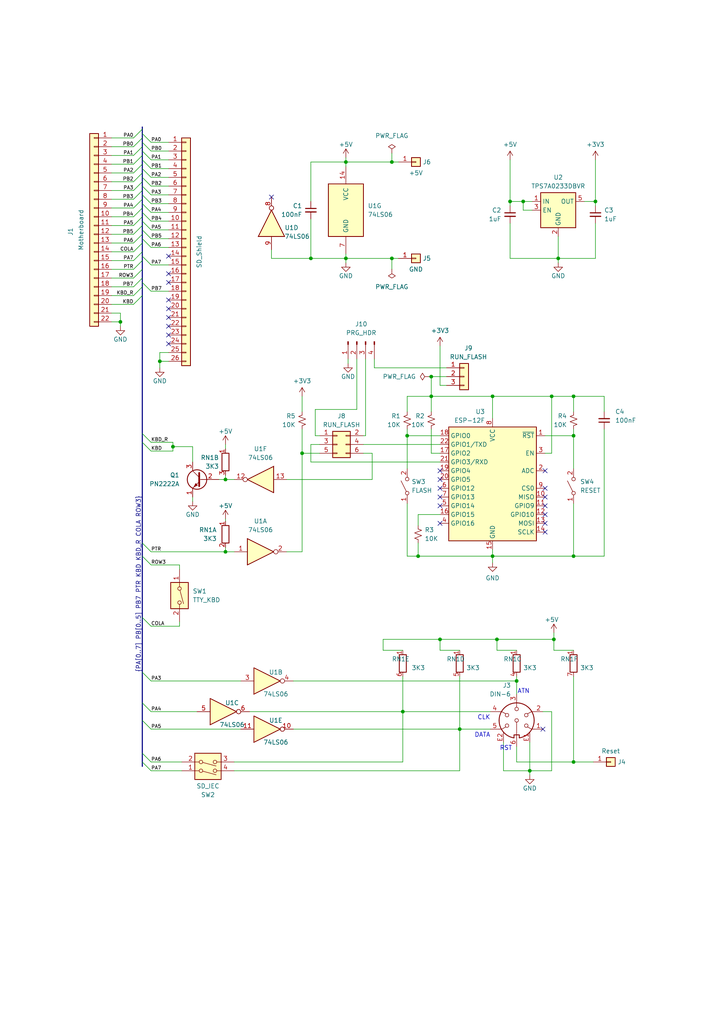
<source format=kicad_sch>
(kicad_sch (version 20230121) (generator eeschema)

  (uuid bccd745c-1975-422e-9da9-e7805ccc3aa8)

  (paper "A4" portrait)

  (lib_symbols
    (symbol "74xx:74LS06" (pin_names (offset 1.016)) (in_bom yes) (on_board yes)
      (property "Reference" "U" (at 0 1.27 0)
        (effects (font (size 1.27 1.27)))
      )
      (property "Value" "74LS06" (at 0 -1.27 0)
        (effects (font (size 1.27 1.27)))
      )
      (property "Footprint" "" (at 0 0 0)
        (effects (font (size 1.27 1.27)) hide)
      )
      (property "Datasheet" "http://www.ti.com/lit/gpn/sn74LS06" (at 0 0 0)
        (effects (font (size 1.27 1.27)) hide)
      )
      (property "ki_locked" "" (at 0 0 0)
        (effects (font (size 1.27 1.27)))
      )
      (property "ki_keywords" "TTL not inv OpenCol" (at 0 0 0)
        (effects (font (size 1.27 1.27)) hide)
      )
      (property "ki_description" "Inverter Open Collect" (at 0 0 0)
        (effects (font (size 1.27 1.27)) hide)
      )
      (property "ki_fp_filters" "DIP*W7.62mm*" (at 0 0 0)
        (effects (font (size 1.27 1.27)) hide)
      )
      (symbol "74LS06_1_0"
        (polyline
          (pts
            (xy -3.81 3.81)
            (xy -3.81 -3.81)
            (xy 3.81 0)
            (xy -3.81 3.81)
          )
          (stroke (width 0.254) (type default))
          (fill (type background))
        )
        (pin input line (at -7.62 0 0) (length 3.81)
          (name "~" (effects (font (size 1.27 1.27))))
          (number "1" (effects (font (size 1.27 1.27))))
        )
        (pin open_collector inverted (at 7.62 0 180) (length 3.81)
          (name "~" (effects (font (size 1.27 1.27))))
          (number "2" (effects (font (size 1.27 1.27))))
        )
      )
      (symbol "74LS06_2_0"
        (polyline
          (pts
            (xy -3.81 3.81)
            (xy -3.81 -3.81)
            (xy 3.81 0)
            (xy -3.81 3.81)
          )
          (stroke (width 0.254) (type default))
          (fill (type background))
        )
        (pin input line (at -7.62 0 0) (length 3.81)
          (name "~" (effects (font (size 1.27 1.27))))
          (number "3" (effects (font (size 1.27 1.27))))
        )
        (pin open_collector inverted (at 7.62 0 180) (length 3.81)
          (name "~" (effects (font (size 1.27 1.27))))
          (number "4" (effects (font (size 1.27 1.27))))
        )
      )
      (symbol "74LS06_3_0"
        (polyline
          (pts
            (xy -3.81 3.81)
            (xy -3.81 -3.81)
            (xy 3.81 0)
            (xy -3.81 3.81)
          )
          (stroke (width 0.254) (type default))
          (fill (type background))
        )
        (pin input line (at -7.62 0 0) (length 3.81)
          (name "~" (effects (font (size 1.27 1.27))))
          (number "5" (effects (font (size 1.27 1.27))))
        )
        (pin open_collector inverted (at 7.62 0 180) (length 3.81)
          (name "~" (effects (font (size 1.27 1.27))))
          (number "6" (effects (font (size 1.27 1.27))))
        )
      )
      (symbol "74LS06_4_0"
        (polyline
          (pts
            (xy -3.81 3.81)
            (xy -3.81 -3.81)
            (xy 3.81 0)
            (xy -3.81 3.81)
          )
          (stroke (width 0.254) (type default))
          (fill (type background))
        )
        (pin open_collector inverted (at 7.62 0 180) (length 3.81)
          (name "~" (effects (font (size 1.27 1.27))))
          (number "8" (effects (font (size 1.27 1.27))))
        )
        (pin input line (at -7.62 0 0) (length 3.81)
          (name "~" (effects (font (size 1.27 1.27))))
          (number "9" (effects (font (size 1.27 1.27))))
        )
      )
      (symbol "74LS06_5_0"
        (polyline
          (pts
            (xy -3.81 3.81)
            (xy -3.81 -3.81)
            (xy 3.81 0)
            (xy -3.81 3.81)
          )
          (stroke (width 0.254) (type default))
          (fill (type background))
        )
        (pin open_collector inverted (at 7.62 0 180) (length 3.81)
          (name "~" (effects (font (size 1.27 1.27))))
          (number "10" (effects (font (size 1.27 1.27))))
        )
        (pin input line (at -7.62 0 0) (length 3.81)
          (name "~" (effects (font (size 1.27 1.27))))
          (number "11" (effects (font (size 1.27 1.27))))
        )
      )
      (symbol "74LS06_6_0"
        (polyline
          (pts
            (xy -3.81 3.81)
            (xy -3.81 -3.81)
            (xy 3.81 0)
            (xy -3.81 3.81)
          )
          (stroke (width 0.254) (type default))
          (fill (type background))
        )
        (pin open_collector inverted (at 7.62 0 180) (length 3.81)
          (name "~" (effects (font (size 1.27 1.27))))
          (number "12" (effects (font (size 1.27 1.27))))
        )
        (pin input line (at -7.62 0 0) (length 3.81)
          (name "~" (effects (font (size 1.27 1.27))))
          (number "13" (effects (font (size 1.27 1.27))))
        )
      )
      (symbol "74LS06_7_0"
        (pin power_in line (at 0 12.7 270) (length 5.08)
          (name "VCC" (effects (font (size 1.27 1.27))))
          (number "14" (effects (font (size 1.27 1.27))))
        )
        (pin power_in line (at 0 -12.7 90) (length 5.08)
          (name "GND" (effects (font (size 1.27 1.27))))
          (number "7" (effects (font (size 1.27 1.27))))
        )
      )
      (symbol "74LS06_7_1"
        (rectangle (start -5.08 7.62) (end 5.08 -7.62)
          (stroke (width 0.254) (type default))
          (fill (type background))
        )
      )
    )
    (symbol "Connector:Conn_01x04_Pin" (pin_names (offset 1.016) hide) (in_bom yes) (on_board yes)
      (property "Reference" "J" (at 0 5.08 0)
        (effects (font (size 1.27 1.27)))
      )
      (property "Value" "Conn_01x04_Pin" (at 0 -7.62 0)
        (effects (font (size 1.27 1.27)))
      )
      (property "Footprint" "" (at 0 0 0)
        (effects (font (size 1.27 1.27)) hide)
      )
      (property "Datasheet" "~" (at 0 0 0)
        (effects (font (size 1.27 1.27)) hide)
      )
      (property "ki_locked" "" (at 0 0 0)
        (effects (font (size 1.27 1.27)))
      )
      (property "ki_keywords" "connector" (at 0 0 0)
        (effects (font (size 1.27 1.27)) hide)
      )
      (property "ki_description" "Generic connector, single row, 01x04, script generated" (at 0 0 0)
        (effects (font (size 1.27 1.27)) hide)
      )
      (property "ki_fp_filters" "Connector*:*_1x??_*" (at 0 0 0)
        (effects (font (size 1.27 1.27)) hide)
      )
      (symbol "Conn_01x04_Pin_1_1"
        (polyline
          (pts
            (xy 1.27 -5.08)
            (xy 0.8636 -5.08)
          )
          (stroke (width 0.1524) (type default))
          (fill (type none))
        )
        (polyline
          (pts
            (xy 1.27 -2.54)
            (xy 0.8636 -2.54)
          )
          (stroke (width 0.1524) (type default))
          (fill (type none))
        )
        (polyline
          (pts
            (xy 1.27 0)
            (xy 0.8636 0)
          )
          (stroke (width 0.1524) (type default))
          (fill (type none))
        )
        (polyline
          (pts
            (xy 1.27 2.54)
            (xy 0.8636 2.54)
          )
          (stroke (width 0.1524) (type default))
          (fill (type none))
        )
        (rectangle (start 0.8636 -4.953) (end 0 -5.207)
          (stroke (width 0.1524) (type default))
          (fill (type outline))
        )
        (rectangle (start 0.8636 -2.413) (end 0 -2.667)
          (stroke (width 0.1524) (type default))
          (fill (type outline))
        )
        (rectangle (start 0.8636 0.127) (end 0 -0.127)
          (stroke (width 0.1524) (type default))
          (fill (type outline))
        )
        (rectangle (start 0.8636 2.667) (end 0 2.413)
          (stroke (width 0.1524) (type default))
          (fill (type outline))
        )
        (pin passive line (at 5.08 2.54 180) (length 3.81)
          (name "Pin_1" (effects (font (size 1.27 1.27))))
          (number "1" (effects (font (size 1.27 1.27))))
        )
        (pin passive line (at 5.08 0 180) (length 3.81)
          (name "Pin_2" (effects (font (size 1.27 1.27))))
          (number "2" (effects (font (size 1.27 1.27))))
        )
        (pin passive line (at 5.08 -2.54 180) (length 3.81)
          (name "Pin_3" (effects (font (size 1.27 1.27))))
          (number "3" (effects (font (size 1.27 1.27))))
        )
        (pin passive line (at 5.08 -5.08 180) (length 3.81)
          (name "Pin_4" (effects (font (size 1.27 1.27))))
          (number "4" (effects (font (size 1.27 1.27))))
        )
      )
    )
    (symbol "Connector_Generic:Conn_01x01" (pin_names (offset 1.016) hide) (in_bom yes) (on_board yes)
      (property "Reference" "J" (at 0 2.54 0)
        (effects (font (size 1.27 1.27)))
      )
      (property "Value" "Conn_01x01" (at 0 -2.54 0)
        (effects (font (size 1.27 1.27)))
      )
      (property "Footprint" "" (at 0 0 0)
        (effects (font (size 1.27 1.27)) hide)
      )
      (property "Datasheet" "~" (at 0 0 0)
        (effects (font (size 1.27 1.27)) hide)
      )
      (property "ki_keywords" "connector" (at 0 0 0)
        (effects (font (size 1.27 1.27)) hide)
      )
      (property "ki_description" "Generic connector, single row, 01x01, script generated (kicad-library-utils/schlib/autogen/connector/)" (at 0 0 0)
        (effects (font (size 1.27 1.27)) hide)
      )
      (property "ki_fp_filters" "Connector*:*_1x??_*" (at 0 0 0)
        (effects (font (size 1.27 1.27)) hide)
      )
      (symbol "Conn_01x01_1_1"
        (rectangle (start -1.27 0.127) (end 0 -0.127)
          (stroke (width 0.1524) (type default))
          (fill (type none))
        )
        (rectangle (start -1.27 1.27) (end 1.27 -1.27)
          (stroke (width 0.254) (type default))
          (fill (type background))
        )
        (pin passive line (at -5.08 0 0) (length 3.81)
          (name "Pin_1" (effects (font (size 1.27 1.27))))
          (number "1" (effects (font (size 1.27 1.27))))
        )
      )
    )
    (symbol "Connector_Generic:Conn_01x03" (pin_names (offset 1.016) hide) (in_bom yes) (on_board yes)
      (property "Reference" "J" (at 0 5.08 0)
        (effects (font (size 1.27 1.27)))
      )
      (property "Value" "Conn_01x03" (at 0 -5.08 0)
        (effects (font (size 1.27 1.27)))
      )
      (property "Footprint" "" (at 0 0 0)
        (effects (font (size 1.27 1.27)) hide)
      )
      (property "Datasheet" "~" (at 0 0 0)
        (effects (font (size 1.27 1.27)) hide)
      )
      (property "ki_keywords" "connector" (at 0 0 0)
        (effects (font (size 1.27 1.27)) hide)
      )
      (property "ki_description" "Generic connector, single row, 01x03, script generated (kicad-library-utils/schlib/autogen/connector/)" (at 0 0 0)
        (effects (font (size 1.27 1.27)) hide)
      )
      (property "ki_fp_filters" "Connector*:*_1x??_*" (at 0 0 0)
        (effects (font (size 1.27 1.27)) hide)
      )
      (symbol "Conn_01x03_1_1"
        (rectangle (start -1.27 -2.413) (end 0 -2.667)
          (stroke (width 0.1524) (type default))
          (fill (type none))
        )
        (rectangle (start -1.27 0.127) (end 0 -0.127)
          (stroke (width 0.1524) (type default))
          (fill (type none))
        )
        (rectangle (start -1.27 2.667) (end 0 2.413)
          (stroke (width 0.1524) (type default))
          (fill (type none))
        )
        (rectangle (start -1.27 3.81) (end 1.27 -3.81)
          (stroke (width 0.254) (type default))
          (fill (type background))
        )
        (pin passive line (at -5.08 2.54 0) (length 3.81)
          (name "Pin_1" (effects (font (size 1.27 1.27))))
          (number "1" (effects (font (size 1.27 1.27))))
        )
        (pin passive line (at -5.08 0 0) (length 3.81)
          (name "Pin_2" (effects (font (size 1.27 1.27))))
          (number "2" (effects (font (size 1.27 1.27))))
        )
        (pin passive line (at -5.08 -2.54 0) (length 3.81)
          (name "Pin_3" (effects (font (size 1.27 1.27))))
          (number "3" (effects (font (size 1.27 1.27))))
        )
      )
    )
    (symbol "Connector_Generic:Conn_01x22" (pin_names (offset 1.016) hide) (in_bom yes) (on_board yes)
      (property "Reference" "J" (at 0 27.94 0)
        (effects (font (size 1.27 1.27)))
      )
      (property "Value" "Conn_01x22" (at 0 -30.48 0)
        (effects (font (size 1.27 1.27)))
      )
      (property "Footprint" "" (at 0 0 0)
        (effects (font (size 1.27 1.27)) hide)
      )
      (property "Datasheet" "~" (at 0 0 0)
        (effects (font (size 1.27 1.27)) hide)
      )
      (property "ki_keywords" "connector" (at 0 0 0)
        (effects (font (size 1.27 1.27)) hide)
      )
      (property "ki_description" "Generic connector, single row, 01x22, script generated (kicad-library-utils/schlib/autogen/connector/)" (at 0 0 0)
        (effects (font (size 1.27 1.27)) hide)
      )
      (property "ki_fp_filters" "Connector*:*_1x??_*" (at 0 0 0)
        (effects (font (size 1.27 1.27)) hide)
      )
      (symbol "Conn_01x22_1_1"
        (rectangle (start -1.27 -27.813) (end 0 -28.067)
          (stroke (width 0.1524) (type default))
          (fill (type none))
        )
        (rectangle (start -1.27 -25.273) (end 0 -25.527)
          (stroke (width 0.1524) (type default))
          (fill (type none))
        )
        (rectangle (start -1.27 -22.733) (end 0 -22.987)
          (stroke (width 0.1524) (type default))
          (fill (type none))
        )
        (rectangle (start -1.27 -20.193) (end 0 -20.447)
          (stroke (width 0.1524) (type default))
          (fill (type none))
        )
        (rectangle (start -1.27 -17.653) (end 0 -17.907)
          (stroke (width 0.1524) (type default))
          (fill (type none))
        )
        (rectangle (start -1.27 -15.113) (end 0 -15.367)
          (stroke (width 0.1524) (type default))
          (fill (type none))
        )
        (rectangle (start -1.27 -12.573) (end 0 -12.827)
          (stroke (width 0.1524) (type default))
          (fill (type none))
        )
        (rectangle (start -1.27 -10.033) (end 0 -10.287)
          (stroke (width 0.1524) (type default))
          (fill (type none))
        )
        (rectangle (start -1.27 -7.493) (end 0 -7.747)
          (stroke (width 0.1524) (type default))
          (fill (type none))
        )
        (rectangle (start -1.27 -4.953) (end 0 -5.207)
          (stroke (width 0.1524) (type default))
          (fill (type none))
        )
        (rectangle (start -1.27 -2.413) (end 0 -2.667)
          (stroke (width 0.1524) (type default))
          (fill (type none))
        )
        (rectangle (start -1.27 0.127) (end 0 -0.127)
          (stroke (width 0.1524) (type default))
          (fill (type none))
        )
        (rectangle (start -1.27 2.667) (end 0 2.413)
          (stroke (width 0.1524) (type default))
          (fill (type none))
        )
        (rectangle (start -1.27 5.207) (end 0 4.953)
          (stroke (width 0.1524) (type default))
          (fill (type none))
        )
        (rectangle (start -1.27 7.747) (end 0 7.493)
          (stroke (width 0.1524) (type default))
          (fill (type none))
        )
        (rectangle (start -1.27 10.287) (end 0 10.033)
          (stroke (width 0.1524) (type default))
          (fill (type none))
        )
        (rectangle (start -1.27 12.827) (end 0 12.573)
          (stroke (width 0.1524) (type default))
          (fill (type none))
        )
        (rectangle (start -1.27 15.367) (end 0 15.113)
          (stroke (width 0.1524) (type default))
          (fill (type none))
        )
        (rectangle (start -1.27 17.907) (end 0 17.653)
          (stroke (width 0.1524) (type default))
          (fill (type none))
        )
        (rectangle (start -1.27 20.447) (end 0 20.193)
          (stroke (width 0.1524) (type default))
          (fill (type none))
        )
        (rectangle (start -1.27 22.987) (end 0 22.733)
          (stroke (width 0.1524) (type default))
          (fill (type none))
        )
        (rectangle (start -1.27 25.527) (end 0 25.273)
          (stroke (width 0.1524) (type default))
          (fill (type none))
        )
        (rectangle (start -1.27 26.67) (end 1.27 -29.21)
          (stroke (width 0.254) (type default))
          (fill (type background))
        )
        (pin passive line (at -5.08 25.4 0) (length 3.81)
          (name "Pin_1" (effects (font (size 1.27 1.27))))
          (number "1" (effects (font (size 1.27 1.27))))
        )
        (pin passive line (at -5.08 2.54 0) (length 3.81)
          (name "Pin_10" (effects (font (size 1.27 1.27))))
          (number "10" (effects (font (size 1.27 1.27))))
        )
        (pin passive line (at -5.08 0 0) (length 3.81)
          (name "Pin_11" (effects (font (size 1.27 1.27))))
          (number "11" (effects (font (size 1.27 1.27))))
        )
        (pin passive line (at -5.08 -2.54 0) (length 3.81)
          (name "Pin_12" (effects (font (size 1.27 1.27))))
          (number "12" (effects (font (size 1.27 1.27))))
        )
        (pin passive line (at -5.08 -5.08 0) (length 3.81)
          (name "Pin_13" (effects (font (size 1.27 1.27))))
          (number "13" (effects (font (size 1.27 1.27))))
        )
        (pin passive line (at -5.08 -7.62 0) (length 3.81)
          (name "Pin_14" (effects (font (size 1.27 1.27))))
          (number "14" (effects (font (size 1.27 1.27))))
        )
        (pin passive line (at -5.08 -10.16 0) (length 3.81)
          (name "Pin_15" (effects (font (size 1.27 1.27))))
          (number "15" (effects (font (size 1.27 1.27))))
        )
        (pin passive line (at -5.08 -12.7 0) (length 3.81)
          (name "Pin_16" (effects (font (size 1.27 1.27))))
          (number "16" (effects (font (size 1.27 1.27))))
        )
        (pin passive line (at -5.08 -15.24 0) (length 3.81)
          (name "Pin_17" (effects (font (size 1.27 1.27))))
          (number "17" (effects (font (size 1.27 1.27))))
        )
        (pin passive line (at -5.08 -17.78 0) (length 3.81)
          (name "Pin_18" (effects (font (size 1.27 1.27))))
          (number "18" (effects (font (size 1.27 1.27))))
        )
        (pin passive line (at -5.08 -20.32 0) (length 3.81)
          (name "Pin_19" (effects (font (size 1.27 1.27))))
          (number "19" (effects (font (size 1.27 1.27))))
        )
        (pin passive line (at -5.08 22.86 0) (length 3.81)
          (name "Pin_2" (effects (font (size 1.27 1.27))))
          (number "2" (effects (font (size 1.27 1.27))))
        )
        (pin passive line (at -5.08 -22.86 0) (length 3.81)
          (name "Pin_20" (effects (font (size 1.27 1.27))))
          (number "20" (effects (font (size 1.27 1.27))))
        )
        (pin passive line (at -5.08 -25.4 0) (length 3.81)
          (name "Pin_21" (effects (font (size 1.27 1.27))))
          (number "21" (effects (font (size 1.27 1.27))))
        )
        (pin passive line (at -5.08 -27.94 0) (length 3.81)
          (name "Pin_22" (effects (font (size 1.27 1.27))))
          (number "22" (effects (font (size 1.27 1.27))))
        )
        (pin passive line (at -5.08 20.32 0) (length 3.81)
          (name "Pin_3" (effects (font (size 1.27 1.27))))
          (number "3" (effects (font (size 1.27 1.27))))
        )
        (pin passive line (at -5.08 17.78 0) (length 3.81)
          (name "Pin_4" (effects (font (size 1.27 1.27))))
          (number "4" (effects (font (size 1.27 1.27))))
        )
        (pin passive line (at -5.08 15.24 0) (length 3.81)
          (name "Pin_5" (effects (font (size 1.27 1.27))))
          (number "5" (effects (font (size 1.27 1.27))))
        )
        (pin passive line (at -5.08 12.7 0) (length 3.81)
          (name "Pin_6" (effects (font (size 1.27 1.27))))
          (number "6" (effects (font (size 1.27 1.27))))
        )
        (pin passive line (at -5.08 10.16 0) (length 3.81)
          (name "Pin_7" (effects (font (size 1.27 1.27))))
          (number "7" (effects (font (size 1.27 1.27))))
        )
        (pin passive line (at -5.08 7.62 0) (length 3.81)
          (name "Pin_8" (effects (font (size 1.27 1.27))))
          (number "8" (effects (font (size 1.27 1.27))))
        )
        (pin passive line (at -5.08 5.08 0) (length 3.81)
          (name "Pin_9" (effects (font (size 1.27 1.27))))
          (number "9" (effects (font (size 1.27 1.27))))
        )
      )
    )
    (symbol "Connector_Generic:Conn_01x26" (pin_names (offset 1.016) hide) (in_bom yes) (on_board yes)
      (property "Reference" "J" (at 0 33.02 0)
        (effects (font (size 1.27 1.27)))
      )
      (property "Value" "Conn_01x26" (at 0 -35.56 0)
        (effects (font (size 1.27 1.27)))
      )
      (property "Footprint" "" (at 0 0 0)
        (effects (font (size 1.27 1.27)) hide)
      )
      (property "Datasheet" "~" (at 0 0 0)
        (effects (font (size 1.27 1.27)) hide)
      )
      (property "ki_keywords" "connector" (at 0 0 0)
        (effects (font (size 1.27 1.27)) hide)
      )
      (property "ki_description" "Generic connector, single row, 01x26, script generated (kicad-library-utils/schlib/autogen/connector/)" (at 0 0 0)
        (effects (font (size 1.27 1.27)) hide)
      )
      (property "ki_fp_filters" "Connector*:*_1x??_*" (at 0 0 0)
        (effects (font (size 1.27 1.27)) hide)
      )
      (symbol "Conn_01x26_1_1"
        (rectangle (start -1.27 -32.893) (end 0 -33.147)
          (stroke (width 0.1524) (type default))
          (fill (type none))
        )
        (rectangle (start -1.27 -30.353) (end 0 -30.607)
          (stroke (width 0.1524) (type default))
          (fill (type none))
        )
        (rectangle (start -1.27 -27.813) (end 0 -28.067)
          (stroke (width 0.1524) (type default))
          (fill (type none))
        )
        (rectangle (start -1.27 -25.273) (end 0 -25.527)
          (stroke (width 0.1524) (type default))
          (fill (type none))
        )
        (rectangle (start -1.27 -22.733) (end 0 -22.987)
          (stroke (width 0.1524) (type default))
          (fill (type none))
        )
        (rectangle (start -1.27 -20.193) (end 0 -20.447)
          (stroke (width 0.1524) (type default))
          (fill (type none))
        )
        (rectangle (start -1.27 -17.653) (end 0 -17.907)
          (stroke (width 0.1524) (type default))
          (fill (type none))
        )
        (rectangle (start -1.27 -15.113) (end 0 -15.367)
          (stroke (width 0.1524) (type default))
          (fill (type none))
        )
        (rectangle (start -1.27 -12.573) (end 0 -12.827)
          (stroke (width 0.1524) (type default))
          (fill (type none))
        )
        (rectangle (start -1.27 -10.033) (end 0 -10.287)
          (stroke (width 0.1524) (type default))
          (fill (type none))
        )
        (rectangle (start -1.27 -7.493) (end 0 -7.747)
          (stroke (width 0.1524) (type default))
          (fill (type none))
        )
        (rectangle (start -1.27 -4.953) (end 0 -5.207)
          (stroke (width 0.1524) (type default))
          (fill (type none))
        )
        (rectangle (start -1.27 -2.413) (end 0 -2.667)
          (stroke (width 0.1524) (type default))
          (fill (type none))
        )
        (rectangle (start -1.27 0.127) (end 0 -0.127)
          (stroke (width 0.1524) (type default))
          (fill (type none))
        )
        (rectangle (start -1.27 2.667) (end 0 2.413)
          (stroke (width 0.1524) (type default))
          (fill (type none))
        )
        (rectangle (start -1.27 5.207) (end 0 4.953)
          (stroke (width 0.1524) (type default))
          (fill (type none))
        )
        (rectangle (start -1.27 7.747) (end 0 7.493)
          (stroke (width 0.1524) (type default))
          (fill (type none))
        )
        (rectangle (start -1.27 10.287) (end 0 10.033)
          (stroke (width 0.1524) (type default))
          (fill (type none))
        )
        (rectangle (start -1.27 12.827) (end 0 12.573)
          (stroke (width 0.1524) (type default))
          (fill (type none))
        )
        (rectangle (start -1.27 15.367) (end 0 15.113)
          (stroke (width 0.1524) (type default))
          (fill (type none))
        )
        (rectangle (start -1.27 17.907) (end 0 17.653)
          (stroke (width 0.1524) (type default))
          (fill (type none))
        )
        (rectangle (start -1.27 20.447) (end 0 20.193)
          (stroke (width 0.1524) (type default))
          (fill (type none))
        )
        (rectangle (start -1.27 22.987) (end 0 22.733)
          (stroke (width 0.1524) (type default))
          (fill (type none))
        )
        (rectangle (start -1.27 25.527) (end 0 25.273)
          (stroke (width 0.1524) (type default))
          (fill (type none))
        )
        (rectangle (start -1.27 28.067) (end 0 27.813)
          (stroke (width 0.1524) (type default))
          (fill (type none))
        )
        (rectangle (start -1.27 30.607) (end 0 30.353)
          (stroke (width 0.1524) (type default))
          (fill (type none))
        )
        (rectangle (start -1.27 31.75) (end 1.27 -34.29)
          (stroke (width 0.254) (type default))
          (fill (type background))
        )
        (pin passive line (at -5.08 30.48 0) (length 3.81)
          (name "Pin_1" (effects (font (size 1.27 1.27))))
          (number "1" (effects (font (size 1.27 1.27))))
        )
        (pin passive line (at -5.08 7.62 0) (length 3.81)
          (name "Pin_10" (effects (font (size 1.27 1.27))))
          (number "10" (effects (font (size 1.27 1.27))))
        )
        (pin passive line (at -5.08 5.08 0) (length 3.81)
          (name "Pin_11" (effects (font (size 1.27 1.27))))
          (number "11" (effects (font (size 1.27 1.27))))
        )
        (pin passive line (at -5.08 2.54 0) (length 3.81)
          (name "Pin_12" (effects (font (size 1.27 1.27))))
          (number "12" (effects (font (size 1.27 1.27))))
        )
        (pin passive line (at -5.08 0 0) (length 3.81)
          (name "Pin_13" (effects (font (size 1.27 1.27))))
          (number "13" (effects (font (size 1.27 1.27))))
        )
        (pin passive line (at -5.08 -2.54 0) (length 3.81)
          (name "Pin_14" (effects (font (size 1.27 1.27))))
          (number "14" (effects (font (size 1.27 1.27))))
        )
        (pin passive line (at -5.08 -5.08 0) (length 3.81)
          (name "Pin_15" (effects (font (size 1.27 1.27))))
          (number "15" (effects (font (size 1.27 1.27))))
        )
        (pin passive line (at -5.08 -7.62 0) (length 3.81)
          (name "Pin_16" (effects (font (size 1.27 1.27))))
          (number "16" (effects (font (size 1.27 1.27))))
        )
        (pin passive line (at -5.08 -10.16 0) (length 3.81)
          (name "Pin_17" (effects (font (size 1.27 1.27))))
          (number "17" (effects (font (size 1.27 1.27))))
        )
        (pin passive line (at -5.08 -12.7 0) (length 3.81)
          (name "Pin_18" (effects (font (size 1.27 1.27))))
          (number "18" (effects (font (size 1.27 1.27))))
        )
        (pin passive line (at -5.08 -15.24 0) (length 3.81)
          (name "Pin_19" (effects (font (size 1.27 1.27))))
          (number "19" (effects (font (size 1.27 1.27))))
        )
        (pin passive line (at -5.08 27.94 0) (length 3.81)
          (name "Pin_2" (effects (font (size 1.27 1.27))))
          (number "2" (effects (font (size 1.27 1.27))))
        )
        (pin passive line (at -5.08 -17.78 0) (length 3.81)
          (name "Pin_20" (effects (font (size 1.27 1.27))))
          (number "20" (effects (font (size 1.27 1.27))))
        )
        (pin passive line (at -5.08 -20.32 0) (length 3.81)
          (name "Pin_21" (effects (font (size 1.27 1.27))))
          (number "21" (effects (font (size 1.27 1.27))))
        )
        (pin passive line (at -5.08 -22.86 0) (length 3.81)
          (name "Pin_22" (effects (font (size 1.27 1.27))))
          (number "22" (effects (font (size 1.27 1.27))))
        )
        (pin passive line (at -5.08 -25.4 0) (length 3.81)
          (name "Pin_23" (effects (font (size 1.27 1.27))))
          (number "23" (effects (font (size 1.27 1.27))))
        )
        (pin passive line (at -5.08 -27.94 0) (length 3.81)
          (name "Pin_24" (effects (font (size 1.27 1.27))))
          (number "24" (effects (font (size 1.27 1.27))))
        )
        (pin passive line (at -5.08 -30.48 0) (length 3.81)
          (name "Pin_25" (effects (font (size 1.27 1.27))))
          (number "25" (effects (font (size 1.27 1.27))))
        )
        (pin passive line (at -5.08 -33.02 0) (length 3.81)
          (name "Pin_26" (effects (font (size 1.27 1.27))))
          (number "26" (effects (font (size 1.27 1.27))))
        )
        (pin passive line (at -5.08 25.4 0) (length 3.81)
          (name "Pin_3" (effects (font (size 1.27 1.27))))
          (number "3" (effects (font (size 1.27 1.27))))
        )
        (pin passive line (at -5.08 22.86 0) (length 3.81)
          (name "Pin_4" (effects (font (size 1.27 1.27))))
          (number "4" (effects (font (size 1.27 1.27))))
        )
        (pin passive line (at -5.08 20.32 0) (length 3.81)
          (name "Pin_5" (effects (font (size 1.27 1.27))))
          (number "5" (effects (font (size 1.27 1.27))))
        )
        (pin passive line (at -5.08 17.78 0) (length 3.81)
          (name "Pin_6" (effects (font (size 1.27 1.27))))
          (number "6" (effects (font (size 1.27 1.27))))
        )
        (pin passive line (at -5.08 15.24 0) (length 3.81)
          (name "Pin_7" (effects (font (size 1.27 1.27))))
          (number "7" (effects (font (size 1.27 1.27))))
        )
        (pin passive line (at -5.08 12.7 0) (length 3.81)
          (name "Pin_8" (effects (font (size 1.27 1.27))))
          (number "8" (effects (font (size 1.27 1.27))))
        )
        (pin passive line (at -5.08 10.16 0) (length 3.81)
          (name "Pin_9" (effects (font (size 1.27 1.27))))
          (number "9" (effects (font (size 1.27 1.27))))
        )
      )
    )
    (symbol "Connector_Generic:Conn_02x03_Odd_Even" (pin_names (offset 1.016) hide) (in_bom yes) (on_board yes)
      (property "Reference" "J" (at 1.27 5.08 0)
        (effects (font (size 1.27 1.27)))
      )
      (property "Value" "Conn_02x03_Odd_Even" (at 1.27 -5.08 0)
        (effects (font (size 1.27 1.27)))
      )
      (property "Footprint" "" (at 0 0 0)
        (effects (font (size 1.27 1.27)) hide)
      )
      (property "Datasheet" "~" (at 0 0 0)
        (effects (font (size 1.27 1.27)) hide)
      )
      (property "ki_keywords" "connector" (at 0 0 0)
        (effects (font (size 1.27 1.27)) hide)
      )
      (property "ki_description" "Generic connector, double row, 02x03, odd/even pin numbering scheme (row 1 odd numbers, row 2 even numbers), script generated (kicad-library-utils/schlib/autogen/connector/)" (at 0 0 0)
        (effects (font (size 1.27 1.27)) hide)
      )
      (property "ki_fp_filters" "Connector*:*_2x??_*" (at 0 0 0)
        (effects (font (size 1.27 1.27)) hide)
      )
      (symbol "Conn_02x03_Odd_Even_1_1"
        (rectangle (start -1.27 -2.413) (end 0 -2.667)
          (stroke (width 0.1524) (type default))
          (fill (type none))
        )
        (rectangle (start -1.27 0.127) (end 0 -0.127)
          (stroke (width 0.1524) (type default))
          (fill (type none))
        )
        (rectangle (start -1.27 2.667) (end 0 2.413)
          (stroke (width 0.1524) (type default))
          (fill (type none))
        )
        (rectangle (start -1.27 3.81) (end 3.81 -3.81)
          (stroke (width 0.254) (type default))
          (fill (type background))
        )
        (rectangle (start 3.81 -2.413) (end 2.54 -2.667)
          (stroke (width 0.1524) (type default))
          (fill (type none))
        )
        (rectangle (start 3.81 0.127) (end 2.54 -0.127)
          (stroke (width 0.1524) (type default))
          (fill (type none))
        )
        (rectangle (start 3.81 2.667) (end 2.54 2.413)
          (stroke (width 0.1524) (type default))
          (fill (type none))
        )
        (pin passive line (at -5.08 2.54 0) (length 3.81)
          (name "Pin_1" (effects (font (size 1.27 1.27))))
          (number "1" (effects (font (size 1.27 1.27))))
        )
        (pin passive line (at 7.62 2.54 180) (length 3.81)
          (name "Pin_2" (effects (font (size 1.27 1.27))))
          (number "2" (effects (font (size 1.27 1.27))))
        )
        (pin passive line (at -5.08 0 0) (length 3.81)
          (name "Pin_3" (effects (font (size 1.27 1.27))))
          (number "3" (effects (font (size 1.27 1.27))))
        )
        (pin passive line (at 7.62 0 180) (length 3.81)
          (name "Pin_4" (effects (font (size 1.27 1.27))))
          (number "4" (effects (font (size 1.27 1.27))))
        )
        (pin passive line (at -5.08 -2.54 0) (length 3.81)
          (name "Pin_5" (effects (font (size 1.27 1.27))))
          (number "5" (effects (font (size 1.27 1.27))))
        )
        (pin passive line (at 7.62 -2.54 180) (length 3.81)
          (name "Pin_6" (effects (font (size 1.27 1.27))))
          (number "6" (effects (font (size 1.27 1.27))))
        )
      )
    )
    (symbol "DIN_Round:DIN-6_Ground" (pin_names (offset 1.016)) (in_bom yes) (on_board yes)
      (property "Reference" "J6" (at 1.6511 10.16 0)
        (effects (font (size 1.27 1.27)) (justify left))
      )
      (property "Value" "DIN-6" (at 1.6511 7.62 0)
        (effects (font (size 1.27 1.27)) (justify left))
      )
      (property "Footprint" "DIN_Round:CUI_SDS-60J" (at 0 0 0)
        (effects (font (size 1.27 1.27)) hide)
      )
      (property "Datasheet" "http://www.mouser.com/ds/2/18/40_c091_abd_e-75918.pdf" (at 0 0 0)
        (effects (font (size 1.27 1.27)) hide)
      )
      (property "ki_keywords" "circular DIN connector" (at 0 0 0)
        (effects (font (size 1.27 1.27)) hide)
      )
      (property "ki_description" "6-pin DIN connector" (at 0 0 0)
        (effects (font (size 1.27 1.27)) hide)
      )
      (property "ki_fp_filters" "DIN*" (at 0 0 0)
        (effects (font (size 1.27 1.27)) hide)
      )
      (symbol "DIN-6_Ground_0_1"
        (arc (start -5.08 0) (mid -3.8609 -3.3364) (end -0.762 -5.08)
          (stroke (width 0.254) (type default))
          (fill (type none))
        )
        (circle (center -2.794 -1.524) (radius 0.508)
          (stroke (width 0) (type default))
          (fill (type none))
        )
        (circle (center -2.794 1.524) (radius 0.508)
          (stroke (width 0) (type default))
          (fill (type none))
        )
        (polyline
          (pts
            (xy 0 -5.08)
            (xy 0 -0.508)
          )
          (stroke (width 0) (type default))
          (fill (type none))
        )
        (polyline
          (pts
            (xy 0 5.08)
            (xy 0 3.81)
          )
          (stroke (width 0) (type default))
          (fill (type none))
        )
        (polyline
          (pts
            (xy -5.08 -2.54)
            (xy -4.318 -2.54)
            (xy -3.175 -1.905)
          )
          (stroke (width 0) (type default))
          (fill (type none))
        )
        (polyline
          (pts
            (xy -5.08 2.54)
            (xy -4.318 2.54)
            (xy -3.175 1.905)
          )
          (stroke (width 0) (type default))
          (fill (type none))
        )
        (polyline
          (pts
            (xy 5.08 -2.54)
            (xy 4.318 -2.54)
            (xy 3.175 -1.905)
          )
          (stroke (width 0) (type default))
          (fill (type none))
        )
        (polyline
          (pts
            (xy 5.08 2.54)
            (xy 4.318 2.54)
            (xy 3.175 1.905)
          )
          (stroke (width 0) (type default))
          (fill (type none))
        )
        (polyline
          (pts
            (xy -0.762 -4.953)
            (xy -0.762 -4.191)
            (xy 0.762 -4.191)
            (xy 0.762 -4.953)
          )
          (stroke (width 0.254) (type default))
          (fill (type none))
        )
        (circle (center 0 0) (radius 0.508)
          (stroke (width 0) (type default))
          (fill (type none))
        )
        (circle (center 0 3.302) (radius 0.508)
          (stroke (width 0) (type default))
          (fill (type none))
        )
        (arc (start 0.762 -5.08) (mid 3.8685 -3.343) (end 5.08 0)
          (stroke (width 0.254) (type default))
          (fill (type none))
        )
        (circle (center 2.794 -1.524) (radius 0.508)
          (stroke (width 0) (type default))
          (fill (type none))
        )
        (circle (center 2.794 1.524) (radius 0.508)
          (stroke (width 0) (type default))
          (fill (type none))
        )
        (arc (start 5.08 0) (mid 0 5.0579) (end -5.08 0)
          (stroke (width 0.254) (type default))
          (fill (type none))
        )
      )
      (symbol "DIN-6_Ground_1_1"
        (pin passive line (at -7.62 -2.54 0) (length 2.54)
          (name "~" (effects (font (size 1.27 1.27))))
          (number "1" (effects (font (size 1.27 1.27))))
        )
        (pin passive line (at -7.62 2.54 0) (length 2.54)
          (name "~" (effects (font (size 1.27 1.27))))
          (number "2" (effects (font (size 1.27 1.27))))
        )
        (pin passive line (at 0 7.62 270) (length 2.54)
          (name "~" (effects (font (size 1.27 1.27))))
          (number "3" (effects (font (size 1.27 1.27))))
        )
        (pin passive line (at 7.62 2.54 180) (length 2.54)
          (name "~" (effects (font (size 1.27 1.27))))
          (number "4" (effects (font (size 1.27 1.27))))
        )
        (pin passive line (at 7.62 -2.54 180) (length 2.54)
          (name "~" (effects (font (size 1.27 1.27))))
          (number "5" (effects (font (size 1.27 1.27))))
        )
        (pin passive line (at 0 -7.62 90) (length 2.54)
          (name "~" (effects (font (size 1.27 1.27))))
          (number "6" (effects (font (size 1.27 1.27))))
        )
        (pin power_in line (at -3.81 -6.35 90) (length 2.87)
          (name "~" (effects (font (size 1.27 1.27))))
          (number "E1" (effects (font (size 1.27 1.27))))
        )
        (pin power_in line (at 3.81 -6.35 90) (length 2.87)
          (name "~" (effects (font (size 1.27 1.27))))
          (number "E2" (effects (font (size 1.27 1.27))))
        )
      )
    )
    (symbol "Device:C_Small" (pin_numbers hide) (pin_names (offset 0.254) hide) (in_bom yes) (on_board yes)
      (property "Reference" "C" (at 0.254 1.778 0)
        (effects (font (size 1.27 1.27)) (justify left))
      )
      (property "Value" "C_Small" (at 0.254 -2.032 0)
        (effects (font (size 1.27 1.27)) (justify left))
      )
      (property "Footprint" "" (at 0 0 0)
        (effects (font (size 1.27 1.27)) hide)
      )
      (property "Datasheet" "~" (at 0 0 0)
        (effects (font (size 1.27 1.27)) hide)
      )
      (property "ki_keywords" "capacitor cap" (at 0 0 0)
        (effects (font (size 1.27 1.27)) hide)
      )
      (property "ki_description" "Unpolarized capacitor, small symbol" (at 0 0 0)
        (effects (font (size 1.27 1.27)) hide)
      )
      (property "ki_fp_filters" "C_*" (at 0 0 0)
        (effects (font (size 1.27 1.27)) hide)
      )
      (symbol "C_Small_0_1"
        (polyline
          (pts
            (xy -1.524 -0.508)
            (xy 1.524 -0.508)
          )
          (stroke (width 0.3302) (type default))
          (fill (type none))
        )
        (polyline
          (pts
            (xy -1.524 0.508)
            (xy 1.524 0.508)
          )
          (stroke (width 0.3048) (type default))
          (fill (type none))
        )
      )
      (symbol "C_Small_1_1"
        (pin passive line (at 0 2.54 270) (length 2.032)
          (name "~" (effects (font (size 1.27 1.27))))
          (number "1" (effects (font (size 1.27 1.27))))
        )
        (pin passive line (at 0 -2.54 90) (length 2.032)
          (name "~" (effects (font (size 1.27 1.27))))
          (number "2" (effects (font (size 1.27 1.27))))
        )
      )
    )
    (symbol "Device:R_Network06_Split" (pin_names (offset 0) hide) (in_bom yes) (on_board yes)
      (property "Reference" "RN" (at 2.032 0 90)
        (effects (font (size 1.27 1.27)))
      )
      (property "Value" "R_Network06_Split" (at 0 0 90)
        (effects (font (size 1.27 1.27)))
      )
      (property "Footprint" "Resistor_THT:R_Array_SIP7" (at -2.032 0 90)
        (effects (font (size 1.27 1.27)) hide)
      )
      (property "Datasheet" "http://www.vishay.com/docs/31509/csc.pdf" (at 0 0 0)
        (effects (font (size 1.27 1.27)) hide)
      )
      (property "ki_keywords" "R network star-topology" (at 0 0 0)
        (effects (font (size 1.27 1.27)) hide)
      )
      (property "ki_description" "6 resistor network, star topology, bussed resistors, split" (at 0 0 0)
        (effects (font (size 1.27 1.27)) hide)
      )
      (property "ki_fp_filters" "R?Array?SIP*" (at 0 0 0)
        (effects (font (size 1.27 1.27)) hide)
      )
      (symbol "R_Network06_Split_0_1"
        (rectangle (start 1.016 2.54) (end -1.016 -2.54)
          (stroke (width 0.254) (type default))
          (fill (type none))
        )
        (pin passive line (at 0 3.81 270) (length 1.27)
          (name "R1" (effects (font (size 1.27 1.27))))
          (number "1" (effects (font (size 1.27 1.27))))
        )
      )
      (symbol "R_Network06_Split_1_1"
        (pin passive line (at 0 -3.81 90) (length 1.27)
          (name "R1.2" (effects (font (size 1.27 1.27))))
          (number "2" (effects (font (size 1.27 1.27))))
        )
      )
      (symbol "R_Network06_Split_2_1"
        (pin passive line (at 0 -3.81 90) (length 1.27)
          (name "R2.2" (effects (font (size 1.27 1.27))))
          (number "3" (effects (font (size 1.27 1.27))))
        )
      )
      (symbol "R_Network06_Split_3_1"
        (pin passive line (at 0 -3.81 90) (length 1.27)
          (name "R3.2" (effects (font (size 1.27 1.27))))
          (number "4" (effects (font (size 1.27 1.27))))
        )
      )
      (symbol "R_Network06_Split_4_1"
        (pin passive line (at 0 -3.81 90) (length 1.27)
          (name "R4.2" (effects (font (size 1.27 1.27))))
          (number "5" (effects (font (size 1.27 1.27))))
        )
      )
      (symbol "R_Network06_Split_5_1"
        (pin passive line (at 0 -3.81 90) (length 1.27)
          (name "R5.2" (effects (font (size 1.27 1.27))))
          (number "6" (effects (font (size 1.27 1.27))))
        )
      )
      (symbol "R_Network06_Split_6_1"
        (pin passive line (at 0 -3.81 90) (length 1.27)
          (name "R6.2" (effects (font (size 1.27 1.27))))
          (number "7" (effects (font (size 1.27 1.27))))
        )
      )
    )
    (symbol "Device:R_Small_US" (pin_numbers hide) (pin_names (offset 0.254) hide) (in_bom yes) (on_board yes)
      (property "Reference" "R" (at 0.762 0.508 0)
        (effects (font (size 1.27 1.27)) (justify left))
      )
      (property "Value" "R_Small_US" (at 0.762 -1.016 0)
        (effects (font (size 1.27 1.27)) (justify left))
      )
      (property "Footprint" "" (at 0 0 0)
        (effects (font (size 1.27 1.27)) hide)
      )
      (property "Datasheet" "~" (at 0 0 0)
        (effects (font (size 1.27 1.27)) hide)
      )
      (property "ki_keywords" "r resistor" (at 0 0 0)
        (effects (font (size 1.27 1.27)) hide)
      )
      (property "ki_description" "Resistor, small US symbol" (at 0 0 0)
        (effects (font (size 1.27 1.27)) hide)
      )
      (property "ki_fp_filters" "R_*" (at 0 0 0)
        (effects (font (size 1.27 1.27)) hide)
      )
      (symbol "R_Small_US_1_1"
        (polyline
          (pts
            (xy 0 0)
            (xy 1.016 -0.381)
            (xy 0 -0.762)
            (xy -1.016 -1.143)
            (xy 0 -1.524)
          )
          (stroke (width 0) (type default))
          (fill (type none))
        )
        (polyline
          (pts
            (xy 0 1.524)
            (xy 1.016 1.143)
            (xy 0 0.762)
            (xy -1.016 0.381)
            (xy 0 0)
          )
          (stroke (width 0) (type default))
          (fill (type none))
        )
        (pin passive line (at 0 2.54 270) (length 1.016)
          (name "~" (effects (font (size 1.27 1.27))))
          (number "1" (effects (font (size 1.27 1.27))))
        )
        (pin passive line (at 0 -2.54 90) (length 1.016)
          (name "~" (effects (font (size 1.27 1.27))))
          (number "2" (effects (font (size 1.27 1.27))))
        )
      )
    )
    (symbol "RF_Module:ESP-12F" (in_bom yes) (on_board yes)
      (property "Reference" "U" (at -12.7 19.05 0)
        (effects (font (size 1.27 1.27)) (justify left))
      )
      (property "Value" "ESP-12F" (at 12.7 19.05 0)
        (effects (font (size 1.27 1.27)) (justify right))
      )
      (property "Footprint" "RF_Module:ESP-12E" (at 0 0 0)
        (effects (font (size 1.27 1.27)) hide)
      )
      (property "Datasheet" "http://wiki.ai-thinker.com/_media/esp8266/esp8266_series_modules_user_manual_v1.1.pdf" (at -8.89 2.54 0)
        (effects (font (size 1.27 1.27)) hide)
      )
      (property "ki_keywords" "802.11 Wi-Fi" (at 0 0 0)
        (effects (font (size 1.27 1.27)) hide)
      )
      (property "ki_description" "802.11 b/g/n Wi-Fi Module" (at 0 0 0)
        (effects (font (size 1.27 1.27)) hide)
      )
      (property "ki_fp_filters" "ESP?12*" (at 0 0 0)
        (effects (font (size 1.27 1.27)) hide)
      )
      (symbol "ESP-12F_0_1"
        (rectangle (start -12.7 17.78) (end 12.7 -15.24)
          (stroke (width 0.254) (type default))
          (fill (type background))
        )
      )
      (symbol "ESP-12F_1_1"
        (pin input line (at -15.24 15.24 0) (length 2.54)
          (name "~{RST}" (effects (font (size 1.27 1.27))))
          (number "1" (effects (font (size 1.27 1.27))))
        )
        (pin bidirectional line (at -15.24 -2.54 0) (length 2.54)
          (name "MISO" (effects (font (size 1.27 1.27))))
          (number "10" (effects (font (size 1.27 1.27))))
        )
        (pin bidirectional line (at -15.24 -5.08 0) (length 2.54)
          (name "GPIO9" (effects (font (size 1.27 1.27))))
          (number "11" (effects (font (size 1.27 1.27))))
        )
        (pin bidirectional line (at -15.24 -7.62 0) (length 2.54)
          (name "GPIO10" (effects (font (size 1.27 1.27))))
          (number "12" (effects (font (size 1.27 1.27))))
        )
        (pin bidirectional line (at -15.24 -10.16 0) (length 2.54)
          (name "MOSI" (effects (font (size 1.27 1.27))))
          (number "13" (effects (font (size 1.27 1.27))))
        )
        (pin bidirectional line (at -15.24 -12.7 0) (length 2.54)
          (name "SCLK" (effects (font (size 1.27 1.27))))
          (number "14" (effects (font (size 1.27 1.27))))
        )
        (pin power_in line (at 0 -17.78 90) (length 2.54)
          (name "GND" (effects (font (size 1.27 1.27))))
          (number "15" (effects (font (size 1.27 1.27))))
        )
        (pin bidirectional line (at 15.24 -7.62 180) (length 2.54)
          (name "GPIO15" (effects (font (size 1.27 1.27))))
          (number "16" (effects (font (size 1.27 1.27))))
        )
        (pin bidirectional line (at 15.24 10.16 180) (length 2.54)
          (name "GPIO2" (effects (font (size 1.27 1.27))))
          (number "17" (effects (font (size 1.27 1.27))))
        )
        (pin bidirectional line (at 15.24 15.24 180) (length 2.54)
          (name "GPIO0" (effects (font (size 1.27 1.27))))
          (number "18" (effects (font (size 1.27 1.27))))
        )
        (pin bidirectional line (at 15.24 5.08 180) (length 2.54)
          (name "GPIO4" (effects (font (size 1.27 1.27))))
          (number "19" (effects (font (size 1.27 1.27))))
        )
        (pin input line (at -15.24 5.08 0) (length 2.54)
          (name "ADC" (effects (font (size 1.27 1.27))))
          (number "2" (effects (font (size 1.27 1.27))))
        )
        (pin bidirectional line (at 15.24 2.54 180) (length 2.54)
          (name "GPIO5" (effects (font (size 1.27 1.27))))
          (number "20" (effects (font (size 1.27 1.27))))
        )
        (pin bidirectional line (at 15.24 7.62 180) (length 2.54)
          (name "GPIO3/RXD" (effects (font (size 1.27 1.27))))
          (number "21" (effects (font (size 1.27 1.27))))
        )
        (pin bidirectional line (at 15.24 12.7 180) (length 2.54)
          (name "GPIO1/TXD" (effects (font (size 1.27 1.27))))
          (number "22" (effects (font (size 1.27 1.27))))
        )
        (pin input line (at -15.24 10.16 0) (length 2.54)
          (name "EN" (effects (font (size 1.27 1.27))))
          (number "3" (effects (font (size 1.27 1.27))))
        )
        (pin bidirectional line (at 15.24 -10.16 180) (length 2.54)
          (name "GPIO16" (effects (font (size 1.27 1.27))))
          (number "4" (effects (font (size 1.27 1.27))))
        )
        (pin bidirectional line (at 15.24 -5.08 180) (length 2.54)
          (name "GPIO14" (effects (font (size 1.27 1.27))))
          (number "5" (effects (font (size 1.27 1.27))))
        )
        (pin bidirectional line (at 15.24 0 180) (length 2.54)
          (name "GPIO12" (effects (font (size 1.27 1.27))))
          (number "6" (effects (font (size 1.27 1.27))))
        )
        (pin bidirectional line (at 15.24 -2.54 180) (length 2.54)
          (name "GPIO13" (effects (font (size 1.27 1.27))))
          (number "7" (effects (font (size 1.27 1.27))))
        )
        (pin power_in line (at 0 20.32 270) (length 2.54)
          (name "VCC" (effects (font (size 1.27 1.27))))
          (number "8" (effects (font (size 1.27 1.27))))
        )
        (pin input line (at -15.24 0 0) (length 2.54)
          (name "CS0" (effects (font (size 1.27 1.27))))
          (number "9" (effects (font (size 1.27 1.27))))
        )
      )
    )
    (symbol "Regulator_Linear:TPS7A0533PDBV" (in_bom yes) (on_board yes)
      (property "Reference" "U" (at -3.81 6.35 0)
        (effects (font (size 1.27 1.27)))
      )
      (property "Value" "TPS7A0533PDBV" (at 6.35 6.35 0)
        (effects (font (size 1.27 1.27)))
      )
      (property "Footprint" "Package_TO_SOT_SMD:SOT-23-5" (at 0 8.89 0)
        (effects (font (size 1.27 1.27)) hide)
      )
      (property "Datasheet" "https://www.ti.com/lit/ds/symlink/tps7a05.pdf" (at 0 12.7 0)
        (effects (font (size 1.27 1.27)) hide)
      )
      (property "ki_keywords" "Single Output LDO Low-Iq" (at 0 0 0)
        (effects (font (size 1.27 1.27)) hide)
      )
      (property "ki_description" "200-mA Ultra-Low-Iq LDO, 3.3V, SOT-23-5" (at 0 0 0)
        (effects (font (size 1.27 1.27)) hide)
      )
      (property "ki_fp_filters" "SOT?23*" (at 0 0 0)
        (effects (font (size 1.27 1.27)) hide)
      )
      (symbol "TPS7A0533PDBV_0_1"
        (rectangle (start -5.08 -5.08) (end 5.08 5.08)
          (stroke (width 0.254) (type default))
          (fill (type background))
        )
        (pin power_in line (at -7.62 2.54 0) (length 2.54)
          (name "IN" (effects (font (size 1.27 1.27))))
          (number "1" (effects (font (size 1.27 1.27))))
        )
        (pin power_in line (at 0 -7.62 90) (length 2.54)
          (name "GND" (effects (font (size 1.27 1.27))))
          (number "2" (effects (font (size 1.27 1.27))))
        )
        (pin input line (at -7.62 0 0) (length 2.54)
          (name "EN" (effects (font (size 1.27 1.27))))
          (number "3" (effects (font (size 1.27 1.27))))
        )
        (pin no_connect line (at 5.08 0 180) (length 2.54) hide
          (name "NC" (effects (font (size 1.27 1.27))))
          (number "4" (effects (font (size 1.27 1.27))))
        )
        (pin power_out line (at 7.62 2.54 180) (length 2.54)
          (name "OUT" (effects (font (size 1.27 1.27))))
          (number "5" (effects (font (size 1.27 1.27))))
        )
      )
    )
    (symbol "Switch:SW_DIP_x01" (pin_names (offset 0) hide) (in_bom yes) (on_board yes)
      (property "Reference" "SW" (at 0 3.81 0)
        (effects (font (size 1.27 1.27)))
      )
      (property "Value" "SW_DIP_x01" (at 0 -3.81 0)
        (effects (font (size 1.27 1.27)))
      )
      (property "Footprint" "" (at 0 0 0)
        (effects (font (size 1.27 1.27)) hide)
      )
      (property "Datasheet" "~" (at 0 0 0)
        (effects (font (size 1.27 1.27)) hide)
      )
      (property "ki_keywords" "dip switch" (at 0 0 0)
        (effects (font (size 1.27 1.27)) hide)
      )
      (property "ki_description" "1x DIP Switch, Single Pole Single Throw (SPST) switch, small symbol" (at 0 0 0)
        (effects (font (size 1.27 1.27)) hide)
      )
      (property "ki_fp_filters" "SW?DIP?x1*" (at 0 0 0)
        (effects (font (size 1.27 1.27)) hide)
      )
      (symbol "SW_DIP_x01_0_0"
        (circle (center -2.032 0) (radius 0.508)
          (stroke (width 0) (type default))
          (fill (type none))
        )
        (polyline
          (pts
            (xy -1.524 0.127)
            (xy 2.3622 1.1684)
          )
          (stroke (width 0) (type default))
          (fill (type none))
        )
        (circle (center 2.032 0) (radius 0.508)
          (stroke (width 0) (type default))
          (fill (type none))
        )
      )
      (symbol "SW_DIP_x01_0_1"
        (rectangle (start -3.81 2.54) (end 3.81 -2.54)
          (stroke (width 0.254) (type default))
          (fill (type background))
        )
      )
      (symbol "SW_DIP_x01_1_1"
        (pin passive line (at -7.62 0 0) (length 5.08)
          (name "~" (effects (font (size 1.27 1.27))))
          (number "1" (effects (font (size 1.27 1.27))))
        )
        (pin passive line (at 7.62 0 180) (length 5.08)
          (name "~" (effects (font (size 1.27 1.27))))
          (number "2" (effects (font (size 1.27 1.27))))
        )
      )
    )
    (symbol "Switch:SW_DIP_x02" (pin_names (offset 0) hide) (in_bom yes) (on_board yes)
      (property "Reference" "SW" (at 0 6.35 0)
        (effects (font (size 1.27 1.27)))
      )
      (property "Value" "SW_DIP_x02" (at 0 -3.81 0)
        (effects (font (size 1.27 1.27)))
      )
      (property "Footprint" "" (at 0 0 0)
        (effects (font (size 1.27 1.27)) hide)
      )
      (property "Datasheet" "~" (at 0 0 0)
        (effects (font (size 1.27 1.27)) hide)
      )
      (property "ki_keywords" "dip switch" (at 0 0 0)
        (effects (font (size 1.27 1.27)) hide)
      )
      (property "ki_description" "2x DIP Switch, Single Pole Single Throw (SPST) switch, small symbol" (at 0 0 0)
        (effects (font (size 1.27 1.27)) hide)
      )
      (property "ki_fp_filters" "SW?DIP?x2*" (at 0 0 0)
        (effects (font (size 1.27 1.27)) hide)
      )
      (symbol "SW_DIP_x02_0_0"
        (circle (center -2.032 0) (radius 0.508)
          (stroke (width 0) (type default))
          (fill (type none))
        )
        (circle (center -2.032 2.54) (radius 0.508)
          (stroke (width 0) (type default))
          (fill (type none))
        )
        (polyline
          (pts
            (xy -1.524 0.127)
            (xy 2.3622 1.1684)
          )
          (stroke (width 0) (type default))
          (fill (type none))
        )
        (polyline
          (pts
            (xy -1.524 2.667)
            (xy 2.3622 3.7084)
          )
          (stroke (width 0) (type default))
          (fill (type none))
        )
        (circle (center 2.032 0) (radius 0.508)
          (stroke (width 0) (type default))
          (fill (type none))
        )
        (circle (center 2.032 2.54) (radius 0.508)
          (stroke (width 0) (type default))
          (fill (type none))
        )
      )
      (symbol "SW_DIP_x02_0_1"
        (rectangle (start -3.81 5.08) (end 3.81 -2.54)
          (stroke (width 0.254) (type default))
          (fill (type background))
        )
      )
      (symbol "SW_DIP_x02_1_1"
        (pin passive line (at -7.62 2.54 0) (length 5.08)
          (name "~" (effects (font (size 1.27 1.27))))
          (number "1" (effects (font (size 1.27 1.27))))
        )
        (pin passive line (at -7.62 0 0) (length 5.08)
          (name "~" (effects (font (size 1.27 1.27))))
          (number "2" (effects (font (size 1.27 1.27))))
        )
        (pin passive line (at 7.62 0 180) (length 5.08)
          (name "~" (effects (font (size 1.27 1.27))))
          (number "3" (effects (font (size 1.27 1.27))))
        )
        (pin passive line (at 7.62 2.54 180) (length 5.08)
          (name "~" (effects (font (size 1.27 1.27))))
          (number "4" (effects (font (size 1.27 1.27))))
        )
      )
    )
    (symbol "Switch:SW_SPST" (pin_names (offset 0) hide) (in_bom yes) (on_board yes)
      (property "Reference" "SW" (at 0 3.175 0)
        (effects (font (size 1.27 1.27)))
      )
      (property "Value" "SW_SPST" (at 0 -2.54 0)
        (effects (font (size 1.27 1.27)))
      )
      (property "Footprint" "" (at 0 0 0)
        (effects (font (size 1.27 1.27)) hide)
      )
      (property "Datasheet" "~" (at 0 0 0)
        (effects (font (size 1.27 1.27)) hide)
      )
      (property "ki_keywords" "switch lever" (at 0 0 0)
        (effects (font (size 1.27 1.27)) hide)
      )
      (property "ki_description" "Single Pole Single Throw (SPST) switch" (at 0 0 0)
        (effects (font (size 1.27 1.27)) hide)
      )
      (symbol "SW_SPST_0_0"
        (circle (center -2.032 0) (radius 0.508)
          (stroke (width 0) (type default))
          (fill (type none))
        )
        (polyline
          (pts
            (xy -1.524 0.254)
            (xy 1.524 1.778)
          )
          (stroke (width 0) (type default))
          (fill (type none))
        )
        (circle (center 2.032 0) (radius 0.508)
          (stroke (width 0) (type default))
          (fill (type none))
        )
      )
      (symbol "SW_SPST_1_1"
        (pin passive line (at -5.08 0 0) (length 2.54)
          (name "A" (effects (font (size 1.27 1.27))))
          (number "1" (effects (font (size 1.27 1.27))))
        )
        (pin passive line (at 5.08 0 180) (length 2.54)
          (name "B" (effects (font (size 1.27 1.27))))
          (number "2" (effects (font (size 1.27 1.27))))
        )
      )
    )
    (symbol "Transistor_BJT:PN2222A" (pin_names (offset 0) hide) (in_bom yes) (on_board yes)
      (property "Reference" "Q" (at 5.08 1.905 0)
        (effects (font (size 1.27 1.27)) (justify left))
      )
      (property "Value" "PN2222A" (at 5.08 0 0)
        (effects (font (size 1.27 1.27)) (justify left))
      )
      (property "Footprint" "Package_TO_SOT_THT:TO-92_Inline" (at 5.08 -1.905 0)
        (effects (font (size 1.27 1.27) italic) (justify left) hide)
      )
      (property "Datasheet" "https://www.onsemi.com/pub/Collateral/PN2222-D.PDF" (at 0 0 0)
        (effects (font (size 1.27 1.27)) (justify left) hide)
      )
      (property "ki_keywords" "NPN Transistor" (at 0 0 0)
        (effects (font (size 1.27 1.27)) hide)
      )
      (property "ki_description" "1A Ic, 40V Vce, NPN Transistor, General Purpose Transistor, TO-92" (at 0 0 0)
        (effects (font (size 1.27 1.27)) hide)
      )
      (property "ki_fp_filters" "TO?92*" (at 0 0 0)
        (effects (font (size 1.27 1.27)) hide)
      )
      (symbol "PN2222A_0_1"
        (polyline
          (pts
            (xy 0 0)
            (xy 0.635 0)
          )
          (stroke (width 0) (type default))
          (fill (type none))
        )
        (polyline
          (pts
            (xy 2.54 -2.54)
            (xy 0.635 -0.635)
          )
          (stroke (width 0) (type default))
          (fill (type none))
        )
        (polyline
          (pts
            (xy 2.54 2.54)
            (xy 0.635 0.635)
          )
          (stroke (width 0) (type default))
          (fill (type none))
        )
        (polyline
          (pts
            (xy 0.635 1.905)
            (xy 0.635 -1.905)
            (xy 0.635 -1.905)
          )
          (stroke (width 0.508) (type default))
          (fill (type none))
        )
        (polyline
          (pts
            (xy 2.413 -2.413)
            (xy 1.905 -1.905)
            (xy 1.905 -1.905)
          )
          (stroke (width 0) (type default))
          (fill (type none))
        )
        (polyline
          (pts
            (xy 1.143 -1.651)
            (xy 1.651 -1.143)
            (xy 2.159 -2.159)
            (xy 1.143 -1.651)
            (xy 1.143 -1.651)
          )
          (stroke (width 0) (type default))
          (fill (type outline))
        )
        (circle (center 1.27 0) (radius 2.8194)
          (stroke (width 0.254) (type default))
          (fill (type none))
        )
      )
      (symbol "PN2222A_1_1"
        (pin passive line (at 2.54 -5.08 90) (length 2.54)
          (name "E" (effects (font (size 1.27 1.27))))
          (number "1" (effects (font (size 1.27 1.27))))
        )
        (pin input line (at -5.08 0 0) (length 5.08)
          (name "B" (effects (font (size 1.27 1.27))))
          (number "2" (effects (font (size 1.27 1.27))))
        )
        (pin passive line (at 2.54 5.08 270) (length 2.54)
          (name "C" (effects (font (size 1.27 1.27))))
          (number "3" (effects (font (size 1.27 1.27))))
        )
      )
    )
    (symbol "power:+3V3" (power) (pin_names (offset 0)) (in_bom yes) (on_board yes)
      (property "Reference" "#PWR" (at 0 -3.81 0)
        (effects (font (size 1.27 1.27)) hide)
      )
      (property "Value" "+3V3" (at 0 3.556 0)
        (effects (font (size 1.27 1.27)))
      )
      (property "Footprint" "" (at 0 0 0)
        (effects (font (size 1.27 1.27)) hide)
      )
      (property "Datasheet" "" (at 0 0 0)
        (effects (font (size 1.27 1.27)) hide)
      )
      (property "ki_keywords" "global power" (at 0 0 0)
        (effects (font (size 1.27 1.27)) hide)
      )
      (property "ki_description" "Power symbol creates a global label with name \"+3V3\"" (at 0 0 0)
        (effects (font (size 1.27 1.27)) hide)
      )
      (symbol "+3V3_0_1"
        (polyline
          (pts
            (xy -0.762 1.27)
            (xy 0 2.54)
          )
          (stroke (width 0) (type default))
          (fill (type none))
        )
        (polyline
          (pts
            (xy 0 0)
            (xy 0 2.54)
          )
          (stroke (width 0) (type default))
          (fill (type none))
        )
        (polyline
          (pts
            (xy 0 2.54)
            (xy 0.762 1.27)
          )
          (stroke (width 0) (type default))
          (fill (type none))
        )
      )
      (symbol "+3V3_1_1"
        (pin power_in line (at 0 0 90) (length 0) hide
          (name "+3V3" (effects (font (size 1.27 1.27))))
          (number "1" (effects (font (size 1.27 1.27))))
        )
      )
    )
    (symbol "power:+5V" (power) (pin_names (offset 0)) (in_bom yes) (on_board yes)
      (property "Reference" "#PWR" (at 0 -3.81 0)
        (effects (font (size 1.27 1.27)) hide)
      )
      (property "Value" "+5V" (at 0 3.556 0)
        (effects (font (size 1.27 1.27)))
      )
      (property "Footprint" "" (at 0 0 0)
        (effects (font (size 1.27 1.27)) hide)
      )
      (property "Datasheet" "" (at 0 0 0)
        (effects (font (size 1.27 1.27)) hide)
      )
      (property "ki_keywords" "global power" (at 0 0 0)
        (effects (font (size 1.27 1.27)) hide)
      )
      (property "ki_description" "Power symbol creates a global label with name \"+5V\"" (at 0 0 0)
        (effects (font (size 1.27 1.27)) hide)
      )
      (symbol "+5V_0_1"
        (polyline
          (pts
            (xy -0.762 1.27)
            (xy 0 2.54)
          )
          (stroke (width 0) (type default))
          (fill (type none))
        )
        (polyline
          (pts
            (xy 0 0)
            (xy 0 2.54)
          )
          (stroke (width 0) (type default))
          (fill (type none))
        )
        (polyline
          (pts
            (xy 0 2.54)
            (xy 0.762 1.27)
          )
          (stroke (width 0) (type default))
          (fill (type none))
        )
      )
      (symbol "+5V_1_1"
        (pin power_in line (at 0 0 90) (length 0) hide
          (name "+5V" (effects (font (size 1.27 1.27))))
          (number "1" (effects (font (size 1.27 1.27))))
        )
      )
    )
    (symbol "power:GND" (power) (pin_names (offset 0)) (in_bom yes) (on_board yes)
      (property "Reference" "#PWR" (at 0 -6.35 0)
        (effects (font (size 1.27 1.27)) hide)
      )
      (property "Value" "GND" (at 0 -3.81 0)
        (effects (font (size 1.27 1.27)))
      )
      (property "Footprint" "" (at 0 0 0)
        (effects (font (size 1.27 1.27)) hide)
      )
      (property "Datasheet" "" (at 0 0 0)
        (effects (font (size 1.27 1.27)) hide)
      )
      (property "ki_keywords" "global power" (at 0 0 0)
        (effects (font (size 1.27 1.27)) hide)
      )
      (property "ki_description" "Power symbol creates a global label with name \"GND\" , ground" (at 0 0 0)
        (effects (font (size 1.27 1.27)) hide)
      )
      (symbol "GND_0_1"
        (polyline
          (pts
            (xy 0 0)
            (xy 0 -1.27)
            (xy 1.27 -1.27)
            (xy 0 -2.54)
            (xy -1.27 -1.27)
            (xy 0 -1.27)
          )
          (stroke (width 0) (type default))
          (fill (type none))
        )
      )
      (symbol "GND_1_1"
        (pin power_in line (at 0 0 270) (length 0) hide
          (name "GND" (effects (font (size 1.27 1.27))))
          (number "1" (effects (font (size 1.27 1.27))))
        )
      )
    )
    (symbol "power:PWR_FLAG" (power) (pin_numbers hide) (pin_names (offset 0) hide) (in_bom yes) (on_board yes)
      (property "Reference" "#FLG" (at 0 1.905 0)
        (effects (font (size 1.27 1.27)) hide)
      )
      (property "Value" "PWR_FLAG" (at 0 3.81 0)
        (effects (font (size 1.27 1.27)))
      )
      (property "Footprint" "" (at 0 0 0)
        (effects (font (size 1.27 1.27)) hide)
      )
      (property "Datasheet" "~" (at 0 0 0)
        (effects (font (size 1.27 1.27)) hide)
      )
      (property "ki_keywords" "flag power" (at 0 0 0)
        (effects (font (size 1.27 1.27)) hide)
      )
      (property "ki_description" "Special symbol for telling ERC where power comes from" (at 0 0 0)
        (effects (font (size 1.27 1.27)) hide)
      )
      (symbol "PWR_FLAG_0_0"
        (pin power_out line (at 0 0 90) (length 0)
          (name "pwr" (effects (font (size 1.27 1.27))))
          (number "1" (effects (font (size 1.27 1.27))))
        )
      )
      (symbol "PWR_FLAG_0_1"
        (polyline
          (pts
            (xy 0 0)
            (xy 0 1.27)
            (xy -1.016 1.905)
            (xy 0 2.54)
            (xy 1.016 1.905)
            (xy 0 1.27)
          )
          (stroke (width 0) (type default))
          (fill (type none))
        )
      )
    )
  )

  (junction (at 65.405 139.065) (diameter 0) (color 0 0 0 0)
    (uuid 0032ba2a-5774-483b-b018-888b086368ad)
  )
  (junction (at 161.925 74.93) (diameter 0) (color 0 0 0 0)
    (uuid 118a0eba-1369-4838-b820-4f2a75e53492)
  )
  (junction (at 153.67 223.52) (diameter 0) (color 0 0 0 0)
    (uuid 13a119ac-2b41-4dd1-bce0-d0abab1461ed)
  )
  (junction (at 149.86 197.485) (diameter 0) (color 0 0 0 0)
    (uuid 14f32121-d60b-45d1-a4a1-46257037ca1f)
  )
  (junction (at 100.33 46.99) (diameter 0) (color 0 0 0 0)
    (uuid 15a46cf8-0593-4595-a442-6f8b216a455b)
  )
  (junction (at 142.875 161.29) (diameter 0) (color 0 0 0 0)
    (uuid 189016e6-baa8-43db-b4a7-5da058cd5492)
  )
  (junction (at 118.11 126.365) (diameter 0) (color 0 0 0 0)
    (uuid 1ef8a8a5-3079-4850-ad25-4fce2a6a9693)
  )
  (junction (at 90.17 74.93) (diameter 0) (color 0 0 0 0)
    (uuid 2422aac6-d012-4ed9-9130-5a3bc2969bd0)
  )
  (junction (at 133.35 211.455) (diameter 0) (color 0 0 0 0)
    (uuid 28df14aa-8dba-49f8-b21f-70aa68184f3f)
  )
  (junction (at 121.285 161.29) (diameter 0) (color 0 0 0 0)
    (uuid 46f00b37-9198-40f8-a1d5-bdc640181c28)
  )
  (junction (at 127.635 185.42) (diameter 0) (color 0 0 0 0)
    (uuid 4b55f77e-3eca-48bd-9493-6ffa84e9c64a)
  )
  (junction (at 100.33 74.93) (diameter 0) (color 0 0 0 0)
    (uuid 55ccbb3f-4c5d-41da-8814-a8cfe2599ef0)
  )
  (junction (at 172.72 58.42) (diameter 0) (color 0 0 0 0)
    (uuid 60691f86-f863-413f-a864-ebdc360c32c0)
  )
  (junction (at 65.405 160.02) (diameter 0) (color 0 0 0 0)
    (uuid 6258a2ea-d946-4c7c-afe3-471da4e5315e)
  )
  (junction (at 160.02 114.935) (diameter 0) (color 0 0 0 0)
    (uuid 6261035f-7281-4a1c-8aad-7a3782684e2f)
  )
  (junction (at 166.37 220.98) (diameter 0) (color 0 0 0 0)
    (uuid 652a3192-2513-4dc8-90aa-c8396bd87f05)
  )
  (junction (at 50.165 129.54) (diameter 0) (color 0 0 0 0)
    (uuid 65b1f27e-37f7-4309-98a8-35d1e0f62d5c)
  )
  (junction (at 113.665 74.93) (diameter 0) (color 0 0 0 0)
    (uuid 6a51b308-f73e-44ca-9f4b-33d33d656189)
  )
  (junction (at 144.145 185.42) (diameter 0) (color 0 0 0 0)
    (uuid 7ebcb39f-8eff-4450-9da1-a742b7b843d9)
  )
  (junction (at 166.37 126.365) (diameter 0) (color 0 0 0 0)
    (uuid 844a28bb-52be-4372-ba2e-189e53043d43)
  )
  (junction (at 166.37 161.29) (diameter 0) (color 0 0 0 0)
    (uuid 9ce5c241-2175-4f59-af92-f101a0324264)
  )
  (junction (at 151.765 58.42) (diameter 0) (color 0 0 0 0)
    (uuid a4a8f508-e61b-4997-940c-5f21e500e08d)
  )
  (junction (at 142.875 114.935) (diameter 0) (color 0 0 0 0)
    (uuid a50b1694-c020-4873-ad91-1d338d83525e)
  )
  (junction (at 166.37 114.935) (diameter 0) (color 0 0 0 0)
    (uuid b7d27f26-b287-4518-9098-405384486721)
  )
  (junction (at 87.63 131.445) (diameter 0) (color 0 0 0 0)
    (uuid c15cd8b8-881e-49c3-a598-abcd82622eb0)
  )
  (junction (at 125.095 109.22) (diameter 0) (color 0 0 0 0)
    (uuid d0015177-37a9-4fa9-947f-832ffb324935)
  )
  (junction (at 125.095 114.935) (diameter 0) (color 0 0 0 0)
    (uuid d93f2ed0-b04c-4191-a041-00d88e3b1026)
  )
  (junction (at 116.84 206.375) (diameter 0) (color 0 0 0 0)
    (uuid e03bbae2-ee4b-4694-b971-7835f5dea39a)
  )
  (junction (at 113.665 46.99) (diameter 0) (color 0 0 0 0)
    (uuid e54d8cba-1286-454d-b55d-160d1543d4a7)
  )
  (junction (at 160.655 185.42) (diameter 0) (color 0 0 0 0)
    (uuid e65d98df-abe0-493e-9c03-18b8467aafaf)
  )
  (junction (at 46.355 104.775) (diameter 0) (color 0 0 0 0)
    (uuid e9dbd08d-740a-4a0e-9c70-74427ee33444)
  )
  (junction (at 34.925 93.345) (diameter 0) (color 0 0 0 0)
    (uuid f518bd73-2294-49fe-ae51-112ad665129d)
  )
  (junction (at 147.955 58.42) (diameter 0) (color 0 0 0 0)
    (uuid f946a0d3-41e4-4326-8a61-40f40838e8c5)
  )

  (no_connect (at 158.115 141.605) (uuid 0c2d0103-da1e-479d-a1b0-efa639ec092c))
  (no_connect (at 48.895 94.615) (uuid 13f18034-94dd-44f6-92aa-4488726d108c))
  (no_connect (at 158.115 149.225) (uuid 2f7bc107-7447-40fb-a8df-cb8207d73e44))
  (no_connect (at 127.635 136.525) (uuid 37552dfe-f6d1-4249-93d2-5ecfbdde97a4))
  (no_connect (at 48.895 97.155) (uuid 39a19f5f-f9e4-4ad1-b439-c91637d256ca))
  (no_connect (at 158.115 146.685) (uuid 4d26386b-9b44-474e-9c2a-4d190b353542))
  (no_connect (at 48.895 92.075) (uuid 50b50db0-d0ca-4600-8ae0-9a15854ea295))
  (no_connect (at 127.635 144.145) (uuid 57d416bf-36ad-4286-9468-f118bedafd71))
  (no_connect (at 48.895 79.375) (uuid 5842d2ac-affd-4bae-855b-1fe03d18bbc8))
  (no_connect (at 48.895 99.695) (uuid 59d69f8b-a180-4aba-94c3-643a0e07ea96))
  (no_connect (at 127.635 151.765) (uuid 6f37b9e8-5e5e-4790-b231-1b9ce8998234))
  (no_connect (at 78.74 57.15) (uuid 6ffe8847-3f68-43ed-b490-1d6fa7b7c84b))
  (no_connect (at 127.635 146.685) (uuid 72c6cecf-c4b2-4d22-afce-2d363a046f0f))
  (no_connect (at 48.895 81.915) (uuid 74b0a997-2db0-461d-89e3-b4f301ed15c3))
  (no_connect (at 127.635 141.605) (uuid 88ecfe16-8d5f-4196-9065-e2304c6e710d))
  (no_connect (at 48.895 74.295) (uuid 92010d3b-e89b-4d0c-bb43-d45b4316ddd7))
  (no_connect (at 158.115 151.765) (uuid a8213b19-b98e-44b2-b5d2-8f152d78a78b))
  (no_connect (at 158.115 154.305) (uuid ab4d0c19-009d-4e7f-aec4-610b4a915c0d))
  (no_connect (at 158.115 136.525) (uuid bf31f860-97a7-443d-ad77-061dff4d45a0))
  (no_connect (at 158.115 144.145) (uuid ceb4b4dd-f4c1-4aeb-aaa8-09f0cc42afa2))
  (no_connect (at 48.895 89.535) (uuid d0cd7777-6b19-47b0-be81-bb911481bdc6))
  (no_connect (at 157.48 211.455) (uuid dcd272fd-1510-4c5b-9804-3023e5b88456))
  (no_connect (at 127.635 139.065) (uuid e86c350c-3a05-4cd1-924f-fbf58582c9e5))
  (no_connect (at 48.895 86.995) (uuid f62b182d-701a-468f-9e62-ec4bb27490fe))

  (bus_entry (at 38.735 88.265) (size 2.54 -2.54)
    (stroke (width 0) (type default))
    (uuid 069af2d2-5344-456b-976d-408b65bce4e7)
  )
  (bus_entry (at 41.275 38.735) (size 2.54 2.54)
    (stroke (width 0) (type default))
    (uuid 094e6a96-b568-409d-b987-52a572b68325)
  )
  (bus_entry (at 41.275 66.675) (size 2.54 2.54)
    (stroke (width 0) (type default))
    (uuid 0a9808ea-282d-4c5a-851b-92e7bfd245cc)
  )
  (bus_entry (at 41.275 161.29) (size 2.54 2.54)
    (stroke (width 0) (type default))
    (uuid 0bedfead-a009-4b54-8805-cdd7a238690e)
  )
  (bus_entry (at 38.735 42.545) (size 2.54 -2.54)
    (stroke (width 0) (type default))
    (uuid 0ce24817-1459-4486-9a81-ec0ce974eb68)
  )
  (bus_entry (at 41.275 194.945) (size 2.54 2.54)
    (stroke (width 0) (type default))
    (uuid 1173a438-3e8a-4bb0-a23e-45ee2d46ac8e)
  )
  (bus_entry (at 41.275 157.48) (size 2.54 2.54)
    (stroke (width 0) (type default))
    (uuid 13ce1170-7978-47ce-b5a6-6c573023d1bc)
  )
  (bus_entry (at 41.275 74.295) (size 2.54 2.54)
    (stroke (width 0) (type default))
    (uuid 171ce240-0322-4ad9-af1c-085faa546712)
  )
  (bus_entry (at 38.735 70.485) (size 2.54 -2.54)
    (stroke (width 0) (type default))
    (uuid 19698985-fae8-459f-9d27-07814f908172)
  )
  (bus_entry (at 38.735 80.645) (size 2.54 -2.54)
    (stroke (width 0) (type default))
    (uuid 1d79ba3d-bd16-41b8-9f45-e8ed44f33dd8)
  )
  (bus_entry (at 38.735 60.325) (size 2.54 -2.54)
    (stroke (width 0) (type default))
    (uuid 1fa5bc41-161d-4728-ad66-b12caa6e87fe)
  )
  (bus_entry (at 41.275 61.595) (size 2.54 2.54)
    (stroke (width 0) (type default))
    (uuid 2624f467-cca5-4244-8d55-7ec5ac793c10)
  )
  (bus_entry (at 41.275 218.44) (size 2.54 2.54)
    (stroke (width 0) (type default))
    (uuid 267f7d26-ecf1-451b-8ed2-9fd0f99e822c)
  )
  (bus_entry (at 38.735 62.865) (size 2.54 -2.54)
    (stroke (width 0) (type default))
    (uuid 28249f49-df8b-4b5f-9086-7d39c5a00b9a)
  )
  (bus_entry (at 38.735 50.165) (size 2.54 -2.54)
    (stroke (width 0) (type default))
    (uuid 28f784fc-5072-4aed-87eb-c65d427d2188)
  )
  (bus_entry (at 38.735 67.945) (size 2.54 -2.54)
    (stroke (width 0) (type default))
    (uuid 3233154f-2fed-4d08-bd87-79df61cb7c3c)
  )
  (bus_entry (at 41.275 64.135) (size 2.54 2.54)
    (stroke (width 0) (type default))
    (uuid 3d3526bf-237d-450e-b65e-a5a3d2648b46)
  )
  (bus_entry (at 41.275 125.73) (size 2.54 2.54)
    (stroke (width 0) (type default))
    (uuid 4604f741-9e6a-49aa-ac39-ba5c6dc81460)
  )
  (bus_entry (at 38.735 85.725) (size 2.54 -2.54)
    (stroke (width 0) (type default))
    (uuid 4b6fbb88-6be9-468c-b34a-9a00d478e0dc)
  )
  (bus_entry (at 38.735 45.085) (size 2.54 -2.54)
    (stroke (width 0) (type default))
    (uuid 5baf95a5-9b2f-4227-94da-3f4fe4eeb928)
  )
  (bus_entry (at 38.735 75.565) (size 2.54 -2.54)
    (stroke (width 0) (type default))
    (uuid 613b867e-fe67-4b2a-85a2-d0048e8ce14d)
  )
  (bus_entry (at 41.275 56.515) (size 2.54 2.54)
    (stroke (width 0) (type default))
    (uuid 6c751613-1025-48a3-b249-23716a23ae97)
  )
  (bus_entry (at 41.275 69.215) (size 2.54 2.54)
    (stroke (width 0) (type default))
    (uuid 6d7535d1-0633-4c6f-a9b2-a056bb7aa596)
  )
  (bus_entry (at 41.275 53.975) (size 2.54 2.54)
    (stroke (width 0) (type default))
    (uuid 6d8481a1-63ae-4702-ba6c-942911c58fcd)
  )
  (bus_entry (at 41.275 128.27) (size 2.54 2.54)
    (stroke (width 0) (type default))
    (uuid 6ed19879-064a-4d09-a2d2-98db8a7d65e6)
  )
  (bus_entry (at 38.735 57.785) (size 2.54 -2.54)
    (stroke (width 0) (type default))
    (uuid 7119cbae-0faa-43e5-b1f1-540c80a03c74)
  )
  (bus_entry (at 38.735 40.005) (size 2.54 -2.54)
    (stroke (width 0) (type default))
    (uuid 77d554c2-e429-4489-8f6e-2dd21b91d7f0)
  )
  (bus_entry (at 41.275 41.275) (size 2.54 2.54)
    (stroke (width 0) (type default))
    (uuid 7ae387c5-b5de-4456-934a-0f6400adc733)
  )
  (bus_entry (at 41.275 59.055) (size 2.54 2.54)
    (stroke (width 0) (type default))
    (uuid 8ae3eb8b-cce1-4dd7-8613-5a45b4afba1b)
  )
  (bus_entry (at 38.735 47.625) (size 2.54 -2.54)
    (stroke (width 0) (type default))
    (uuid a5be4798-404b-4e7e-a1da-614aae0c63f0)
  )
  (bus_entry (at 38.735 83.185) (size 2.54 -2.54)
    (stroke (width 0) (type default))
    (uuid a6249c0d-5a36-4ade-8b05-03f5e97a62c1)
  )
  (bus_entry (at 41.275 43.815) (size 2.54 2.54)
    (stroke (width 0) (type default))
    (uuid b09fe6ad-e675-40f5-bdf8-349e621f22b2)
  )
  (bus_entry (at 41.275 51.435) (size 2.54 2.54)
    (stroke (width 0) (type default))
    (uuid b54961f9-c0a7-44e8-8887-0806a9107a3e)
  )
  (bus_entry (at 38.735 73.025) (size 2.54 -2.54)
    (stroke (width 0) (type default))
    (uuid b6bbc6ad-7ae3-40d1-b79d-a2fe58f589df)
  )
  (bus_entry (at 38.735 78.105) (size 2.54 -2.54)
    (stroke (width 0) (type default))
    (uuid bd23ae7e-db4e-4adc-83db-8b3a89aaeb25)
  )
  (bus_entry (at 41.275 81.915) (size 2.54 2.54)
    (stroke (width 0) (type default))
    (uuid c4e36c0e-b6c2-46ec-83ce-c5b8f2b2db50)
  )
  (bus_entry (at 38.735 52.705) (size 2.54 -2.54)
    (stroke (width 0) (type default))
    (uuid c53751a6-58cc-4049-98ad-e3a2cf237937)
  )
  (bus_entry (at 41.275 46.355) (size 2.54 2.54)
    (stroke (width 0) (type default))
    (uuid c83f95c3-21b9-4e40-a67b-1145357c0cb4)
  )
  (bus_entry (at 41.275 208.915) (size 2.54 2.54)
    (stroke (width 0) (type default))
    (uuid d27db67c-30cf-4bf4-a5c1-11f6e0e2e2d1)
  )
  (bus_entry (at 38.735 65.405) (size 2.54 -2.54)
    (stroke (width 0) (type default))
    (uuid d56ce99e-3a73-48a7-9f2a-c42b82cda35d)
  )
  (bus_entry (at 41.275 48.895) (size 2.54 2.54)
    (stroke (width 0) (type default))
    (uuid e272eb1b-e8cd-43f6-a760-06502bb85b1f)
  )
  (bus_entry (at 41.275 203.835) (size 2.54 2.54)
    (stroke (width 0) (type default))
    (uuid e3331b3f-7b63-4f4e-9611-4d4acfd72649)
  )
  (bus_entry (at 41.275 179.07) (size 2.54 2.54)
    (stroke (width 0) (type default))
    (uuid eeb8d5e2-d4c7-47d7-bac8-4b2466d07337)
  )
  (bus_entry (at 38.735 55.245) (size 2.54 -2.54)
    (stroke (width 0) (type default))
    (uuid f56d95c6-d153-4331-932f-07dbe673f464)
  )
  (bus_entry (at 41.275 220.98) (size 2.54 2.54)
    (stroke (width 0) (type default))
    (uuid f62ba8e7-450b-4dd8-95bc-00abbdeaa045)
  )

  (wire (pts (xy 52.07 163.83) (xy 52.07 165.1))
    (stroke (width 0) (type default))
    (uuid 01d538c0-9bde-4467-b486-c997c77528b9)
  )
  (wire (pts (xy 32.385 67.945) (xy 38.735 67.945))
    (stroke (width 0) (type default))
    (uuid 0231ac9d-ed95-4ef6-a30b-da77975206ad)
  )
  (wire (pts (xy 43.815 43.815) (xy 48.895 43.815))
    (stroke (width 0) (type default))
    (uuid 037b13e2-485f-415e-bb40-1715e87aed80)
  )
  (wire (pts (xy 146.05 215.265) (xy 146.05 223.52))
    (stroke (width 0) (type default))
    (uuid 04bdfb0c-c6dc-4802-839c-98a02cbee4b3)
  )
  (wire (pts (xy 90.17 128.905) (xy 92.71 128.905))
    (stroke (width 0) (type default))
    (uuid 055a8c88-42fe-4a30-8b4e-58d1f973e455)
  )
  (wire (pts (xy 83.185 139.065) (xy 107.95 139.065))
    (stroke (width 0) (type default))
    (uuid 06c70203-4e94-485f-b831-e626fdd86bae)
  )
  (bus (pts (xy 41.275 75.565) (xy 41.275 78.105))
    (stroke (width 0) (type default))
    (uuid 081c5510-ce5d-4078-88f0-022a89f0e7a6)
  )

  (wire (pts (xy 87.63 131.445) (xy 87.63 160.02))
    (stroke (width 0) (type default))
    (uuid 08ea8c54-443a-4819-b178-ef07b931ae99)
  )
  (wire (pts (xy 129.54 111.76) (xy 127.635 111.76))
    (stroke (width 0) (type default))
    (uuid 09c9fcdb-0260-4267-aff9-c3b5d23523ec)
  )
  (wire (pts (xy 161.925 68.58) (xy 161.925 74.93))
    (stroke (width 0) (type default))
    (uuid 0abcb82f-1039-4fc1-8e8f-896ae8f5e3d5)
  )
  (wire (pts (xy 160.02 131.445) (xy 160.02 114.935))
    (stroke (width 0) (type default))
    (uuid 0b5f9674-20f9-4d1c-91fb-e494b46b8da4)
  )
  (bus (pts (xy 41.275 48.895) (xy 41.275 50.165))
    (stroke (width 0) (type default))
    (uuid 0c48038b-a147-43cf-a428-00700192d930)
  )

  (wire (pts (xy 127.635 149.225) (xy 121.285 149.225))
    (stroke (width 0) (type default))
    (uuid 0d1c2e27-d195-4fc4-aeeb-c258807569d9)
  )
  (wire (pts (xy 32.385 75.565) (xy 38.735 75.565))
    (stroke (width 0) (type default))
    (uuid 0dfd9bc9-3ff4-409e-9204-2bd5185e2532)
  )
  (wire (pts (xy 166.37 114.935) (xy 166.37 119.38))
    (stroke (width 0) (type default))
    (uuid 0e74a254-e450-4108-8fa2-33d08856c7d6)
  )
  (wire (pts (xy 50.165 130.81) (xy 50.165 129.54))
    (stroke (width 0) (type default))
    (uuid 0ed9bbd4-48b2-497c-b3fe-d1c78081e481)
  )
  (wire (pts (xy 142.875 161.29) (xy 142.875 163.195))
    (stroke (width 0) (type default))
    (uuid 0f0bca6e-410a-4d16-8e43-84a0d2108bce)
  )
  (bus (pts (xy 41.275 157.48) (xy 41.275 161.29))
    (stroke (width 0) (type default))
    (uuid 0f3d6fb2-f1b4-43b9-ab1c-54ec820fbf9e)
  )

  (wire (pts (xy 113.665 46.99) (xy 115.57 46.99))
    (stroke (width 0) (type default))
    (uuid 10d152b4-ab97-4acf-8343-f215eff07f1e)
  )
  (wire (pts (xy 103.505 118.745) (xy 103.505 104.14))
    (stroke (width 0) (type default))
    (uuid 10d4119d-afa0-4883-af2e-94badd683ddc)
  )
  (wire (pts (xy 127.635 131.445) (xy 125.095 131.445))
    (stroke (width 0) (type default))
    (uuid 12eecb5a-eae7-423a-a217-8f285345a161)
  )
  (wire (pts (xy 43.815 76.835) (xy 48.895 76.835))
    (stroke (width 0) (type default))
    (uuid 14469d10-9122-4220-b9fa-30ec2b189337)
  )
  (bus (pts (xy 41.275 60.325) (xy 41.275 61.595))
    (stroke (width 0) (type default))
    (uuid 149545b4-e2fb-4499-befc-6b539d3f4b5b)
  )
  (bus (pts (xy 41.275 161.29) (xy 41.275 179.07))
    (stroke (width 0) (type default))
    (uuid 14fd27f7-db94-440c-b591-73c493aeb884)
  )

  (wire (pts (xy 46.355 102.235) (xy 46.355 104.775))
    (stroke (width 0) (type default))
    (uuid 1668420e-e3b3-48ad-92b8-ff93460fdb95)
  )
  (wire (pts (xy 65.405 150.495) (xy 65.405 151.13))
    (stroke (width 0) (type default))
    (uuid 16ea4f7c-05ec-407d-a1b4-70db33535646)
  )
  (wire (pts (xy 158.115 131.445) (xy 160.02 131.445))
    (stroke (width 0) (type default))
    (uuid 16eaabdb-063b-41b1-8113-2081346790fa)
  )
  (wire (pts (xy 144.145 185.42) (xy 127.635 185.42))
    (stroke (width 0) (type default))
    (uuid 175b80ce-e329-453a-9521-6952c76949a7)
  )
  (wire (pts (xy 166.37 196.215) (xy 166.37 220.98))
    (stroke (width 0) (type default))
    (uuid 1c319e53-9a45-499c-83db-382ae558757d)
  )
  (wire (pts (xy 129.54 109.22) (xy 125.095 109.22))
    (stroke (width 0) (type default))
    (uuid 1ebcaa71-4c9a-4fb5-9b0a-ab39472ff236)
  )
  (wire (pts (xy 118.11 114.935) (xy 125.095 114.935))
    (stroke (width 0) (type default))
    (uuid 1ec1fae6-0080-485e-9b90-c5614758ad86)
  )
  (wire (pts (xy 113.665 74.93) (xy 113.665 78.105))
    (stroke (width 0) (type default))
    (uuid 2012b3a9-3358-4266-b591-bbec0f5df85b)
  )
  (wire (pts (xy 121.285 157.48) (xy 121.285 161.29))
    (stroke (width 0) (type default))
    (uuid 21f447df-38a0-4aca-8be2-d0fdeb095dd5)
  )
  (bus (pts (xy 41.275 69.215) (xy 41.275 70.485))
    (stroke (width 0) (type default))
    (uuid 224d5e4e-a404-4832-b5c6-014e53bb603b)
  )

  (wire (pts (xy 175.26 124.46) (xy 175.26 161.29))
    (stroke (width 0) (type default))
    (uuid 253c08eb-05af-4491-8de7-db429b286240)
  )
  (wire (pts (xy 121.285 149.225) (xy 121.285 152.4))
    (stroke (width 0) (type default))
    (uuid 2622516e-8631-42a7-81ce-0131c902345c)
  )
  (wire (pts (xy 147.955 46.355) (xy 147.955 58.42))
    (stroke (width 0) (type default))
    (uuid 274633cd-c1b2-48a0-956a-4fd58c5d77bf)
  )
  (wire (pts (xy 32.385 42.545) (xy 38.735 42.545))
    (stroke (width 0) (type default))
    (uuid 274cc06d-cc3f-4297-8e02-7de9518ad781)
  )
  (wire (pts (xy 160.655 188.595) (xy 160.655 185.42))
    (stroke (width 0) (type default))
    (uuid 27ed64bf-e094-4196-9ea1-505a84cd87b2)
  )
  (wire (pts (xy 32.385 83.185) (xy 38.735 83.185))
    (stroke (width 0) (type default))
    (uuid 27f9904f-a97b-4405-8ec5-cd3e23a66b35)
  )
  (wire (pts (xy 172.72 64.77) (xy 172.72 74.93))
    (stroke (width 0) (type default))
    (uuid 29144d23-1714-4f9d-9324-f988c2d71aed)
  )
  (wire (pts (xy 142.875 161.29) (xy 166.37 161.29))
    (stroke (width 0) (type default))
    (uuid 2a1d959b-578f-45ac-8289-dea99c5d9972)
  )
  (wire (pts (xy 127.635 133.985) (xy 90.17 133.985))
    (stroke (width 0) (type default))
    (uuid 2f6a34e7-073d-4ce9-a58f-e9555d826e1c)
  )
  (wire (pts (xy 32.385 62.865) (xy 38.735 62.865))
    (stroke (width 0) (type default))
    (uuid 2f9ce9f7-00b4-4893-b791-fcfda561eaed)
  )
  (wire (pts (xy 65.405 160.02) (xy 67.945 160.02))
    (stroke (width 0) (type default))
    (uuid 2fe974ae-aeda-4deb-a965-e29eccfc83b9)
  )
  (wire (pts (xy 106.045 126.365) (xy 106.045 104.14))
    (stroke (width 0) (type default))
    (uuid 2fecd929-320a-411a-904c-736119a829ed)
  )
  (wire (pts (xy 127.635 185.42) (xy 127.635 188.595))
    (stroke (width 0) (type default))
    (uuid 30f4a172-fb16-48c8-90e8-3eb377b65e9d)
  )
  (wire (pts (xy 172.72 58.42) (xy 172.72 59.69))
    (stroke (width 0) (type default))
    (uuid 312daa2e-143c-4306-a77b-ebc338292a25)
  )
  (wire (pts (xy 142.875 114.935) (xy 125.095 114.935))
    (stroke (width 0) (type default))
    (uuid 31ee2bbe-74e2-466b-9c1b-5a03ae69f93f)
  )
  (bus (pts (xy 41.275 50.165) (xy 41.275 51.435))
    (stroke (width 0) (type default))
    (uuid 32a0032a-31d0-4528-9434-ed269657f8fa)
  )

  (wire (pts (xy 43.815 48.895) (xy 48.895 48.895))
    (stroke (width 0) (type default))
    (uuid 32ab2353-8d08-439d-bc5a-1f97dae8554b)
  )
  (wire (pts (xy 166.37 114.935) (xy 175.26 114.935))
    (stroke (width 0) (type default))
    (uuid 344d487f-dd48-4dab-b94f-b493f5f07adb)
  )
  (wire (pts (xy 43.815 220.98) (xy 52.705 220.98))
    (stroke (width 0) (type default))
    (uuid 345887a1-4de4-4c55-978c-c790cbcba9c6)
  )
  (wire (pts (xy 43.815 84.455) (xy 48.895 84.455))
    (stroke (width 0) (type default))
    (uuid 34cd24cb-cb8c-472a-88ba-73b8f3df018a)
  )
  (bus (pts (xy 41.275 55.245) (xy 41.275 56.515))
    (stroke (width 0) (type default))
    (uuid 36088f70-bc46-4107-b234-b091439f84a4)
  )

  (wire (pts (xy 65.405 158.75) (xy 65.405 160.02))
    (stroke (width 0) (type default))
    (uuid 363a5b2e-4368-452d-b7f2-3c95a6c8049c)
  )
  (wire (pts (xy 32.385 50.165) (xy 38.735 50.165))
    (stroke (width 0) (type default))
    (uuid 37e150f2-9f2d-4160-93ff-2bdbbdb539b6)
  )
  (wire (pts (xy 105.41 126.365) (xy 106.045 126.365))
    (stroke (width 0) (type default))
    (uuid 3881a52c-b628-4e7d-8ddb-81b93388fb60)
  )
  (wire (pts (xy 43.815 130.81) (xy 50.165 130.81))
    (stroke (width 0) (type default))
    (uuid 394992cf-a548-43e2-8fef-73cb8c416a9b)
  )
  (wire (pts (xy 34.925 93.345) (xy 34.925 90.805))
    (stroke (width 0) (type default))
    (uuid 395f2e36-00f2-4d30-be75-53a421b7d8d0)
  )
  (wire (pts (xy 87.63 124.46) (xy 87.63 131.445))
    (stroke (width 0) (type default))
    (uuid 3a3a6b59-dea0-498b-b1a6-6827310f4f62)
  )
  (wire (pts (xy 43.815 71.755) (xy 48.895 71.755))
    (stroke (width 0) (type default))
    (uuid 3ac6d83b-da2c-4960-b80e-c11946d73ebc)
  )
  (bus (pts (xy 41.275 45.085) (xy 41.275 46.355))
    (stroke (width 0) (type default))
    (uuid 3b6ab12f-9a46-4e41-a773-aec5906136e5)
  )

  (wire (pts (xy 87.63 114.935) (xy 87.63 119.38))
    (stroke (width 0) (type default))
    (uuid 3bbfb612-5aef-49e6-a7d9-999f0a85531a)
  )
  (wire (pts (xy 147.955 74.93) (xy 161.925 74.93))
    (stroke (width 0) (type default))
    (uuid 3c6265dc-77e2-41d7-a292-7b74a5a4b39d)
  )
  (wire (pts (xy 46.355 104.775) (xy 48.895 104.775))
    (stroke (width 0) (type default))
    (uuid 3d0db97d-8d1b-4266-a612-d05017082df1)
  )
  (wire (pts (xy 153.67 223.52) (xy 153.67 224.79))
    (stroke (width 0) (type default))
    (uuid 3e83ca52-3b13-4822-9354-5d4eafd45516)
  )
  (wire (pts (xy 166.37 126.365) (xy 166.37 135.89))
    (stroke (width 0) (type default))
    (uuid 3f9f7667-6944-4c63-a036-7d0f1619b7de)
  )
  (wire (pts (xy 85.09 197.485) (xy 149.86 197.485))
    (stroke (width 0) (type default))
    (uuid 404d340c-acef-488b-a693-a174eb4d4244)
  )
  (wire (pts (xy 32.385 65.405) (xy 38.735 65.405))
    (stroke (width 0) (type default))
    (uuid 4086ee96-6ab0-4017-9e0b-f89ac9851a5a)
  )
  (wire (pts (xy 43.815 128.27) (xy 50.165 128.27))
    (stroke (width 0) (type default))
    (uuid 40ba2ea7-9060-4406-a17b-b1abe65cc9ac)
  )
  (wire (pts (xy 32.385 78.105) (xy 38.735 78.105))
    (stroke (width 0) (type default))
    (uuid 429774ec-ba3d-47cc-8009-0e34b6fe6147)
  )
  (wire (pts (xy 124.46 109.22) (xy 125.095 109.22))
    (stroke (width 0) (type default))
    (uuid 42d0fb24-9998-4945-a26f-df434e67c748)
  )
  (bus (pts (xy 41.275 46.355) (xy 41.275 47.625))
    (stroke (width 0) (type default))
    (uuid 4369a6af-ff29-4d65-8f79-1ea8ed6a6579)
  )

  (wire (pts (xy 125.095 131.445) (xy 125.095 124.46))
    (stroke (width 0) (type default))
    (uuid 43a8625f-a7b7-4254-80f0-3f5227b28551)
  )
  (wire (pts (xy 43.815 53.975) (xy 48.895 53.975))
    (stroke (width 0) (type default))
    (uuid 45523a9d-b51c-4b98-8421-7e67858da855)
  )
  (wire (pts (xy 147.955 64.77) (xy 147.955 74.93))
    (stroke (width 0) (type default))
    (uuid 46ed4dbb-40a2-4f1e-973c-19b3a38094d5)
  )
  (wire (pts (xy 100.33 45.72) (xy 100.33 46.99))
    (stroke (width 0) (type default))
    (uuid 477b837e-f21a-4d47-8bea-5ad44fb68aac)
  )
  (wire (pts (xy 100.33 46.99) (xy 113.665 46.99))
    (stroke (width 0) (type default))
    (uuid 4829ba0c-d45c-401f-adef-093da126fe71)
  )
  (wire (pts (xy 43.815 61.595) (xy 48.895 61.595))
    (stroke (width 0) (type default))
    (uuid 4863c721-e631-4ff8-b019-56978711a9ed)
  )
  (wire (pts (xy 43.815 51.435) (xy 48.895 51.435))
    (stroke (width 0) (type default))
    (uuid 49c7bac3-7e0b-40dd-aab7-16d25ad2ffdc)
  )
  (wire (pts (xy 32.385 93.345) (xy 34.925 93.345))
    (stroke (width 0) (type default))
    (uuid 4b2fbfb7-4c6c-4c51-ade0-d0eb41f77258)
  )
  (bus (pts (xy 41.275 43.815) (xy 41.275 45.085))
    (stroke (width 0) (type default))
    (uuid 4bbaa59a-7eac-41a4-b252-072961c493f4)
  )

  (wire (pts (xy 100.33 46.99) (xy 100.33 48.26))
    (stroke (width 0) (type default))
    (uuid 4ce135dc-e59e-4826-b46a-42f993b3cc2f)
  )
  (wire (pts (xy 32.385 60.325) (xy 38.735 60.325))
    (stroke (width 0) (type default))
    (uuid 4e13eccc-57b9-4970-b6e8-c88496bf2596)
  )
  (wire (pts (xy 118.11 126.365) (xy 118.11 135.89))
    (stroke (width 0) (type default))
    (uuid 4eae5baa-c3fc-4d2c-b066-511080a4e965)
  )
  (bus (pts (xy 41.275 38.735) (xy 41.275 40.005))
    (stroke (width 0) (type default))
    (uuid 4fc60654-bb78-4474-9e45-058d4d10b095)
  )

  (wire (pts (xy 127.635 100.33) (xy 127.635 111.76))
    (stroke (width 0) (type default))
    (uuid 4fe51fee-ede2-437e-b3f2-34e4a120396b)
  )
  (bus (pts (xy 41.275 194.945) (xy 41.275 203.835))
    (stroke (width 0) (type default))
    (uuid 50ce73e4-3286-4d8a-934d-00b428fef9c6)
  )

  (wire (pts (xy 90.17 74.93) (xy 100.33 74.93))
    (stroke (width 0) (type default))
    (uuid 51e24da0-f8b6-4779-9fe6-2d08287bd8c0)
  )
  (wire (pts (xy 160.655 183.515) (xy 160.655 185.42))
    (stroke (width 0) (type default))
    (uuid 546bdbeb-236f-4eb6-a92f-401f16b8a944)
  )
  (wire (pts (xy 91.44 118.745) (xy 103.505 118.745))
    (stroke (width 0) (type default))
    (uuid 54e6d6cc-a598-4a2f-a12a-8f56da4b587c)
  )
  (wire (pts (xy 133.35 196.215) (xy 133.35 211.455))
    (stroke (width 0) (type default))
    (uuid 5685c428-4be0-4977-97ee-b2689bed4fc7)
  )
  (bus (pts (xy 41.275 41.275) (xy 41.275 42.545))
    (stroke (width 0) (type default))
    (uuid 598ba53a-10aa-47c2-94a0-0771c9aae633)
  )

  (wire (pts (xy 91.44 126.365) (xy 91.44 118.745))
    (stroke (width 0) (type default))
    (uuid 5a3c93e8-c37c-4666-bf81-c588edf45cc7)
  )
  (bus (pts (xy 41.275 42.545) (xy 41.275 43.815))
    (stroke (width 0) (type default))
    (uuid 5a3d8b6d-072b-48a7-8e8b-3d860157391d)
  )
  (bus (pts (xy 41.275 218.44) (xy 41.275 220.98))
    (stroke (width 0) (type default))
    (uuid 5a47933b-bb61-40a7-ab20-ee162ac8b1a2)
  )

  (wire (pts (xy 127.635 188.595) (xy 133.35 188.595))
    (stroke (width 0) (type default))
    (uuid 5b75defc-96de-4530-bef1-d33cb8e268d3)
  )
  (wire (pts (xy 107.95 131.445) (xy 107.95 139.065))
    (stroke (width 0) (type default))
    (uuid 5cce66ce-ebde-4a27-afbc-bd35c94abb0c)
  )
  (wire (pts (xy 43.815 64.135) (xy 48.895 64.135))
    (stroke (width 0) (type default))
    (uuid 5d3ff0f1-0d5a-4970-9434-258193464890)
  )
  (wire (pts (xy 43.815 69.215) (xy 48.895 69.215))
    (stroke (width 0) (type default))
    (uuid 5faabf6e-6140-4255-b973-6c2cbd37a3e0)
  )
  (wire (pts (xy 32.385 80.645) (xy 38.735 80.645))
    (stroke (width 0) (type default))
    (uuid 5fe5853d-152a-46f0-88a7-e418f8a7ecd8)
  )
  (bus (pts (xy 41.275 61.595) (xy 41.275 62.865))
    (stroke (width 0) (type default))
    (uuid 604eeba1-692e-4f59-8433-62d65f1ad4c0)
  )
  (bus (pts (xy 41.275 36.83) (xy 41.275 37.465))
    (stroke (width 0) (type default))
    (uuid 623db11c-910c-4ea2-8ec8-3293e015df44)
  )

  (wire (pts (xy 83.185 160.02) (xy 87.63 160.02))
    (stroke (width 0) (type default))
    (uuid 63b8b9ed-fd2f-4e29-a6dc-6280db8189a5)
  )
  (bus (pts (xy 41.275 70.485) (xy 41.275 73.025))
    (stroke (width 0) (type default))
    (uuid 640fe7f6-5a91-451a-9585-442b02f91ef3)
  )

  (wire (pts (xy 100.965 104.14) (xy 100.965 105.41))
    (stroke (width 0) (type default))
    (uuid 64238369-df46-4f96-94a4-03abc698652d)
  )
  (wire (pts (xy 175.26 161.29) (xy 166.37 161.29))
    (stroke (width 0) (type default))
    (uuid 646e1d54-814b-4140-923a-e633c02d895a)
  )
  (wire (pts (xy 169.545 58.42) (xy 172.72 58.42))
    (stroke (width 0) (type default))
    (uuid 64888dd6-4da3-4b0c-b991-b8ac2201fe63)
  )
  (bus (pts (xy 41.275 47.625) (xy 41.275 48.895))
    (stroke (width 0) (type default))
    (uuid 68232d9a-9d13-4557-a34c-a49a111d1280)
  )

  (wire (pts (xy 43.815 163.83) (xy 52.07 163.83))
    (stroke (width 0) (type default))
    (uuid 687b225b-2c71-463f-b3fd-70cbd7b78de8)
  )
  (wire (pts (xy 100.33 74.93) (xy 100.33 73.66))
    (stroke (width 0) (type default))
    (uuid 69bbb539-cb84-49d2-bda0-84cc42708f31)
  )
  (bus (pts (xy 41.275 80.645) (xy 41.275 81.915))
    (stroke (width 0) (type default))
    (uuid 6ad110f0-87ef-4cb3-b56d-663a097e8742)
  )

  (wire (pts (xy 160.655 185.42) (xy 144.145 185.42))
    (stroke (width 0) (type default))
    (uuid 6d6f3bde-18ed-450e-8f2d-a1e6b2204133)
  )
  (wire (pts (xy 175.26 119.38) (xy 175.26 114.935))
    (stroke (width 0) (type default))
    (uuid 6e31c4d1-0d44-4e8d-aebf-13943e13b43f)
  )
  (wire (pts (xy 43.815 46.355) (xy 48.895 46.355))
    (stroke (width 0) (type default))
    (uuid 6e3565c0-d8bd-4f3d-9b55-c2d2e4d303e9)
  )
  (bus (pts (xy 41.275 203.835) (xy 41.275 208.915))
    (stroke (width 0) (type default))
    (uuid 6eeb3378-f7ca-413e-ad9a-6e32b7905160)
  )
  (bus (pts (xy 41.275 53.975) (xy 41.275 55.245))
    (stroke (width 0) (type default))
    (uuid 6f70f06b-ec55-43fc-9c29-58deb26c1204)
  )

  (wire (pts (xy 118.11 146.05) (xy 118.11 161.29))
    (stroke (width 0) (type default))
    (uuid 7073fa78-b5a6-42aa-8f59-0971a63e25fd)
  )
  (wire (pts (xy 108.585 104.14) (xy 108.585 106.68))
    (stroke (width 0) (type default))
    (uuid 7093e8af-49c0-49d4-87c4-c35351b8eebc)
  )
  (wire (pts (xy 32.385 73.025) (xy 38.735 73.025))
    (stroke (width 0) (type default))
    (uuid 70d322b9-ca16-4c47-bb3a-32bd72c6af6b)
  )
  (wire (pts (xy 144.145 185.42) (xy 144.145 188.595))
    (stroke (width 0) (type default))
    (uuid 72db6817-7126-4b9c-a758-dcdd73b2587d)
  )
  (wire (pts (xy 32.385 57.785) (xy 38.735 57.785))
    (stroke (width 0) (type default))
    (uuid 72f64703-767e-474b-8b44-fec0d7bfe1b7)
  )
  (bus (pts (xy 41.275 208.915) (xy 41.275 218.44))
    (stroke (width 0) (type default))
    (uuid 733f2f35-3d46-4406-bc1f-da16672aee47)
  )

  (wire (pts (xy 142.24 211.455) (xy 133.35 211.455))
    (stroke (width 0) (type default))
    (uuid 747b9781-27bb-4dc8-a967-4bdba1849538)
  )
  (wire (pts (xy 55.88 133.985) (xy 55.88 129.54))
    (stroke (width 0) (type default))
    (uuid 7560d61c-8b50-4355-943e-0c64d1ba1609)
  )
  (wire (pts (xy 100.33 74.93) (xy 113.665 74.93))
    (stroke (width 0) (type default))
    (uuid 76574fef-a008-47ec-83b4-9d8bf5bfe29c)
  )
  (wire (pts (xy 32.385 47.625) (xy 38.735 47.625))
    (stroke (width 0) (type default))
    (uuid 7857188e-92c1-4026-887b-70a180067cb1)
  )
  (wire (pts (xy 113.665 44.45) (xy 113.665 46.99))
    (stroke (width 0) (type default))
    (uuid 7a897b3e-cada-4461-86fe-a80eed4bad18)
  )
  (wire (pts (xy 142.875 114.935) (xy 160.02 114.935))
    (stroke (width 0) (type default))
    (uuid 7b34aada-94dc-4f85-b095-686d83ee894c)
  )
  (wire (pts (xy 147.955 59.69) (xy 147.955 58.42))
    (stroke (width 0) (type default))
    (uuid 7b471bab-567d-49ab-8f3b-327b58e785a3)
  )
  (wire (pts (xy 158.115 126.365) (xy 166.37 126.365))
    (stroke (width 0) (type default))
    (uuid 7b904509-828e-48f1-8c6b-2600a416e92f)
  )
  (wire (pts (xy 149.86 196.215) (xy 149.86 197.485))
    (stroke (width 0) (type default))
    (uuid 7b94f366-2f16-497c-9578-d35eff00ea92)
  )
  (bus (pts (xy 41.275 179.07) (xy 41.275 194.945))
    (stroke (width 0) (type default))
    (uuid 7c888d48-6ba9-467e-8833-9a6932668660)
  )
  (bus (pts (xy 41.275 59.055) (xy 41.275 60.325))
    (stroke (width 0) (type default))
    (uuid 7cc8f156-92ed-433f-81e1-406a3d067b8e)
  )

  (wire (pts (xy 32.385 70.485) (xy 38.735 70.485))
    (stroke (width 0) (type default))
    (uuid 7d4bb17d-be06-42d5-9e53-06b34a11f4fc)
  )
  (bus (pts (xy 41.275 73.025) (xy 41.275 74.295))
    (stroke (width 0) (type default))
    (uuid 7f171dec-03a6-404b-aff0-ccf46ed118bf)
  )

  (wire (pts (xy 121.285 161.29) (xy 142.875 161.29))
    (stroke (width 0) (type default))
    (uuid 7fdadcf1-b314-4818-b8e6-735cb8470e92)
  )
  (bus (pts (xy 41.275 74.295) (xy 41.275 75.565))
    (stroke (width 0) (type default))
    (uuid 80d8b268-75ea-449c-a661-88272cf92b89)
  )

  (wire (pts (xy 87.63 131.445) (xy 92.71 131.445))
    (stroke (width 0) (type default))
    (uuid 81c4e766-6100-49ba-809a-9cd2109769a1)
  )
  (wire (pts (xy 34.925 94.615) (xy 34.925 93.345))
    (stroke (width 0) (type default))
    (uuid 82a25201-2c54-46c9-9aef-c91ffb9fcf49)
  )
  (bus (pts (xy 41.275 52.705) (xy 41.275 53.975))
    (stroke (width 0) (type default))
    (uuid 84be19a6-52b4-435e-b0f7-74cd832428af)
  )
  (bus (pts (xy 41.275 57.785) (xy 41.275 59.055))
    (stroke (width 0) (type default))
    (uuid 8527b171-976d-4df0-b840-ccb9d60bce69)
  )

  (wire (pts (xy 100.33 76.2) (xy 100.33 74.93))
    (stroke (width 0) (type default))
    (uuid 86d39f20-20f8-4030-9da4-1ab3635ae1d6)
  )
  (wire (pts (xy 43.815 211.455) (xy 69.85 211.455))
    (stroke (width 0) (type default))
    (uuid 87270e87-9619-4096-a9d6-f050348b8eeb)
  )
  (wire (pts (xy 55.88 129.54) (xy 50.165 129.54))
    (stroke (width 0) (type default))
    (uuid 8ae780a3-edb8-48ff-be97-34a5b92e308e)
  )
  (wire (pts (xy 46.355 104.775) (xy 46.355 106.68))
    (stroke (width 0) (type default))
    (uuid 8b7a507a-1c5a-4069-9d37-581547815dd9)
  )
  (wire (pts (xy 78.74 74.93) (xy 90.17 74.93))
    (stroke (width 0) (type default))
    (uuid 8f88ea50-5eb4-42ce-acdd-96d694831922)
  )
  (wire (pts (xy 133.35 223.52) (xy 133.35 211.455))
    (stroke (width 0) (type default))
    (uuid 90130de3-b0e5-485e-8858-166396ecbcee)
  )
  (bus (pts (xy 41.275 128.27) (xy 41.275 157.48))
    (stroke (width 0) (type default))
    (uuid 91c48e88-78c9-464d-b973-acdcbbb3d28f)
  )

  (wire (pts (xy 67.945 223.52) (xy 133.35 223.52))
    (stroke (width 0) (type default))
    (uuid 92a356a4-a390-4f08-9e3e-01a8fb0ef522)
  )
  (wire (pts (xy 32.385 55.245) (xy 38.735 55.245))
    (stroke (width 0) (type default))
    (uuid 93276610-59c6-4ea7-bfd6-fbc785da1ab5)
  )
  (wire (pts (xy 65.405 128.905) (xy 65.405 130.175))
    (stroke (width 0) (type default))
    (uuid 949ca478-131b-4152-b47d-3f34f8fcf505)
  )
  (wire (pts (xy 127.635 126.365) (xy 118.11 126.365))
    (stroke (width 0) (type default))
    (uuid 9517e70d-2dc5-4b4f-aa99-53bfb9091878)
  )
  (wire (pts (xy 32.385 85.725) (xy 38.735 85.725))
    (stroke (width 0) (type default))
    (uuid 958a3913-d421-4d74-a76c-232df9a28c90)
  )
  (wire (pts (xy 160.02 223.52) (xy 153.67 223.52))
    (stroke (width 0) (type default))
    (uuid 96f643a6-3ddc-45e6-8921-aa9a78d4d862)
  )
  (bus (pts (xy 41.275 65.405) (xy 41.275 66.675))
    (stroke (width 0) (type default))
    (uuid 97c53f11-d16b-4be3-8c7f-a1a811e4c30e)
  )

  (wire (pts (xy 43.815 160.02) (xy 65.405 160.02))
    (stroke (width 0) (type default))
    (uuid 97e4ad0f-4c2c-4bd9-ad87-9836f74abb48)
  )
  (wire (pts (xy 43.815 206.375) (xy 57.15 206.375))
    (stroke (width 0) (type default))
    (uuid 994d27b5-4454-4fa1-b0cb-e81e62e77951)
  )
  (wire (pts (xy 65.405 139.065) (xy 67.945 139.065))
    (stroke (width 0) (type default))
    (uuid 9b783def-4931-4155-92ef-acf4e41d53d9)
  )
  (wire (pts (xy 166.37 161.29) (xy 166.37 146.05))
    (stroke (width 0) (type default))
    (uuid 9cbf1c4e-ee24-49ea-ab5e-287e71c8b04d)
  )
  (wire (pts (xy 67.945 220.98) (xy 116.84 220.98))
    (stroke (width 0) (type default))
    (uuid 9cf2ec31-569d-448d-a02c-2c5904957c81)
  )
  (bus (pts (xy 41.275 220.98) (xy 41.275 222.25))
    (stroke (width 0) (type default))
    (uuid 9d5055e0-a126-420b-a6c6-44c5e45401bd)
  )

  (wire (pts (xy 149.86 216.535) (xy 149.86 220.98))
    (stroke (width 0) (type default))
    (uuid 9fd7120f-a3c0-4508-8c90-8e879421374f)
  )
  (wire (pts (xy 52.07 180.34) (xy 52.07 181.61))
    (stroke (width 0) (type default))
    (uuid a01052ea-fb57-4d2a-8701-d6891127ffcc)
  )
  (wire (pts (xy 172.72 46.355) (xy 172.72 58.42))
    (stroke (width 0) (type default))
    (uuid a0141bac-86bd-4f28-9cbf-52935781d3d9)
  )
  (wire (pts (xy 108.585 106.68) (xy 129.54 106.68))
    (stroke (width 0) (type default))
    (uuid a335ac87-1deb-40e0-b771-a6167c393621)
  )
  (wire (pts (xy 160.02 114.935) (xy 166.37 114.935))
    (stroke (width 0) (type default))
    (uuid a63b55a2-4160-43c3-9dd0-f819a41d2be9)
  )
  (wire (pts (xy 90.17 63.5) (xy 90.17 74.93))
    (stroke (width 0) (type default))
    (uuid a74ec526-4672-46d9-82c5-f82ac3e631a8)
  )
  (wire (pts (xy 142.875 114.935) (xy 142.875 121.285))
    (stroke (width 0) (type default))
    (uuid a9162033-9a59-48e8-8beb-c7b7286c9132)
  )
  (wire (pts (xy 90.17 133.985) (xy 90.17 128.905))
    (stroke (width 0) (type default))
    (uuid aa105270-3bf1-4a07-871e-edbc6f16e9a5)
  )
  (wire (pts (xy 153.67 215.265) (xy 153.67 223.52))
    (stroke (width 0) (type default))
    (uuid ab032378-cc8b-4009-8aec-7b28bc125aa5)
  )
  (wire (pts (xy 32.385 45.085) (xy 38.735 45.085))
    (stroke (width 0) (type default))
    (uuid ac4cc264-348b-4792-bc93-1c7cc781355e)
  )
  (wire (pts (xy 172.72 74.93) (xy 161.925 74.93))
    (stroke (width 0) (type default))
    (uuid ac60fb17-a562-4363-9281-f99ff5457ac0)
  )
  (wire (pts (xy 90.17 58.42) (xy 90.17 46.99))
    (stroke (width 0) (type default))
    (uuid ac69e873-c2d5-4be8-ab46-04384703d402)
  )
  (wire (pts (xy 166.37 220.98) (xy 149.86 220.98))
    (stroke (width 0) (type default))
    (uuid b1f2db28-cc08-4d9e-878d-1f5ac34f8176)
  )
  (wire (pts (xy 151.765 58.42) (xy 154.305 58.42))
    (stroke (width 0) (type default))
    (uuid b3309404-74c6-470b-a8b4-1e8066bca571)
  )
  (bus (pts (xy 41.275 56.515) (xy 41.275 57.785))
    (stroke (width 0) (type default))
    (uuid b360c0f0-449c-4003-9980-097a191b6583)
  )

  (wire (pts (xy 43.815 56.515) (xy 48.895 56.515))
    (stroke (width 0) (type default))
    (uuid b3b5c654-ab2b-4768-b5a2-36c3fbab27ea)
  )
  (wire (pts (xy 161.925 74.93) (xy 161.925 76.2))
    (stroke (width 0) (type default))
    (uuid b3c86c22-8414-4e60-8ee4-dc7bc0abfd57)
  )
  (wire (pts (xy 146.05 223.52) (xy 153.67 223.52))
    (stroke (width 0) (type default))
    (uuid b6751d6e-c1a9-4c99-b8ec-53ebbb053015)
  )
  (wire (pts (xy 116.84 206.375) (xy 72.39 206.375))
    (stroke (width 0) (type default))
    (uuid b69ef08e-8115-4829-818c-2cfd1961bcfe)
  )
  (wire (pts (xy 116.84 196.215) (xy 116.84 206.375))
    (stroke (width 0) (type default))
    (uuid ba10d45b-b368-45d4-9581-ba620eee9c93)
  )
  (wire (pts (xy 157.48 206.375) (xy 160.02 206.375))
    (stroke (width 0) (type default))
    (uuid ba918a5a-22a1-48ca-ba58-538450408cf4)
  )
  (wire (pts (xy 32.385 40.005) (xy 38.735 40.005))
    (stroke (width 0) (type default))
    (uuid bb77b4d3-c64d-4ee5-bd26-74b93b5b73f4)
  )
  (wire (pts (xy 147.955 58.42) (xy 151.765 58.42))
    (stroke (width 0) (type default))
    (uuid bc9da44c-fc08-4c9d-b38c-0fca0543dbb4)
  )
  (wire (pts (xy 43.815 66.675) (xy 48.895 66.675))
    (stroke (width 0) (type default))
    (uuid bcda3e74-55ad-4aa6-ad15-f05a4438b085)
  )
  (wire (pts (xy 113.665 74.93) (xy 115.57 74.93))
    (stroke (width 0) (type default))
    (uuid bd2de51b-776d-43e4-998a-b4b9c3fd1bfc)
  )
  (bus (pts (xy 41.275 66.675) (xy 41.275 67.945))
    (stroke (width 0) (type default))
    (uuid bd7f6cb9-20d9-4932-8173-88915ba536de)
  )

  (wire (pts (xy 166.37 126.365) (xy 166.37 124.46))
    (stroke (width 0) (type default))
    (uuid bde9caae-9918-4b41-b110-e3c75fdc40ee)
  )
  (wire (pts (xy 55.88 144.145) (xy 55.88 145.415))
    (stroke (width 0) (type default))
    (uuid bf2b7e9c-a27a-4fb0-91d9-1830c38460b2)
  )
  (wire (pts (xy 52.07 181.61) (xy 43.815 181.61))
    (stroke (width 0) (type default))
    (uuid c02d80af-27b4-47a9-a472-ef862a904115)
  )
  (wire (pts (xy 65.405 137.795) (xy 65.405 139.065))
    (stroke (width 0) (type default))
    (uuid c2188920-1790-48f2-ba1c-283ee2564cdf)
  )
  (wire (pts (xy 111.125 188.595) (xy 116.84 188.595))
    (stroke (width 0) (type default))
    (uuid c361800a-b235-47e4-a09b-8a8d43fbe5f8)
  )
  (wire (pts (xy 63.5 139.065) (xy 65.405 139.065))
    (stroke (width 0) (type default))
    (uuid c362043d-0357-4c39-9091-3fef5359bd5c)
  )
  (wire (pts (xy 78.74 72.39) (xy 78.74 74.93))
    (stroke (width 0) (type default))
    (uuid c41fdc0f-4e8c-425f-9dc2-0f24c545a1e9)
  )
  (wire (pts (xy 50.165 128.27) (xy 50.165 129.54))
    (stroke (width 0) (type default))
    (uuid c448aba5-af3d-4d24-a753-06d453275d9e)
  )
  (wire (pts (xy 105.41 128.905) (xy 127.635 128.905))
    (stroke (width 0) (type default))
    (uuid c53bcaab-e682-41dc-b5bf-7af43ba79351)
  )
  (wire (pts (xy 43.815 223.52) (xy 52.705 223.52))
    (stroke (width 0) (type default))
    (uuid c5bcbdc2-a90b-40ba-8943-68f706c4f4d0)
  )
  (bus (pts (xy 41.275 62.865) (xy 41.275 64.135))
    (stroke (width 0) (type default))
    (uuid c6d3500d-dd6c-4e39-a20f-8dd8df25971a)
  )

  (wire (pts (xy 111.125 185.42) (xy 127.635 185.42))
    (stroke (width 0) (type default))
    (uuid c7d499b3-5ad2-4dc5-9a23-9ca31cc12d1e)
  )
  (wire (pts (xy 160.655 188.595) (xy 166.37 188.595))
    (stroke (width 0) (type default))
    (uuid c8c178b6-8be3-4b48-b6a4-c5f8b0b00b7b)
  )
  (wire (pts (xy 32.385 52.705) (xy 38.735 52.705))
    (stroke (width 0) (type default))
    (uuid c90d3374-97f4-4e23-beb3-8d2f43c91f9c)
  )
  (wire (pts (xy 125.095 114.935) (xy 125.095 119.38))
    (stroke (width 0) (type default))
    (uuid cba1fefc-50c1-4819-bc5c-b5694dad91bb)
  )
  (wire (pts (xy 149.86 197.485) (xy 149.86 201.295))
    (stroke (width 0) (type default))
    (uuid ccc42135-2df5-49b0-bd1d-2f69d7befebc)
  )
  (wire (pts (xy 118.11 119.38) (xy 118.11 114.935))
    (stroke (width 0) (type default))
    (uuid cd126122-b2eb-465e-a2b5-1d3f511135b2)
  )
  (wire (pts (xy 160.02 206.375) (xy 160.02 223.52))
    (stroke (width 0) (type default))
    (uuid cef12d3c-2df8-47b1-87c3-2343243fd3f1)
  )
  (wire (pts (xy 172.085 220.98) (xy 166.37 220.98))
    (stroke (width 0) (type default))
    (uuid d1bc6e69-3f81-41f3-987c-eff08e0729b4)
  )
  (wire (pts (xy 116.84 220.98) (xy 116.84 206.375))
    (stroke (width 0) (type default))
    (uuid d2160481-32e2-4d71-b399-2c09c6316acc)
  )
  (bus (pts (xy 41.275 40.005) (xy 41.275 41.275))
    (stroke (width 0) (type default))
    (uuid d53c3a7c-23a4-4556-b587-54c9603400aa)
  )

  (wire (pts (xy 125.095 109.22) (xy 125.095 114.935))
    (stroke (width 0) (type default))
    (uuid d81b9318-eca1-41dc-aeca-d17218331e4a)
  )
  (bus (pts (xy 41.275 81.915) (xy 41.275 83.185))
    (stroke (width 0) (type default))
    (uuid da139ca5-641b-4d29-9853-b32d3ce4c729)
  )

  (wire (pts (xy 151.765 58.42) (xy 151.765 60.96))
    (stroke (width 0) (type default))
    (uuid da710372-b2c7-47e5-b5c5-8fad99e360a9)
  )
  (bus (pts (xy 41.275 125.73) (xy 41.275 128.27))
    (stroke (width 0) (type default))
    (uuid da91be2e-1f4b-4509-aeb2-e31b6ec22ce0)
  )

  (wire (pts (xy 34.925 90.805) (xy 32.385 90.805))
    (stroke (width 0) (type default))
    (uuid dafc05c6-2353-4e6d-9d77-3a0733cc3897)
  )
  (wire (pts (xy 32.385 88.265) (xy 38.735 88.265))
    (stroke (width 0) (type default))
    (uuid db83e515-09d1-4344-8a11-9021528a72f6)
  )
  (wire (pts (xy 43.815 59.055) (xy 48.895 59.055))
    (stroke (width 0) (type default))
    (uuid dd1c912f-cac4-4184-9106-9f53b4576c3d)
  )
  (wire (pts (xy 105.41 131.445) (xy 107.95 131.445))
    (stroke (width 0) (type default))
    (uuid dd3b3978-4367-47ab-bc36-967165fc6ca1)
  )
  (wire (pts (xy 48.895 102.235) (xy 46.355 102.235))
    (stroke (width 0) (type default))
    (uuid df868cfc-9387-4d0c-bd02-fc58ac5d32bb)
  )
  (wire (pts (xy 133.35 211.455) (xy 85.09 211.455))
    (stroke (width 0) (type default))
    (uuid e24472c3-577c-4378-a35c-b8ee9a9c21d2)
  )
  (wire (pts (xy 118.11 161.29) (xy 121.285 161.29))
    (stroke (width 0) (type default))
    (uuid e3d4517d-bb6a-4173-9d10-95480a9897e5)
  )
  (bus (pts (xy 41.275 85.725) (xy 41.275 125.73))
    (stroke (width 0) (type default))
    (uuid e4eed2a7-4647-4060-b06d-368c000aafab)
  )

  (wire (pts (xy 92.71 126.365) (xy 91.44 126.365))
    (stroke (width 0) (type default))
    (uuid e5765c5f-f4b0-4c8d-8ac3-7b998eadf92b)
  )
  (bus (pts (xy 41.275 37.465) (xy 41.275 38.735))
    (stroke (width 0) (type default))
    (uuid e87ea6f5-3940-4a54-a01a-9b0f58af0145)
  )

  (wire (pts (xy 43.815 197.485) (xy 69.85 197.485))
    (stroke (width 0) (type default))
    (uuid e9b3c2f2-037a-4d73-8748-8df8f055944b)
  )
  (wire (pts (xy 151.765 60.96) (xy 154.305 60.96))
    (stroke (width 0) (type default))
    (uuid e9ecc944-5c6e-4b64-8ca3-e8a3dca9a25a)
  )
  (wire (pts (xy 144.145 188.595) (xy 149.86 188.595))
    (stroke (width 0) (type default))
    (uuid edb39482-112f-4ef8-a968-8529087fd475)
  )
  (bus (pts (xy 41.275 67.945) (xy 41.275 69.215))
    (stroke (width 0) (type default))
    (uuid efb94c9e-3cb1-4072-8a0d-f0c9ba4f96b0)
  )

  (wire (pts (xy 111.125 185.42) (xy 111.125 188.595))
    (stroke (width 0) (type default))
    (uuid f070a6c1-1ab3-4536-bba7-1703dbaaf0b7)
  )
  (wire (pts (xy 142.875 159.385) (xy 142.875 161.29))
    (stroke (width 0) (type default))
    (uuid f1d185ed-a319-4730-8a2c-d601e193b555)
  )
  (bus (pts (xy 41.275 51.435) (xy 41.275 52.705))
    (stroke (width 0) (type default))
    (uuid f3bd20ec-5cb4-468f-a449-9ca92aa3675b)
  )

  (wire (pts (xy 142.24 206.375) (xy 116.84 206.375))
    (stroke (width 0) (type default))
    (uuid f47ee668-37aa-4100-8cb0-1ff2ade5235c)
  )
  (wire (pts (xy 90.17 46.99) (xy 100.33 46.99))
    (stroke (width 0) (type default))
    (uuid f84049df-0b99-46f1-9cce-719f6912e0fa)
  )
  (bus (pts (xy 41.275 78.105) (xy 41.275 80.645))
    (stroke (width 0) (type default))
    (uuid fa473cea-68ae-49b1-83ed-38d9f1b04e51)
  )

  (wire (pts (xy 43.815 41.275) (xy 48.895 41.275))
    (stroke (width 0) (type default))
    (uuid fc20d125-12b6-4130-890e-90ce890c382e)
  )
  (wire (pts (xy 118.11 126.365) (xy 118.11 124.46))
    (stroke (width 0) (type default))
    (uuid fcb6afdf-8091-4ef1-8649-f5c6eceef1bc)
  )
  (bus (pts (xy 41.275 64.135) (xy 41.275 65.405))
    (stroke (width 0) (type default))
    (uuid fdcb2a10-a770-493f-be4f-ee19a3f3a731)
  )
  (bus (pts (xy 41.275 83.185) (xy 41.275 85.725))
    (stroke (width 0) (type default))
    (uuid fe169d35-e4df-40f2-b44d-c06043521837)
  )

  (text "RST" (at 148.59 217.805 0)
    (effects (font (size 1.27 1.27)) (justify right bottom))
    (uuid 3bde487a-aca5-464c-9aef-a2d48e0a08ac)
  )
  (text "DATA" (at 142.24 213.995 0)
    (effects (font (size 1.27 1.27)) (justify right bottom))
    (uuid 469dd007-a5d6-4dcd-beb3-be2eba917460)
  )
  (text "CLK" (at 142.24 208.915 0)
    (effects (font (size 1.27 1.27)) (justify right bottom))
    (uuid 5097c570-af5d-4663-aea4-c3fff98dc15b)
  )
  (text "ATN" (at 153.67 201.295 0)
    (effects (font (size 1.27 1.27)) (justify right bottom))
    (uuid d98f996f-5d4a-43f5-924c-55cc058ade09)
  )

  (label "PB2" (at 38.735 52.705 180) (fields_autoplaced)
    (effects (font (size 1 1)) (justify right bottom))
    (uuid 005772d3-911f-403c-85d3-f46c3c5fd42a)
  )
  (label "ROW3" (at 43.815 163.83 0) (fields_autoplaced)
    (effects (font (size 1 1)) (justify left bottom))
    (uuid 0af34810-8c8f-41cc-a119-e95a1a87b8de)
  )
  (label "PB2" (at 43.815 53.975 0) (fields_autoplaced)
    (effects (font (size 1 1)) (justify left bottom))
    (uuid 136d1132-b923-4675-ac94-3d7e1bb648ac)
  )
  (label "PA0" (at 43.815 41.275 0) (fields_autoplaced)
    (effects (font (size 1 1)) (justify left bottom))
    (uuid 13ac41af-cdef-4ec3-9721-f0409ccbe18e)
  )
  (label "PB5" (at 38.735 67.945 180) (fields_autoplaced)
    (effects (font (size 1 1)) (justify right bottom))
    (uuid 1afd8f8f-ace9-4676-8342-159e0cd4b345)
  )
  (label "PA6" (at 38.735 70.485 180) (fields_autoplaced)
    (effects (font (size 1 1)) (justify right bottom))
    (uuid 1e416b98-0cec-4cac-b4fb-3383f2fe2968)
  )
  (label "PTR" (at 43.815 160.02 0) (fields_autoplaced)
    (effects (font (size 1 1)) (justify left bottom))
    (uuid 1f7007b7-14ce-4d7f-953b-db0ec31903ec)
  )
  (label "PA5" (at 43.815 211.455 0) (fields_autoplaced)
    (effects (font (size 1 1)) (justify left bottom))
    (uuid 246088cc-6472-4a90-a269-078b3f6eed6b)
  )
  (label "PB3" (at 43.815 59.055 0) (fields_autoplaced)
    (effects (font (size 1 1)) (justify left bottom))
    (uuid 37e94c06-9bc3-4203-9297-30b9a979a81d)
  )
  (label "PA6" (at 43.815 220.98 0) (fields_autoplaced)
    (effects (font (size 1 1)) (justify left bottom))
    (uuid 3da82450-3502-4a0b-aace-ad030bcd963f)
  )
  (label "COLA" (at 43.815 181.61 0) (fields_autoplaced)
    (effects (font (size 1 1)) (justify left bottom))
    (uuid 3e5df19c-5635-407f-b573-12f191f06204)
  )
  (label "PB4" (at 43.815 64.135 0) (fields_autoplaced)
    (effects (font (size 1 1)) (justify left bottom))
    (uuid 503014c5-3c7e-4aff-89b4-84adc7d34c34)
  )
  (label "PA6" (at 43.815 71.755 0) (fields_autoplaced)
    (effects (font (size 1 1)) (justify left bottom))
    (uuid 5140d6f5-32b7-47d4-8c68-62990f626a92)
  )
  (label "PTR" (at 38.735 78.105 180) (fields_autoplaced)
    (effects (font (size 1 1)) (justify right bottom))
    (uuid 59f55bfa-6dc8-4365-bdc4-514dbd246b1e)
  )
  (label "PA7" (at 43.815 223.52 0) (fields_autoplaced)
    (effects (font (size 1 1)) (justify left bottom))
    (uuid 5a8e69f3-4fbb-440a-a75b-1c1c562b4ce4)
  )
  (label "PB0" (at 38.735 42.545 180) (fields_autoplaced)
    (effects (font (size 1 1)) (justify right bottom))
    (uuid 60c0435a-e5b2-45a7-98b1-b8c93a380d2d)
  )
  (label "PA4" (at 43.815 61.595 0) (fields_autoplaced)
    (effects (font (size 1 1)) (justify left bottom))
    (uuid 622ca50e-69b9-44ea-8bca-a57f031f1364)
  )
  (label "PA1" (at 43.815 46.355 0) (fields_autoplaced)
    (effects (font (size 1 1)) (justify left bottom))
    (uuid 659d3128-a7f6-4d98-b38e-1edc5be312a5)
  )
  (label "PA7" (at 43.815 76.835 0) (fields_autoplaced)
    (effects (font (size 1 1)) (justify left bottom))
    (uuid 66009688-329c-4d4d-8555-a7258eed8700)
  )
  (label "PB1" (at 43.815 48.895 0) (fields_autoplaced)
    (effects (font (size 1 1)) (justify left bottom))
    (uuid 73437364-9d2f-43da-86af-ac65548403e5)
  )
  (label "PB4" (at 38.735 62.865 180) (fields_autoplaced)
    (effects (font (size 1 1)) (justify right bottom))
    (uuid 7b4b0253-ed8f-4592-ad0a-8f5ba0322cc3)
  )
  (label "PA3" (at 38.735 55.245 180) (fields_autoplaced)
    (effects (font (size 1 1)) (justify right bottom))
    (uuid 80734a92-42a3-45a0-9e60-0fe590e9dc4e)
  )
  (label "PA4" (at 43.815 206.375 0) (fields_autoplaced)
    (effects (font (size 1 1)) (justify left bottom))
    (uuid 8ed1694a-f067-4715-a3b5-a82eeadd5178)
  )
  (label "PA7" (at 38.735 75.565 180) (fields_autoplaced)
    (effects (font (size 1 1)) (justify right bottom))
    (uuid 8fe73e70-c7e1-4ffb-b828-63dd0e90a838)
  )
  (label "ROW3" (at 38.735 80.645 180) (fields_autoplaced)
    (effects (font (size 1 1)) (justify right bottom))
    (uuid 93563efa-94f2-41df-a68e-d585f9be0a82)
  )
  (label "PB5" (at 43.815 69.215 0) (fields_autoplaced)
    (effects (font (size 1 1)) (justify left bottom))
    (uuid 99e9fed2-0601-4d17-8496-f7ecdd5990f3)
  )
  (label "PA3" (at 43.815 197.485 0) (fields_autoplaced)
    (effects (font (size 1 1)) (justify left bottom))
    (uuid 9d806db6-3790-40f3-b64f-5cf510f4582b)
  )
  (label "PA4" (at 38.735 60.325 180) (fields_autoplaced)
    (effects (font (size 1 1)) (justify right bottom))
    (uuid a0dae556-4df5-470f-a26a-891c76a68ee3)
  )
  (label "PB0" (at 43.815 43.815 0) (fields_autoplaced)
    (effects (font (size 1 1)) (justify left bottom))
    (uuid a2e898ad-f5ad-4e2e-8222-c3ff4863f409)
  )
  (label "KBD_R" (at 43.815 128.27 0) (fields_autoplaced)
    (effects (font (size 1 1)) (justify left bottom))
    (uuid a3797e35-e411-4d4e-9883-0c84b4058cad)
  )
  (label "COLA" (at 38.735 73.025 180) (fields_autoplaced)
    (effects (font (size 1 1)) (justify right bottom))
    (uuid ac2b4692-c1b2-4133-a8cb-3af167e49318)
  )
  (label "PA2" (at 43.815 51.435 0) (fields_autoplaced)
    (effects (font (size 1 1)) (justify left bottom))
    (uuid ad7710bf-f27e-49c4-b91d-669369f7b4c5)
  )
  (label "PA3" (at 43.815 56.515 0) (fields_autoplaced)
    (effects (font (size 1 1)) (justify left bottom))
    (uuid b15907c6-c7ed-43ca-8aa7-1258256044a2)
  )
  (label "PA0" (at 38.735 40.005 180) (fields_autoplaced)
    (effects (font (size 1 1)) (justify right bottom))
    (uuid b2dd69c0-cc41-4bec-a5a2-895be2768b2d)
  )
  (label "PA5" (at 38.735 65.405 180) (fields_autoplaced)
    (effects (font (size 1 1)) (justify right bottom))
    (uuid b2f74ba5-7e63-4bf2-8dd6-204b670e1902)
  )
  (label "PB1" (at 38.735 47.625 180) (fields_autoplaced)
    (effects (font (size 1 1)) (justify right bottom))
    (uuid b46f2cd7-7d17-4f50-ab89-1455e8d02fb0)
  )
  (label "{PA[0..7] PB[0..5] PB7 PTR KBD KBD_R COLA ROW3}" (at 41.275 194.945 90) (fields_autoplaced)
    (effects (font (size 1.27 1.27)) (justify left bottom))
    (uuid bba78083-bc53-415a-8a1b-2a30afd8e415)
  )
  (label "PB3" (at 38.735 57.785 180) (fields_autoplaced)
    (effects (font (size 1 1)) (justify right bottom))
    (uuid c1e44564-3f8f-472a-a552-16397453d81c)
  )
  (label "KBD" (at 43.815 130.81 0) (fields_autoplaced)
    (effects (font (size 1 1)) (justify left bottom))
    (uuid c2cf19bc-5a50-4728-929a-c3ab14739771)
  )
  (label "PA5" (at 43.815 66.675 0) (fields_autoplaced)
    (effects (font (size 1 1)) (justify left bottom))
    (uuid c605842e-9284-4ea2-bf62-c5dde8228750)
  )
  (label "KBD" (at 38.735 88.265 180) (fields_autoplaced)
    (effects (font (size 1 1)) (justify right bottom))
    (uuid c656987d-9793-4143-93ce-4cb02a98eda2)
  )
  (label "PA2" (at 38.735 50.165 180) (fields_autoplaced)
    (effects (font (size 1 1)) (justify right bottom))
    (uuid c79de13b-0801-4073-a6e7-0158ff7edf32)
  )
  (label "KBD_R" (at 38.735 85.725 180) (fields_autoplaced)
    (effects (font (size 1 1)) (justify right bottom))
    (uuid e2a8bad6-a2f4-4d75-a159-61486fc8a6f9)
  )
  (label "PB7" (at 43.815 84.455 0) (fields_autoplaced)
    (effects (font (size 1 1)) (justify left bottom))
    (uuid e856e389-30c1-40de-b0a7-d40200d310c7)
  )
  (label "PB7" (at 38.735 83.185 180) (fields_autoplaced)
    (effects (font (size 1 1)) (justify right bottom))
    (uuid ead2050b-a486-4aca-b8d4-e3baeb3beef5)
  )
  (label "PA1" (at 38.735 45.085 180) (fields_autoplaced)
    (effects (font (size 1 1)) (justify right bottom))
    (uuid eb7a8b5d-4310-42a7-94c7-acd8d8a902b3)
  )

  (symbol (lib_id "power:PWR_FLAG") (at 113.665 78.105 0) (mirror x) (unit 1)
    (in_bom yes) (on_board yes) (dnp no) (fields_autoplaced)
    (uuid 011b98aa-31e3-4f07-be45-3a09c3bb7a0f)
    (property "Reference" "#FLG02" (at 113.665 80.01 0)
      (effects (font (size 1.27 1.27)) hide)
    )
    (property "Value" "PWR_FLAG" (at 113.665 83.185 0)
      (effects (font (size 1.27 1.27)))
    )
    (property "Footprint" "" (at 113.665 78.105 0)
      (effects (font (size 1.27 1.27)) hide)
    )
    (property "Datasheet" "~" (at 113.665 78.105 0)
      (effects (font (size 1.27 1.27)) hide)
    )
    (pin "1" (uuid c3ff1a1e-1568-4d1b-a7f1-31a0f3472653))
    (instances
      (project "kim-1-aux-card-esp"
        (path "/bccd745c-1975-422e-9da9-e7805ccc3aa8"
          (reference "#FLG02") (unit 1)
        )
      )
    )
  )

  (symbol (lib_id "Connector_Generic:Conn_01x03") (at 134.62 109.22 0) (unit 1)
    (in_bom yes) (on_board yes) (dnp no)
    (uuid 07187fdc-a5eb-4b8c-94b3-9a4740c11d8c)
    (property "Reference" "J9" (at 135.89 100.965 0)
      (effects (font (size 1.27 1.27)))
    )
    (property "Value" "RUN_FLASH" (at 135.89 103.505 0)
      (effects (font (size 1.27 1.27)))
    )
    (property "Footprint" "Connector_PinHeader_2.54mm:PinHeader_1x03_P2.54mm_Vertical" (at 134.62 109.22 0)
      (effects (font (size 1.27 1.27)) hide)
    )
    (property "Datasheet" "~" (at 134.62 109.22 0)
      (effects (font (size 1.27 1.27)) hide)
    )
    (pin "1" (uuid 73fb9307-5a0c-4b26-8f87-7320f2a3f5f0))
    (pin "2" (uuid 28f64fbe-85e0-4467-9df5-bc181fba3afc))
    (pin "3" (uuid 97c3e236-0ca4-4f3c-971b-d603330d8b4e))
    (instances
      (project "kim-1-aux-card-esp"
        (path "/bccd745c-1975-422e-9da9-e7805ccc3aa8"
          (reference "J9") (unit 1)
        )
      )
    )
  )

  (symbol (lib_id "Device:R_Small_US") (at 118.11 121.92 0) (mirror y) (unit 1)
    (in_bom yes) (on_board yes) (dnp no) (fields_autoplaced)
    (uuid 0f08054e-33ba-49f7-b8bf-5dc36ae02873)
    (property "Reference" "R1" (at 116.205 120.65 0)
      (effects (font (size 1.27 1.27)) (justify left))
    )
    (property "Value" "10K" (at 116.205 123.19 0)
      (effects (font (size 1.27 1.27)) (justify left))
    )
    (property "Footprint" "Resistor_SMD:R_0603_1608Metric_Pad0.98x0.95mm_HandSolder" (at 118.11 121.92 0)
      (effects (font (size 1.27 1.27)) hide)
    )
    (property "Datasheet" "~" (at 118.11 121.92 0)
      (effects (font (size 1.27 1.27)) hide)
    )
    (pin "1" (uuid 4067a8d7-ad0f-425c-a4e1-89bfd93d5794))
    (pin "2" (uuid 0f95cc0e-951f-4249-b19c-8be956b7e5da))
    (instances
      (project "kim-1-aux-card-esp"
        (path "/bccd745c-1975-422e-9da9-e7805ccc3aa8"
          (reference "R1") (unit 1)
        )
      )
    )
  )

  (symbol (lib_id "Switch:SW_SPST") (at 118.11 140.97 90) (unit 1)
    (in_bom yes) (on_board yes) (dnp no) (fields_autoplaced)
    (uuid 1b6bd705-bf94-42cf-abd9-cf48c9246741)
    (property "Reference" "SW3" (at 119.38 139.7 90)
      (effects (font (size 1.27 1.27)) (justify right))
    )
    (property "Value" "FLASH" (at 119.38 142.24 90)
      (effects (font (size 1.27 1.27)) (justify right))
    )
    (property "Footprint" "SW_SPST_Library:SW_SPST_TL3305A" (at 118.11 140.97 0)
      (effects (font (size 1.27 1.27)) hide)
    )
    (property "Datasheet" "~" (at 118.11 140.97 0)
      (effects (font (size 1.27 1.27)) hide)
    )
    (pin "2" (uuid 5991aef0-7e74-4d01-ac29-8365197b1fda))
    (pin "1" (uuid 8a3d6fad-ecb4-4687-85d4-7b6cf0e0f76c))
    (instances
      (project "kim-1-aux-card-esp"
        (path "/bccd745c-1975-422e-9da9-e7805ccc3aa8"
          (reference "SW3") (unit 1)
        )
      )
    )
  )

  (symbol (lib_id "Switch:SW_SPST") (at 166.37 140.97 90) (unit 1)
    (in_bom yes) (on_board yes) (dnp no) (fields_autoplaced)
    (uuid 1c8b5024-ed6c-4489-a560-035d0304ab51)
    (property "Reference" "SW4" (at 168.275 139.7 90)
      (effects (font (size 1.27 1.27)) (justify right))
    )
    (property "Value" "RESET" (at 168.275 142.24 90)
      (effects (font (size 1.27 1.27)) (justify right))
    )
    (property "Footprint" "SW_SPST_Library:SW_SPST_TL3305A" (at 166.37 140.97 0)
      (effects (font (size 1.27 1.27)) hide)
    )
    (property "Datasheet" "~" (at 166.37 140.97 0)
      (effects (font (size 1.27 1.27)) hide)
    )
    (pin "2" (uuid 5c595d88-c1d5-416d-8bdf-b378a82d3d97))
    (pin "1" (uuid c5b117a4-1a51-4fca-8661-d34fff752f88))
    (instances
      (project "kim-1-aux-card-esp"
        (path "/bccd745c-1975-422e-9da9-e7805ccc3aa8"
          (reference "SW4") (unit 1)
        )
      )
    )
  )

  (symbol (lib_id "Connector_Generic:Conn_01x22") (at 27.305 65.405 0) (mirror y) (unit 1)
    (in_bom yes) (on_board yes) (dnp no)
    (uuid 2a4b9e77-aedd-4ff5-bb11-e5e7a7255e85)
    (property "Reference" "J1" (at 20.447 67.183 90)
      (effects (font (size 1.27 1.27)))
    )
    (property "Value" "Motherboard" (at 23.495 66.675 90)
      (effects (font (size 1.27 1.27)))
    )
    (property "Footprint" "Connector_PinSocket_2.54mm:PinSocket_2x11_P2.54mm_Vertical" (at 27.305 65.405 0)
      (effects (font (size 1.27 1.27)) hide)
    )
    (property "Datasheet" "~" (at 27.305 65.405 0)
      (effects (font (size 1.27 1.27)) hide)
    )
    (pin "1" (uuid 5f927b4f-3f34-42d1-ad17-c6bbe0c2eacd))
    (pin "10" (uuid 06b5dcaa-8c0e-4e37-99a6-531d03557635))
    (pin "11" (uuid 743c5112-b673-4ce0-a318-6262e7cfbe2c))
    (pin "12" (uuid f8a17239-e8ed-48cd-9a8e-981fa463d48c))
    (pin "13" (uuid b18c2e5c-6c76-4ae0-aee5-c27dff9ae699))
    (pin "14" (uuid 40cb93a6-9c4c-44a7-b729-d1e2816e2d84))
    (pin "15" (uuid 124bcf8d-2a38-4d1b-95ff-50bc3b743c61))
    (pin "16" (uuid 69c40338-c469-48f7-95fc-48cab60ca060))
    (pin "17" (uuid b1973e66-fac2-4f5b-933f-a5367785e92e))
    (pin "18" (uuid 25216c8b-763f-404c-be8f-5a461af2fda3))
    (pin "19" (uuid 9c70d93f-3c86-4c48-959a-f7a898d0a67a))
    (pin "2" (uuid e67e09b8-a681-4c55-90b3-3ce2dd625c02))
    (pin "20" (uuid ce1ba2bd-20aa-4ee3-841c-bbe346955451))
    (pin "21" (uuid 1691f2bb-f749-4841-93e7-bb1b18af1c24))
    (pin "22" (uuid 6b1b2d46-ddb7-4a34-98aa-8571fafcebc5))
    (pin "3" (uuid 5439c4a4-8140-49cb-ba63-6368f64acc6e))
    (pin "4" (uuid 9916050f-e0d4-4ae7-87b8-54a0f5593932))
    (pin "5" (uuid f8175d8b-ef4b-4fb9-9205-e4cfe54c8bf9))
    (pin "6" (uuid c6336284-7128-4771-8aee-a90acae004a3))
    (pin "7" (uuid ba4541d0-0c87-408b-9cfe-4b9d3d917312))
    (pin "8" (uuid db8cba11-ed42-4e30-945c-c22c3703d1ca))
    (pin "9" (uuid 7baf8c41-f8d4-4fb6-b33f-9f181bfdb879))
    (instances
      (project "kim-1-aux-card-esp"
        (path "/bccd745c-1975-422e-9da9-e7805ccc3aa8"
          (reference "J1") (unit 1)
        )
      )
      (project "kim-1-mtu-motherboard"
        (path "/ea3fab18-bbfe-4dbe-b737-0bf3b84cd70b"
          (reference "J7") (unit 1)
        )
      )
    )
  )

  (symbol (lib_id "power:+3V3") (at 172.72 46.355 0) (unit 1)
    (in_bom yes) (on_board yes) (dnp no) (fields_autoplaced)
    (uuid 347c520c-99dc-4d0c-a5ad-6ccb596db594)
    (property "Reference" "#PWR011" (at 172.72 50.165 0)
      (effects (font (size 1.27 1.27)) hide)
    )
    (property "Value" "+3V3" (at 172.72 41.91 0)
      (effects (font (size 1.27 1.27)))
    )
    (property "Footprint" "" (at 172.72 46.355 0)
      (effects (font (size 1.27 1.27)) hide)
    )
    (property "Datasheet" "" (at 172.72 46.355 0)
      (effects (font (size 1.27 1.27)) hide)
    )
    (pin "1" (uuid 2b9a96f6-d8c3-4928-a19b-7c5bbda86ae2))
    (instances
      (project "kim-1-aux-card-esp"
        (path "/bccd745c-1975-422e-9da9-e7805ccc3aa8"
          (reference "#PWR011") (unit 1)
        )
      )
    )
  )

  (symbol (lib_id "Device:R_Small_US") (at 87.63 121.92 0) (mirror y) (unit 1)
    (in_bom yes) (on_board yes) (dnp no) (fields_autoplaced)
    (uuid 36277aae-8579-4d45-84e0-771127f702cf)
    (property "Reference" "R5" (at 85.725 120.65 0)
      (effects (font (size 1.27 1.27)) (justify left))
    )
    (property "Value" "10K" (at 85.725 123.19 0)
      (effects (font (size 1.27 1.27)) (justify left))
    )
    (property "Footprint" "Resistor_SMD:R_0603_1608Metric_Pad0.98x0.95mm_HandSolder" (at 87.63 121.92 0)
      (effects (font (size 1.27 1.27)) hide)
    )
    (property "Datasheet" "~" (at 87.63 121.92 0)
      (effects (font (size 1.27 1.27)) hide)
    )
    (pin "1" (uuid e2943f79-b3ef-4198-a5ff-43c00a10616d))
    (pin "2" (uuid 8df258c0-d472-4400-84ac-8da9733b9634))
    (instances
      (project "kim-1-aux-card-esp"
        (path "/bccd745c-1975-422e-9da9-e7805ccc3aa8"
          (reference "R5") (unit 1)
        )
      )
    )
  )

  (symbol (lib_id "power:GND") (at 142.875 163.195 0) (mirror y) (unit 1)
    (in_bom yes) (on_board yes) (dnp no) (fields_autoplaced)
    (uuid 3743b9a9-bf63-4256-8160-50dbf353cfd0)
    (property "Reference" "#PWR017" (at 142.875 169.545 0)
      (effects (font (size 1.27 1.27)) hide)
    )
    (property "Value" "GND" (at 142.875 167.64 0)
      (effects (font (size 1.27 1.27)))
    )
    (property "Footprint" "" (at 142.875 163.195 0)
      (effects (font (size 1.27 1.27)) hide)
    )
    (property "Datasheet" "" (at 142.875 163.195 0)
      (effects (font (size 1.27 1.27)) hide)
    )
    (pin "1" (uuid 2a93677c-52c9-4af5-997e-729d6fe92cd2))
    (instances
      (project "kim-1-aux-card-esp"
        (path "/bccd745c-1975-422e-9da9-e7805ccc3aa8"
          (reference "#PWR017") (unit 1)
        )
      )
    )
  )

  (symbol (lib_id "74xx:74LS06") (at 64.77 206.375 0) (mirror x) (unit 2)
    (in_bom yes) (on_board yes) (dnp no)
    (uuid 37f14c39-4bfc-41ab-acb5-2c93a1a82e43)
    (property "Reference" "U1" (at 67.31 203.835 0)
      (effects (font (size 1.27 1.27)))
    )
    (property "Value" "74LS06" (at 67.31 210.185 0)
      (effects (font (size 1.27 1.27)))
    )
    (property "Footprint" "Package_DIP:DIP-14_W7.62mm_LongPads" (at 64.77 206.375 0)
      (effects (font (size 1.27 1.27)) hide)
    )
    (property "Datasheet" "http://www.ti.com/lit/gpn/sn74LS06" (at 64.77 206.375 0)
      (effects (font (size 1.27 1.27)) hide)
    )
    (pin "1" (uuid f44b24ea-7e2c-413a-8b9e-a0071cfa4d7e))
    (pin "2" (uuid d6149052-fe61-4c52-a3ce-07b5d9b9d89f))
    (pin "3" (uuid 03998388-3fe0-4417-a62c-d2804ede4167))
    (pin "4" (uuid 14ef613b-c164-4a85-8ba6-48f124938b34))
    (pin "5" (uuid d6d6af58-4e51-4afa-86d7-da8cfad61643))
    (pin "6" (uuid 2df84ff8-3789-4d1c-8a92-f72b939e4f0b))
    (pin "8" (uuid f2eae222-fd2a-4245-a939-cc2663f40391))
    (pin "9" (uuid 49427618-91d5-4e2d-8304-e00efed6a101))
    (pin "10" (uuid 295c413e-7ff5-4d1e-9343-697614ecadf1))
    (pin "11" (uuid 248e2a1a-bff6-404e-9a0e-6948e8ca0862))
    (pin "12" (uuid 312e425f-4005-4a84-82c4-528653aeb6af))
    (pin "13" (uuid e2ff696b-d89a-4064-bbe6-cb91f178637b))
    (pin "14" (uuid bc0da8a7-eb90-4ee5-b8ea-0c376d465ee5))
    (pin "7" (uuid 3757ac4a-184c-4e12-90c0-f53d5241a816))
    (instances
      (project "kim-1-super-io"
        (path "/28e98b80-f6cd-4202-b483-6dc6cfdf87ca"
          (reference "U1") (unit 2)
        )
      )
      (project "kim-1-aux-card-esp"
        (path "/bccd745c-1975-422e-9da9-e7805ccc3aa8"
          (reference "U1") (unit 3)
        )
      )
    )
  )

  (symbol (lib_id "power:+3V3") (at 127.635 100.33 0) (unit 1)
    (in_bom yes) (on_board yes) (dnp no) (fields_autoplaced)
    (uuid 391bf9d0-8195-468f-a1c6-ccd1add43e78)
    (property "Reference" "#PWR014" (at 127.635 104.14 0)
      (effects (font (size 1.27 1.27)) hide)
    )
    (property "Value" "+3V3" (at 127.635 95.885 0)
      (effects (font (size 1.27 1.27)))
    )
    (property "Footprint" "" (at 127.635 100.33 0)
      (effects (font (size 1.27 1.27)) hide)
    )
    (property "Datasheet" "" (at 127.635 100.33 0)
      (effects (font (size 1.27 1.27)) hide)
    )
    (pin "1" (uuid 2a69860f-4ea7-45a2-a19d-9f2c80f7f607))
    (instances
      (project "kim-1-aux-card-esp"
        (path "/bccd745c-1975-422e-9da9-e7805ccc3aa8"
          (reference "#PWR014") (unit 1)
        )
      )
    )
  )

  (symbol (lib_id "74xx:74LS06") (at 77.47 197.485 0) (mirror x) (unit 1)
    (in_bom yes) (on_board yes) (dnp no)
    (uuid 3ace1fab-3037-4611-b7ff-00d9bb4e7578)
    (property "Reference" "U1" (at 80.01 194.945 0)
      (effects (font (size 1.27 1.27)))
    )
    (property "Value" "74LS06" (at 80.01 201.295 0)
      (effects (font (size 1.27 1.27)))
    )
    (property "Footprint" "Package_DIP:DIP-14_W7.62mm_LongPads" (at 77.47 197.485 0)
      (effects (font (size 1.27 1.27)) hide)
    )
    (property "Datasheet" "http://www.ti.com/lit/gpn/sn74LS06" (at 77.47 197.485 0)
      (effects (font (size 1.27 1.27)) hide)
    )
    (pin "1" (uuid 8e236253-4e58-4cbf-95a7-284741a7d03a))
    (pin "2" (uuid 127d42be-ca86-4d17-aeb7-7fde651b6874))
    (pin "3" (uuid 4a383df0-9e1a-4791-abbd-788ef48dc04b))
    (pin "4" (uuid da917e9f-74d7-4cd8-9f1b-6c7b3045dee9))
    (pin "5" (uuid e7595c7f-96ed-4006-b345-0d1b8f3d75ab))
    (pin "6" (uuid 3f18e0a6-a13b-4567-9a41-659fa6b5472e))
    (pin "8" (uuid d5ff97ca-11fe-4c69-98cb-b08f52a1c4aa))
    (pin "9" (uuid 35e00caf-4153-44a2-a61b-ef687f544f65))
    (pin "10" (uuid eeee10f7-8d7e-4d20-a1eb-7c0be0dfa519))
    (pin "11" (uuid d2eac1e8-e362-48a5-aba5-ff6db230e8be))
    (pin "12" (uuid edef4870-169e-4688-9d1d-cb7df0dcdc71))
    (pin "13" (uuid a511145b-ad17-427f-8da5-82e04df38b78))
    (pin "14" (uuid 82c133ad-4e78-460f-bbc8-e3897f37c542))
    (pin "7" (uuid 156ba523-247f-4afd-b541-67b12ebabcfe))
    (instances
      (project "kim-1-super-io"
        (path "/28e98b80-f6cd-4202-b483-6dc6cfdf87ca"
          (reference "U1") (unit 1)
        )
      )
      (project "kim-1-aux-card-esp"
        (path "/bccd745c-1975-422e-9da9-e7805ccc3aa8"
          (reference "U1") (unit 2)
        )
      )
    )
  )

  (symbol (lib_id "power:+5V") (at 160.655 183.515 0) (mirror y) (unit 1)
    (in_bom yes) (on_board yes) (dnp no)
    (uuid 3bbf8ca3-0bcd-4da8-8d2a-3e1ee8f270c4)
    (property "Reference" "#PWR014" (at 160.655 187.325 0)
      (effects (font (size 1.27 1.27)) hide)
    )
    (property "Value" "+5V" (at 160.02 179.705 0)
      (effects (font (size 1.27 1.27)))
    )
    (property "Footprint" "" (at 160.655 183.515 0)
      (effects (font (size 1.27 1.27)) hide)
    )
    (property "Datasheet" "" (at 160.655 183.515 0)
      (effects (font (size 1.27 1.27)) hide)
    )
    (pin "1" (uuid 3d2de050-7fc9-4707-9532-1e57ab8afcd2))
    (instances
      (project "kim-1-super-io"
        (path "/28e98b80-f6cd-4202-b483-6dc6cfdf87ca"
          (reference "#PWR014") (unit 1)
        )
      )
      (project "kim-1-aux-card-esp"
        (path "/bccd745c-1975-422e-9da9-e7805ccc3aa8"
          (reference "#PWR016") (unit 1)
        )
      )
    )
  )

  (symbol (lib_id "Connector_Generic:Conn_02x03_Odd_Even") (at 97.79 128.905 0) (unit 1)
    (in_bom yes) (on_board yes) (dnp no)
    (uuid 40f8be6f-2db1-4393-b0df-6b18a45217e5)
    (property "Reference" "J8" (at 99.06 120.65 0)
      (effects (font (size 1.27 1.27)))
    )
    (property "Value" "RUN_FLASH" (at 99.06 123.19 0)
      (effects (font (size 1.27 1.27)))
    )
    (property "Footprint" "Connector_PinHeader_2.54mm:PinHeader_2x03_P2.54mm_Vertical" (at 97.79 128.905 0)
      (effects (font (size 1.27 1.27)) hide)
    )
    (property "Datasheet" "~" (at 97.79 128.905 0)
      (effects (font (size 1.27 1.27)) hide)
    )
    (pin "1" (uuid 6eacea1f-3e4a-455f-a3b6-e9a563643ecd))
    (pin "2" (uuid 799a6ad7-6344-4d86-bfd2-811b59bac2a4))
    (pin "3" (uuid 28d9c7a2-6787-4a00-a171-a7033177a849))
    (pin "4" (uuid 0feeb71c-5a6c-41b8-bc61-4a4ff5f80440))
    (pin "5" (uuid 229ec01d-65ee-45ba-bb87-9df01e30199a))
    (pin "6" (uuid e7644b0f-dc5f-44de-8662-d9d41359ef5b))
    (instances
      (project "kim-1-aux-card-esp"
        (path "/bccd745c-1975-422e-9da9-e7805ccc3aa8"
          (reference "J8") (unit 1)
        )
      )
    )
  )

  (symbol (lib_id "power:GND") (at 34.925 94.615 0) (unit 1)
    (in_bom yes) (on_board yes) (dnp no)
    (uuid 42fc08ce-9bac-4ef5-9875-b791d4ebcf85)
    (property "Reference" "#PWR011" (at 34.925 100.965 0)
      (effects (font (size 1.27 1.27)) hide)
    )
    (property "Value" "GND" (at 34.925 98.425 0)
      (effects (font (size 1.27 1.27)))
    )
    (property "Footprint" "" (at 34.925 94.615 0)
      (effects (font (size 1.27 1.27)) hide)
    )
    (property "Datasheet" "" (at 34.925 94.615 0)
      (effects (font (size 1.27 1.27)) hide)
    )
    (pin "1" (uuid 810d5635-62a6-4508-a9a9-5ee93abe8ea7))
    (instances
      (project "kim-1-super-io"
        (path "/28e98b80-f6cd-4202-b483-6dc6cfdf87ca"
          (reference "#PWR011") (unit 1)
        )
      )
      (project "kim-1-aux-card-esp"
        (path "/bccd745c-1975-422e-9da9-e7805ccc3aa8"
          (reference "#PWR02") (unit 1)
        )
      )
      (project "kim-1-mtu-motherboard"
        (path "/ea3fab18-bbfe-4dbe-b737-0bf3b84cd70b"
          (reference "#PWR069") (unit 1)
        )
      )
    )
  )

  (symbol (lib_id "Device:C_Small") (at 90.17 60.96 0) (unit 1)
    (in_bom yes) (on_board yes) (dnp no)
    (uuid 48e34852-9f92-4dbe-b82b-772714c8de55)
    (property "Reference" "C1" (at 87.63 59.69 0)
      (effects (font (size 1.27 1.27)) (justify right))
    )
    (property "Value" "100nF" (at 87.63 62.23 0)
      (effects (font (size 1.27 1.27)) (justify right))
    )
    (property "Footprint" "Capacitor_THT:C_Disc_D5.0mm_W2.5mm_P5.00mm" (at 90.17 60.96 0)
      (effects (font (size 1.27 1.27)) hide)
    )
    (property "Datasheet" "~" (at 90.17 60.96 0)
      (effects (font (size 1.27 1.27)) hide)
    )
    (pin "1" (uuid 250cfd21-03bb-443a-a66f-ad7e9284e6c6))
    (pin "2" (uuid b824f3c8-a388-4cc4-8876-f2f118432920))
    (instances
      (project "kim-1-super-io"
        (path "/28e98b80-f6cd-4202-b483-6dc6cfdf87ca"
          (reference "C1") (unit 1)
        )
      )
      (project "kim-1-aux-card-esp"
        (path "/bccd745c-1975-422e-9da9-e7805ccc3aa8"
          (reference "C1") (unit 1)
        )
      )
    )
  )

  (symbol (lib_id "power:+5V") (at 147.955 46.355 0) (unit 1)
    (in_bom yes) (on_board yes) (dnp no) (fields_autoplaced)
    (uuid 4998d01c-9fbb-4f77-b5e8-112255aaa0ed)
    (property "Reference" "#PWR012" (at 147.955 50.165 0)
      (effects (font (size 1.27 1.27)) hide)
    )
    (property "Value" "+5V" (at 147.955 41.91 0)
      (effects (font (size 1.27 1.27)))
    )
    (property "Footprint" "" (at 147.955 46.355 0)
      (effects (font (size 1.27 1.27)) hide)
    )
    (property "Datasheet" "" (at 147.955 46.355 0)
      (effects (font (size 1.27 1.27)) hide)
    )
    (pin "1" (uuid 2ef62e04-07f7-4912-a39d-fdfcaea9ac7c))
    (instances
      (project "kim-1-aux-card-esp"
        (path "/bccd745c-1975-422e-9da9-e7805ccc3aa8"
          (reference "#PWR012") (unit 1)
        )
      )
    )
  )

  (symbol (lib_id "power:GND") (at 161.925 76.2 0) (unit 1)
    (in_bom yes) (on_board yes) (dnp no)
    (uuid 4a6348bf-6f35-4e1b-8f20-1d977f63fd43)
    (property "Reference" "#PWR01" (at 161.925 82.55 0)
      (effects (font (size 1.27 1.27)) hide)
    )
    (property "Value" "GND" (at 161.925 80.01 0)
      (effects (font (size 1.27 1.27)))
    )
    (property "Footprint" "" (at 161.925 76.2 0)
      (effects (font (size 1.27 1.27)) hide)
    )
    (property "Datasheet" "" (at 161.925 76.2 0)
      (effects (font (size 1.27 1.27)) hide)
    )
    (pin "1" (uuid e5e8a775-d058-4c67-b311-bab684a0bfff))
    (instances
      (project "kim-1-aux-card-esp"
        (path "/bccd745c-1975-422e-9da9-e7805ccc3aa8"
          (reference "#PWR01") (unit 1)
        )
      )
    )
  )

  (symbol (lib_id "power:+5V") (at 65.405 150.495 0) (mirror y) (unit 1)
    (in_bom yes) (on_board yes) (dnp no)
    (uuid 5001bd26-92ba-45c0-a64d-1cc1c9f1e4fd)
    (property "Reference" "#PWR032" (at 65.405 154.305 0)
      (effects (font (size 1.27 1.27)) hide)
    )
    (property "Value" "+5V" (at 65.405 146.685 0)
      (effects (font (size 1.27 1.27)))
    )
    (property "Footprint" "" (at 65.405 150.495 0)
      (effects (font (size 1.27 1.27)) hide)
    )
    (property "Datasheet" "" (at 65.405 150.495 0)
      (effects (font (size 1.27 1.27)) hide)
    )
    (pin "1" (uuid 66e909dd-aabb-4033-8f4d-bd8868b1ddb5))
    (instances
      (project "kim-1-super-io"
        (path "/28e98b80-f6cd-4202-b483-6dc6cfdf87ca"
          (reference "#PWR032") (unit 1)
        )
      )
      (project "kim-1-aux-card-esp"
        (path "/bccd745c-1975-422e-9da9-e7805ccc3aa8"
          (reference "#PWR07") (unit 1)
        )
      )
    )
  )

  (symbol (lib_id "Transistor_BJT:PN2222A") (at 58.42 139.065 0) (mirror y) (unit 1)
    (in_bom yes) (on_board yes) (dnp no)
    (uuid 5cdc193d-c538-4024-acc5-82711f471357)
    (property "Reference" "Q1" (at 52.07 137.795 0)
      (effects (font (size 1.27 1.27)) (justify left))
    )
    (property "Value" "PN2222A" (at 52.07 140.335 0)
      (effects (font (size 1.27 1.27)) (justify left))
    )
    (property "Footprint" "Package_TO_SOT_THT:TO-92_Inline" (at 53.34 140.97 0)
      (effects (font (size 1.27 1.27) italic) (justify left) hide)
    )
    (property "Datasheet" "https://www.onsemi.com/pub/Collateral/PN2222-D.PDF" (at 58.42 139.065 0)
      (effects (font (size 1.27 1.27)) (justify left) hide)
    )
    (pin "1" (uuid dbd79de6-2c33-40fb-be97-2a5074bb12e1))
    (pin "2" (uuid fbd45830-e453-40e4-91cc-46aaa0fba62f))
    (pin "3" (uuid e2b8f409-0f6f-469d-9358-8613a06fd407))
    (instances
      (project "kim-1-super-io"
        (path "/28e98b80-f6cd-4202-b483-6dc6cfdf87ca"
          (reference "Q1") (unit 1)
        )
      )
      (project "kim-1-aux-card-esp"
        (path "/bccd745c-1975-422e-9da9-e7805ccc3aa8"
          (reference "Q1") (unit 1)
        )
      )
    )
  )

  (symbol (lib_id "Connector:Conn_01x04_Pin") (at 103.505 99.06 90) (mirror x) (unit 1)
    (in_bom yes) (on_board yes) (dnp no) (fields_autoplaced)
    (uuid 62075eec-76b1-45a3-ae47-67028f20482c)
    (property "Reference" "J10" (at 104.775 93.98 90)
      (effects (font (size 1.27 1.27)))
    )
    (property "Value" "PRG_HDR" (at 104.775 96.52 90)
      (effects (font (size 1.27 1.27)))
    )
    (property "Footprint" "Connector_PinHeader_2.54mm:PinHeader_1x04_P2.54mm_Horizontal" (at 103.505 99.06 0)
      (effects (font (size 1.27 1.27)) hide)
    )
    (property "Datasheet" "~" (at 103.505 99.06 0)
      (effects (font (size 1.27 1.27)) hide)
    )
    (pin "1" (uuid 63bb73ad-5ad9-492e-9953-842070886fcb))
    (pin "2" (uuid b746f7d2-c13a-44f5-88d3-f9f05d737296))
    (pin "3" (uuid 68f36f7c-92f5-4a8e-bcc7-d9b33aba7fa8))
    (pin "4" (uuid ed7e35b0-d88b-4818-90d0-59ea723de9f4))
    (instances
      (project "kim-1-aux-card-esp"
        (path "/bccd745c-1975-422e-9da9-e7805ccc3aa8"
          (reference "J10") (unit 1)
        )
      )
    )
  )

  (symbol (lib_id "power:GND") (at 153.67 224.79 0) (mirror y) (unit 1)
    (in_bom yes) (on_board yes) (dnp no)
    (uuid 62399975-ba24-40ff-a537-15c8537e0302)
    (property "Reference" "#PWR013" (at 153.67 231.14 0)
      (effects (font (size 1.27 1.27)) hide)
    )
    (property "Value" "GND" (at 153.67 228.6 0)
      (effects (font (size 1.27 1.27)))
    )
    (property "Footprint" "" (at 153.67 224.79 0)
      (effects (font (size 1.27 1.27)) hide)
    )
    (property "Datasheet" "" (at 153.67 224.79 0)
      (effects (font (size 1.27 1.27)) hide)
    )
    (pin "1" (uuid 4aa05c7c-d230-42c8-96b6-92791ee80787))
    (instances
      (project "kim-1-super-io"
        (path "/28e98b80-f6cd-4202-b483-6dc6cfdf87ca"
          (reference "#PWR013") (unit 1)
        )
      )
      (project "kim-1-aux-card-esp"
        (path "/bccd745c-1975-422e-9da9-e7805ccc3aa8"
          (reference "#PWR013") (unit 1)
        )
      )
    )
  )

  (symbol (lib_id "74xx:74LS06") (at 75.565 160.02 0) (unit 5)
    (in_bom yes) (on_board yes) (dnp no)
    (uuid 6fd91838-6c2e-4fa4-afa6-60692d33224e)
    (property "Reference" "U1" (at 75.565 151.13 0)
      (effects (font (size 1.27 1.27)))
    )
    (property "Value" "74LS06" (at 75.565 153.67 0)
      (effects (font (size 1.27 1.27)))
    )
    (property "Footprint" "Package_DIP:DIP-14_W7.62mm_LongPads" (at 75.565 160.02 0)
      (effects (font (size 1.27 1.27)) hide)
    )
    (property "Datasheet" "http://www.ti.com/lit/gpn/sn74LS06" (at 75.565 160.02 0)
      (effects (font (size 1.27 1.27)) hide)
    )
    (pin "1" (uuid 733f632d-9d64-4419-8df2-5e6770344136))
    (pin "2" (uuid 13f6bcd7-d1c5-4bae-8fc8-68cc9cd801ba))
    (pin "3" (uuid d0ec6838-ad81-4d67-a73b-6835865df4ac))
    (pin "4" (uuid cb382e18-b1b3-4a30-baf3-50ffb9e197d3))
    (pin "5" (uuid 37adb509-513a-4d72-971b-37cd6ebdbf41))
    (pin "6" (uuid 31864510-da0a-47f9-87a3-66b42e1111af))
    (pin "8" (uuid 9ac66bf6-3f91-4cf7-9b28-a31c1428118e))
    (pin "9" (uuid b6ed9ac9-28c8-4433-ab56-8ccbaab71fef))
    (pin "10" (uuid 194cdcf3-e527-4b41-b53a-9ce5830d1343))
    (pin "11" (uuid 0ae124b8-5f98-4de5-8349-4593ffd56ed2))
    (pin "12" (uuid 00978e5f-9974-4cf8-830a-01dc588332b9))
    (pin "13" (uuid ef80f496-f961-4868-ac6e-a24090becf36))
    (pin "14" (uuid d0cad119-16d5-4292-92e7-887be47b12f2))
    (pin "7" (uuid 0c5482d6-3673-412d-aeb4-98f243e34314))
    (instances
      (project "kim-1-super-io"
        (path "/28e98b80-f6cd-4202-b483-6dc6cfdf87ca"
          (reference "U1") (unit 5)
        )
      )
      (project "kim-1-aux-card-esp"
        (path "/bccd745c-1975-422e-9da9-e7805ccc3aa8"
          (reference "U1") (unit 1)
        )
      )
    )
  )

  (symbol (lib_id "Regulator_Linear:TPS7A0533PDBV") (at 161.925 60.96 0) (unit 1)
    (in_bom yes) (on_board yes) (dnp no) (fields_autoplaced)
    (uuid 7bf74a2e-0053-409e-ba40-c935c51b4dc7)
    (property "Reference" "U2" (at 161.925 51.435 0)
      (effects (font (size 1.27 1.27)))
    )
    (property "Value" "TPS7A0233DBVR" (at 161.925 53.975 0)
      (effects (font (size 1.27 1.27)))
    )
    (property "Footprint" "Package_TO_SOT_SMD:SOT-23-5" (at 161.925 52.07 0)
      (effects (font (size 1.27 1.27)) hide)
    )
    (property "Datasheet" "https://www.ti.com/lit/ds/symlink/tps7a02.pdf" (at 161.925 48.26 0)
      (effects (font (size 1.27 1.27)) hide)
    )
    (pin "1" (uuid 5a5084a6-b5ca-46dd-9f10-53d2154ff81b))
    (pin "3" (uuid eea48c83-b9d6-4c22-9d09-6687b380caba))
    (pin "2" (uuid b45f34ca-d6a0-4e7b-ad5b-96d186ded658))
    (pin "5" (uuid 6931a2c5-4d12-4fee-bf4c-e5a89ed74126))
    (pin "4" (uuid 0a38f5e3-8c42-43ae-bc04-1bda65ce5be2))
    (instances
      (project "kim-1-aux-card-esp"
        (path "/bccd745c-1975-422e-9da9-e7805ccc3aa8"
          (reference "U2") (unit 1)
        )
      )
    )
  )

  (symbol (lib_id "power:+5V") (at 100.33 45.72 0) (unit 1)
    (in_bom yes) (on_board yes) (dnp no)
    (uuid 7e90894d-2ba4-4789-a943-c1b796fb59f1)
    (property "Reference" "#PWR04" (at 100.33 49.53 0)
      (effects (font (size 1.27 1.27)) hide)
    )
    (property "Value" "+5V" (at 100.33 41.91 0)
      (effects (font (size 1.27 1.27)))
    )
    (property "Footprint" "" (at 100.33 45.72 0)
      (effects (font (size 1.27 1.27)) hide)
    )
    (property "Datasheet" "" (at 100.33 45.72 0)
      (effects (font (size 1.27 1.27)) hide)
    )
    (pin "1" (uuid 0e40e9eb-7693-450e-9077-d00fecf6c23c))
    (instances
      (project "kim-1-super-io"
        (path "/28e98b80-f6cd-4202-b483-6dc6cfdf87ca"
          (reference "#PWR04") (unit 1)
        )
      )
      (project "kim-1-aux-card-esp"
        (path "/bccd745c-1975-422e-9da9-e7805ccc3aa8"
          (reference "#PWR04") (unit 1)
        )
      )
    )
  )

  (symbol (lib_id "RF_Module:ESP-12F") (at 142.875 141.605 0) (mirror y) (unit 1)
    (in_bom yes) (on_board yes) (dnp no) (fields_autoplaced)
    (uuid 80a71bf9-0b49-4477-adf4-cf6bdb872d9d)
    (property "Reference" "U3" (at 140.6809 119.38 0)
      (effects (font (size 1.27 1.27)) (justify left))
    )
    (property "Value" "ESP-12F" (at 140.6809 121.92 0)
      (effects (font (size 1.27 1.27)) (justify left))
    )
    (property "Footprint" "RF_Module:ESP-12E" (at 142.875 141.605 0)
      (effects (font (size 1.27 1.27)) hide)
    )
    (property "Datasheet" "http://wiki.ai-thinker.com/_media/esp8266/esp8266_series_modules_user_manual_v1.1.pdf" (at 151.765 139.065 0)
      (effects (font (size 1.27 1.27)) hide)
    )
    (pin "9" (uuid 1525d5e7-6355-4014-b8cc-033814b307e2))
    (pin "16" (uuid 800d9b64-d125-4f5b-ae8d-67b40cd279ef))
    (pin "22" (uuid 8233dc3d-418e-4e56-9b4b-c272fb335744))
    (pin "2" (uuid c9730fd2-fed9-4c96-a637-c01e369c0ca2))
    (pin "11" (uuid 5f837dfd-910d-4523-ab86-5e7fcddc2715))
    (pin "20" (uuid 318446e8-e0db-43a4-a7df-493e2d1cb7e6))
    (pin "19" (uuid 17a1e1c7-4547-4b15-a3e2-a7d3418d4fca))
    (pin "15" (uuid e348a0c4-3458-42b6-b72b-a52e49c4ee63))
    (pin "8" (uuid 98baeb96-e738-4903-8667-6b44ef854fa8))
    (pin "1" (uuid a7e50994-1462-48d4-baa4-25abca12dfdd))
    (pin "5" (uuid 33c54fca-1dc7-4a4d-8024-5d3191f04dcd))
    (pin "6" (uuid 374b77d1-9b12-41b0-9da1-2807e256ad13))
    (pin "4" (uuid 78bc6d53-699f-4f2d-a338-f8b19508b1f7))
    (pin "10" (uuid 9e1db2aa-f305-421f-9873-6a51097f862b))
    (pin "18" (uuid b3208dd5-c1c1-456f-bf5b-68890c5c6bdc))
    (pin "3" (uuid 3e63de74-cc61-481b-b081-a61c6fc60634))
    (pin "7" (uuid 6caae4d5-3f4f-44f9-a0f3-b5ed56e826ba))
    (pin "17" (uuid 7c4b84b1-e87e-4e98-88f6-cbe49ad33afc))
    (pin "13" (uuid b86dcb8f-be67-4bfd-b169-d79f2cd9cd90))
    (pin "14" (uuid 904ff8ff-0a71-4fa4-b951-c26a4e9bab10))
    (pin "12" (uuid d3c18072-7119-4123-8782-55b489c7c46f))
    (pin "21" (uuid e2b69604-7da7-4d4c-a314-2b43db2ccfa2))
    (instances
      (project "kim-1-aux-card-esp"
        (path "/bccd745c-1975-422e-9da9-e7805ccc3aa8"
          (reference "U3") (unit 1)
        )
      )
    )
  )

  (symbol (lib_id "Switch:SW_DIP_x02") (at 60.325 220.98 0) (mirror x) (unit 1)
    (in_bom yes) (on_board yes) (dnp no)
    (uuid 81f18bca-55be-403a-bdf8-7df913ea7875)
    (property "Reference" "SW2" (at 60.325 230.505 0)
      (effects (font (size 1.27 1.27)))
    )
    (property "Value" "SD_IEC" (at 60.325 227.965 0)
      (effects (font (size 1.27 1.27)))
    )
    (property "Footprint" "Button_Switch_THT:SW_DIP_SPSTx02_Slide_9.78x7.26mm_W7.62mm_P2.54mm" (at 60.325 220.98 0)
      (effects (font (size 1.27 1.27)) hide)
    )
    (property "Datasheet" "~" (at 60.325 220.98 0)
      (effects (font (size 1.27 1.27)) hide)
    )
    (pin "1" (uuid 59c924a7-b0a7-4189-9051-d7a990f98f4d))
    (pin "2" (uuid d044c09d-9f51-4b01-8ee6-10d0f36bfc69))
    (pin "3" (uuid a3f71556-7596-4073-8130-17ca0c9c046f))
    (pin "4" (uuid 2ac15319-99fe-4c15-bd67-05678c775ffe))
    (instances
      (project "kim-1-aux-card-esp"
        (path "/bccd745c-1975-422e-9da9-e7805ccc3aa8"
          (reference "SW2") (unit 1)
        )
      )
    )
  )

  (symbol (lib_id "Device:R_Network06_Split") (at 116.84 192.405 0) (unit 5)
    (in_bom yes) (on_board yes) (dnp no)
    (uuid 82589aca-a137-45ac-a8bd-a6d0974e7eaf)
    (property "Reference" "RN1" (at 113.665 191.135 0)
      (effects (font (size 1.27 1.27)) (justify left))
    )
    (property "Value" "3K3" (at 119.38 193.675 0)
      (effects (font (size 1.27 1.27)) (justify left))
    )
    (property "Footprint" "Resistor_THT:R_Array_SIP7" (at 114.808 192.405 90)
      (effects (font (size 1.27 1.27)) hide)
    )
    (property "Datasheet" "http://www.vishay.com/docs/31509/csc.pdf" (at 116.84 192.405 0)
      (effects (font (size 1.27 1.27)) hide)
    )
    (pin "1" (uuid 96c11b64-ed0a-4583-8a35-2b899413873c))
    (pin "2" (uuid eec5ed16-4b56-4542-b942-77a84d134165))
    (pin "3" (uuid 939728c9-2991-4ab4-bb12-b504efd6ee4a))
    (pin "4" (uuid 1765c847-5a8d-4d9a-b0cd-87fb04000632))
    (pin "5" (uuid fdc63a12-833a-4521-92a5-d75098a4ec70))
    (pin "6" (uuid 49414dad-c3b6-4db7-ab4f-28484e00f125))
    (pin "7" (uuid 45ceb5ed-7483-4865-aa15-bc4e5d264eff))
    (instances
      (project "kim-1-aux-card-esp"
        (path "/bccd745c-1975-422e-9da9-e7805ccc3aa8"
          (reference "RN1") (unit 5)
        )
      )
    )
  )

  (symbol (lib_id "74xx:74LS06") (at 77.47 211.455 0) (mirror x) (unit 3)
    (in_bom yes) (on_board yes) (dnp no)
    (uuid 85c47e4a-edd6-45e5-bb9d-f4e63b5aa1a2)
    (property "Reference" "U1" (at 80.01 208.915 0)
      (effects (font (size 1.27 1.27)))
    )
    (property "Value" "74LS06" (at 80.01 215.265 0)
      (effects (font (size 1.27 1.27)))
    )
    (property "Footprint" "Package_DIP:DIP-14_W7.62mm_LongPads" (at 77.47 211.455 0)
      (effects (font (size 1.27 1.27)) hide)
    )
    (property "Datasheet" "http://www.ti.com/lit/gpn/sn74LS06" (at 77.47 211.455 0)
      (effects (font (size 1.27 1.27)) hide)
    )
    (pin "1" (uuid 3e5f5af8-3605-4a83-b723-b03ea718cd78))
    (pin "2" (uuid 114bd5dd-f392-418b-b2c7-8fecc32d02c0))
    (pin "3" (uuid ab84c747-75eb-459b-ad3a-0ea8cf52ffa1))
    (pin "4" (uuid 06e469bb-d157-4def-83a8-928ff7febe90))
    (pin "5" (uuid 44b01c1d-5c82-4c34-843f-2c97b5c2d190))
    (pin "6" (uuid 3506c0c5-8ba4-435a-beab-c0e2152d539c))
    (pin "8" (uuid 8f779f11-4ac6-42b7-9b91-8facc6625d0a))
    (pin "9" (uuid 174a137b-643a-4368-9b22-f428b6708fec))
    (pin "10" (uuid a013f9b1-16e0-4bdd-85cc-83bf711230a7))
    (pin "11" (uuid a65e30e5-99fa-41eb-8157-932b10f0a9c6))
    (pin "12" (uuid 22b27d48-aaac-4027-9f8d-320a6d6c2586))
    (pin "13" (uuid 45d71ec2-53e6-4ffd-b905-c1b374a47881))
    (pin "14" (uuid c0670fe2-ed25-4dc5-bccc-5cf8a0a99154))
    (pin "7" (uuid a94a368e-14c6-42fe-936a-c2c94abe4ef6))
    (instances
      (project "kim-1-super-io"
        (path "/28e98b80-f6cd-4202-b483-6dc6cfdf87ca"
          (reference "U1") (unit 3)
        )
      )
      (project "kim-1-aux-card-esp"
        (path "/bccd745c-1975-422e-9da9-e7805ccc3aa8"
          (reference "U1") (unit 5)
        )
      )
    )
  )

  (symbol (lib_id "power:GND") (at 100.965 105.41 0) (unit 1)
    (in_bom yes) (on_board yes) (dnp no)
    (uuid 89b0aacc-493d-4cf7-8a8b-e511787d59ae)
    (property "Reference" "#PWR010" (at 100.965 111.76 0)
      (effects (font (size 1.27 1.27)) hide)
    )
    (property "Value" "GND" (at 100.965 109.22 0)
      (effects (font (size 1.27 1.27)))
    )
    (property "Footprint" "" (at 100.965 105.41 0)
      (effects (font (size 1.27 1.27)) hide)
    )
    (property "Datasheet" "" (at 100.965 105.41 0)
      (effects (font (size 1.27 1.27)) hide)
    )
    (pin "1" (uuid 075cef3f-3892-4ddc-8f63-76e59cffa19e))
    (instances
      (project "kim-1-aux-card-esp"
        (path "/bccd745c-1975-422e-9da9-e7805ccc3aa8"
          (reference "#PWR010") (unit 1)
        )
      )
    )
  )

  (symbol (lib_id "74xx:74LS06") (at 100.33 60.96 0) (unit 7)
    (in_bom yes) (on_board yes) (dnp no) (fields_autoplaced)
    (uuid 9095b31f-b052-4a76-a61b-d752c3d294db)
    (property "Reference" "U1" (at 106.68 59.69 0)
      (effects (font (size 1.27 1.27)) (justify left))
    )
    (property "Value" "74LS06" (at 106.68 62.23 0)
      (effects (font (size 1.27 1.27)) (justify left))
    )
    (property "Footprint" "Package_DIP:DIP-14_W7.62mm_LongPads" (at 100.33 60.96 0)
      (effects (font (size 1.27 1.27)) hide)
    )
    (property "Datasheet" "http://www.ti.com/lit/gpn/sn74LS06" (at 100.33 60.96 0)
      (effects (font (size 1.27 1.27)) hide)
    )
    (pin "1" (uuid 7cfd4431-61e5-460b-a0a9-04b1f8ff4c3e))
    (pin "2" (uuid b445c015-dc1a-4cdd-a321-718e0e395b98))
    (pin "3" (uuid dfda3ccc-0f68-4059-a572-0d422ebad7f9))
    (pin "4" (uuid cf949c07-0498-4ec7-9be4-9806a2f88463))
    (pin "5" (uuid 36029ae4-91a3-4f28-9ca9-025ef772f1f8))
    (pin "6" (uuid 53381725-923b-4f0d-b577-062266821152))
    (pin "8" (uuid 46557c50-97df-4552-8402-ffe6f05bf8c8))
    (pin "9" (uuid 7f1578e3-acc1-4015-8414-4f9d3f55d757))
    (pin "10" (uuid ab3dc402-256a-4062-bad0-ef14feac0763))
    (pin "11" (uuid c87e0750-ba52-4e30-ad09-e4e6eae63785))
    (pin "12" (uuid 12afccea-f2ac-4ba9-872f-dd4a6f32a121))
    (pin "13" (uuid 2246107c-5934-445c-a33a-a112af905eff))
    (pin "14" (uuid b2901bde-d4d0-4ad6-ab4e-3c89a85dd210))
    (pin "7" (uuid 6a1d3a21-187b-40fc-9a4e-11e473bfd59a))
    (instances
      (project "kim-1-super-io"
        (path "/28e98b80-f6cd-4202-b483-6dc6cfdf87ca"
          (reference "U1") (unit 7)
        )
      )
      (project "kim-1-aux-card-esp"
        (path "/bccd745c-1975-422e-9da9-e7805ccc3aa8"
          (reference "U1") (unit 7)
        )
      )
    )
  )

  (symbol (lib_id "power:GND") (at 46.355 106.68 0) (mirror y) (unit 1)
    (in_bom yes) (on_board yes) (dnp no)
    (uuid 935191c4-c782-464f-9458-507c6fdd1980)
    (property "Reference" "#PWR011" (at 46.355 113.03 0)
      (effects (font (size 1.27 1.27)) hide)
    )
    (property "Value" "GND" (at 46.355 110.49 0)
      (effects (font (size 1.27 1.27)))
    )
    (property "Footprint" "" (at 46.355 106.68 0)
      (effects (font (size 1.27 1.27)) hide)
    )
    (property "Datasheet" "" (at 46.355 106.68 0)
      (effects (font (size 1.27 1.27)) hide)
    )
    (pin "1" (uuid 7c563f96-15bc-461b-9c1f-7855aa799330))
    (instances
      (project "kim-1-super-io"
        (path "/28e98b80-f6cd-4202-b483-6dc6cfdf87ca"
          (reference "#PWR011") (unit 1)
        )
      )
      (project "kim-1-aux-card-esp"
        (path "/bccd745c-1975-422e-9da9-e7805ccc3aa8"
          (reference "#PWR03") (unit 1)
        )
      )
      (project "kim-1-mtu-motherboard"
        (path "/ea3fab18-bbfe-4dbe-b737-0bf3b84cd70b"
          (reference "#PWR069") (unit 1)
        )
      )
    )
  )

  (symbol (lib_id "Connector_Generic:Conn_01x01") (at 120.65 74.93 0) (unit 1)
    (in_bom yes) (on_board yes) (dnp no)
    (uuid a41508f2-057b-406b-98a3-28ee4156fda5)
    (property "Reference" "J5" (at 123.825 74.93 0)
      (effects (font (size 1.27 1.27)))
    )
    (property "Value" "GND" (at 120.65 78.105 0)
      (effects (font (size 1.27 1.27)))
    )
    (property "Footprint" "Connector_PinSocket_2.54mm:PinSocket_1x01_P2.54mm_Vertical" (at 120.65 74.93 0)
      (effects (font (size 1.27 1.27)) hide)
    )
    (property "Datasheet" "~" (at 120.65 74.93 0)
      (effects (font (size 1.27 1.27)) hide)
    )
    (pin "1" (uuid ad6eb592-31de-445f-a98e-17a586faf319))
    (instances
      (project "kim-1-aux-card-esp"
        (path "/bccd745c-1975-422e-9da9-e7805ccc3aa8"
          (reference "J5") (unit 1)
        )
      )
      (project "kim-1-mtu-motherboard"
        (path "/ea3fab18-bbfe-4dbe-b737-0bf3b84cd70b"
          (reference "J7") (unit 1)
        )
      )
    )
  )

  (symbol (lib_id "power:PWR_FLAG") (at 124.46 109.22 90) (mirror x) (unit 1)
    (in_bom yes) (on_board yes) (dnp no) (fields_autoplaced)
    (uuid a464c5c5-07b5-4138-9c59-a9c13a50d36d)
    (property "Reference" "#FLG03" (at 122.555 109.22 0)
      (effects (font (size 1.27 1.27)) hide)
    )
    (property "Value" "PWR_FLAG" (at 120.65 109.22 90)
      (effects (font (size 1.27 1.27)) (justify left))
    )
    (property "Footprint" "" (at 124.46 109.22 0)
      (effects (font (size 1.27 1.27)) hide)
    )
    (property "Datasheet" "~" (at 124.46 109.22 0)
      (effects (font (size 1.27 1.27)) hide)
    )
    (pin "1" (uuid 05946818-413a-449b-a31e-3c76e0735066))
    (instances
      (project "kim-1-aux-card-esp"
        (path "/bccd745c-1975-422e-9da9-e7805ccc3aa8"
          (reference "#FLG03") (unit 1)
        )
      )
    )
  )

  (symbol (lib_id "Connector_Generic:Conn_01x01") (at 177.165 220.98 0) (unit 1)
    (in_bom yes) (on_board yes) (dnp no)
    (uuid a663c77c-acab-4336-9173-a39e71662b43)
    (property "Reference" "J4" (at 180.34 220.98 0)
      (effects (font (size 1.27 1.27)))
    )
    (property "Value" "Reset" (at 177.165 217.805 0)
      (effects (font (size 1.27 1.27)))
    )
    (property "Footprint" "Connector_PinSocket_2.54mm:PinSocket_1x01_P2.54mm_Vertical" (at 177.165 220.98 0)
      (effects (font (size 1.27 1.27)) hide)
    )
    (property "Datasheet" "~" (at 177.165 220.98 0)
      (effects (font (size 1.27 1.27)) hide)
    )
    (pin "1" (uuid b3c91951-be3d-4058-bde8-fc8c12c7497f))
    (instances
      (project "kim-1-aux-card-esp"
        (path "/bccd745c-1975-422e-9da9-e7805ccc3aa8"
          (reference "J4") (unit 1)
        )
      )
      (project "kim-1-mtu-motherboard"
        (path "/ea3fab18-bbfe-4dbe-b737-0bf3b84cd70b"
          (reference "J7") (unit 1)
        )
      )
    )
  )

  (symbol (lib_id "power:+5V") (at 65.405 128.905 0) (mirror y) (unit 1)
    (in_bom yes) (on_board yes) (dnp no)
    (uuid a68baf36-e71d-47f5-95f5-d16bb6ae9e99)
    (property "Reference" "#PWR033" (at 65.405 132.715 0)
      (effects (font (size 1.27 1.27)) hide)
    )
    (property "Value" "+5V" (at 65.405 125.095 0)
      (effects (font (size 1.27 1.27)))
    )
    (property "Footprint" "" (at 65.405 128.905 0)
      (effects (font (size 1.27 1.27)) hide)
    )
    (property "Datasheet" "" (at 65.405 128.905 0)
      (effects (font (size 1.27 1.27)) hide)
    )
    (pin "1" (uuid b8984b36-80ab-4c5d-8d53-5c29290e18bd))
    (instances
      (project "kim-1-super-io"
        (path "/28e98b80-f6cd-4202-b483-6dc6cfdf87ca"
          (reference "#PWR033") (unit 1)
        )
      )
      (project "kim-1-aux-card-esp"
        (path "/bccd745c-1975-422e-9da9-e7805ccc3aa8"
          (reference "#PWR08") (unit 1)
        )
      )
    )
  )

  (symbol (lib_id "power:+3V3") (at 87.63 114.935 0) (unit 1)
    (in_bom yes) (on_board yes) (dnp no) (fields_autoplaced)
    (uuid a732c5c1-5121-4a77-888d-7b4afd160dc3)
    (property "Reference" "#PWR09" (at 87.63 118.745 0)
      (effects (font (size 1.27 1.27)) hide)
    )
    (property "Value" "+3V3" (at 87.63 110.49 0)
      (effects (font (size 1.27 1.27)))
    )
    (property "Footprint" "" (at 87.63 114.935 0)
      (effects (font (size 1.27 1.27)) hide)
    )
    (property "Datasheet" "" (at 87.63 114.935 0)
      (effects (font (size 1.27 1.27)) hide)
    )
    (pin "1" (uuid e4b40ca8-06f7-4d37-81f4-cceb4093f16d))
    (instances
      (project "kim-1-aux-card-esp"
        (path "/bccd745c-1975-422e-9da9-e7805ccc3aa8"
          (reference "#PWR09") (unit 1)
        )
      )
    )
  )

  (symbol (lib_id "power:PWR_FLAG") (at 113.665 44.45 0) (mirror y) (unit 1)
    (in_bom yes) (on_board yes) (dnp no) (fields_autoplaced)
    (uuid a88730f3-8901-4251-828d-39905a0b7dc5)
    (property "Reference" "#FLG01" (at 113.665 42.545 0)
      (effects (font (size 1.27 1.27)) hide)
    )
    (property "Value" "PWR_FLAG" (at 113.665 39.37 0)
      (effects (font (size 1.27 1.27)))
    )
    (property "Footprint" "" (at 113.665 44.45 0)
      (effects (font (size 1.27 1.27)) hide)
    )
    (property "Datasheet" "~" (at 113.665 44.45 0)
      (effects (font (size 1.27 1.27)) hide)
    )
    (pin "1" (uuid 7cfd21f2-f629-4129-8820-0c36380d19ff))
    (instances
      (project "kim-1-aux-card-esp"
        (path "/bccd745c-1975-422e-9da9-e7805ccc3aa8"
          (reference "#FLG01") (unit 1)
        )
      )
    )
  )

  (symbol (lib_id "Device:C_Small") (at 172.72 62.23 0) (unit 1)
    (in_bom yes) (on_board yes) (dnp no) (fields_autoplaced)
    (uuid b2eda66d-9528-49f4-bb7e-cf4ce2fe1a4f)
    (property "Reference" "C3" (at 175.26 60.9663 0)
      (effects (font (size 1.27 1.27)) (justify left))
    )
    (property "Value" "1uF" (at 175.26 63.5063 0)
      (effects (font (size 1.27 1.27)) (justify left))
    )
    (property "Footprint" "Capacitor_SMD:C_0603_1608Metric_Pad1.08x0.95mm_HandSolder" (at 172.72 62.23 0)
      (effects (font (size 1.27 1.27)) hide)
    )
    (property "Datasheet" "~" (at 172.72 62.23 0)
      (effects (font (size 1.27 1.27)) hide)
    )
    (pin "1" (uuid 8b07895f-8580-4050-8f17-80b0bc1779df))
    (pin "2" (uuid 190a208c-569f-4299-b107-433519aa86a4))
    (instances
      (project "kim-1-aux-card-esp"
        (path "/bccd745c-1975-422e-9da9-e7805ccc3aa8"
          (reference "C3") (unit 1)
        )
      )
    )
  )

  (symbol (lib_id "Device:C_Small") (at 147.955 62.23 0) (mirror y) (unit 1)
    (in_bom yes) (on_board yes) (dnp no)
    (uuid b7b6fba6-78e3-486e-b092-ee9a86d75ca0)
    (property "Reference" "C2" (at 145.415 60.9663 0)
      (effects (font (size 1.27 1.27)) (justify left))
    )
    (property "Value" "1uF" (at 145.415 63.5063 0)
      (effects (font (size 1.27 1.27)) (justify left))
    )
    (property "Footprint" "Capacitor_SMD:C_0603_1608Metric_Pad1.08x0.95mm_HandSolder" (at 147.955 62.23 0)
      (effects (font (size 1.27 1.27)) hide)
    )
    (property "Datasheet" "~" (at 147.955 62.23 0)
      (effects (font (size 1.27 1.27)) hide)
    )
    (pin "1" (uuid a0ec3076-9d15-472e-9c14-578cec286955))
    (pin "2" (uuid d9a08050-e85d-4ec2-8089-f764b808ade2))
    (instances
      (project "kim-1-aux-card-esp"
        (path "/bccd745c-1975-422e-9da9-e7805ccc3aa8"
          (reference "C2") (unit 1)
        )
      )
    )
  )

  (symbol (lib_id "Device:R_Small_US") (at 125.095 121.92 0) (mirror y) (unit 1)
    (in_bom yes) (on_board yes) (dnp no) (fields_autoplaced)
    (uuid baa58cba-e9cb-4b07-bba8-a940b74e2a41)
    (property "Reference" "R2" (at 123.19 120.65 0)
      (effects (font (size 1.27 1.27)) (justify left))
    )
    (property "Value" "10K" (at 123.19 123.19 0)
      (effects (font (size 1.27 1.27)) (justify left))
    )
    (property "Footprint" "Resistor_SMD:R_0603_1608Metric_Pad0.98x0.95mm_HandSolder" (at 125.095 121.92 0)
      (effects (font (size 1.27 1.27)) hide)
    )
    (property "Datasheet" "~" (at 125.095 121.92 0)
      (effects (font (size 1.27 1.27)) hide)
    )
    (pin "1" (uuid 69eab0dc-ed5a-4d68-8901-4d4b5c605652))
    (pin "2" (uuid 6dad4217-e676-4440-ac5b-87d22496cac8))
    (instances
      (project "kim-1-aux-card-esp"
        (path "/bccd745c-1975-422e-9da9-e7805ccc3aa8"
          (reference "R2") (unit 1)
        )
      )
    )
  )

  (symbol (lib_id "power:GND") (at 100.33 76.2 0) (unit 1)
    (in_bom yes) (on_board yes) (dnp no)
    (uuid c23097bc-fddd-46c4-8f86-7c1d79d2939f)
    (property "Reference" "#PWR05" (at 100.33 82.55 0)
      (effects (font (size 1.27 1.27)) hide)
    )
    (property "Value" "GND" (at 100.33 80.01 0)
      (effects (font (size 1.27 1.27)))
    )
    (property "Footprint" "" (at 100.33 76.2 0)
      (effects (font (size 1.27 1.27)) hide)
    )
    (property "Datasheet" "" (at 100.33 76.2 0)
      (effects (font (size 1.27 1.27)) hide)
    )
    (pin "1" (uuid 9088da5b-9710-4f9a-8361-e77bd02617fa))
    (instances
      (project "kim-1-super-io"
        (path "/28e98b80-f6cd-4202-b483-6dc6cfdf87ca"
          (reference "#PWR05") (unit 1)
        )
      )
      (project "kim-1-aux-card-esp"
        (path "/bccd745c-1975-422e-9da9-e7805ccc3aa8"
          (reference "#PWR05") (unit 1)
        )
      )
    )
  )

  (symbol (lib_id "Connector_Generic:Conn_01x01") (at 120.65 46.99 0) (unit 1)
    (in_bom yes) (on_board yes) (dnp no)
    (uuid c324b411-adc2-4086-a265-ab031be8b985)
    (property "Reference" "J6" (at 123.825 46.99 0)
      (effects (font (size 1.27 1.27)))
    )
    (property "Value" "+5V" (at 120.65 50.165 0)
      (effects (font (size 1.27 1.27)))
    )
    (property "Footprint" "Connector_PinSocket_2.54mm:PinSocket_1x01_P2.54mm_Vertical" (at 120.65 46.99 0)
      (effects (font (size 1.27 1.27)) hide)
    )
    (property "Datasheet" "~" (at 120.65 46.99 0)
      (effects (font (size 1.27 1.27)) hide)
    )
    (pin "1" (uuid dfe78507-d239-456f-b71b-5287d68dc3a1))
    (instances
      (project "kim-1-aux-card-esp"
        (path "/bccd745c-1975-422e-9da9-e7805ccc3aa8"
          (reference "J6") (unit 1)
        )
      )
      (project "kim-1-mtu-motherboard"
        (path "/ea3fab18-bbfe-4dbe-b737-0bf3b84cd70b"
          (reference "J7") (unit 1)
        )
      )
    )
  )

  (symbol (lib_id "Connector_Generic:Conn_01x26") (at 53.975 71.755 0) (unit 1)
    (in_bom yes) (on_board yes) (dnp no)
    (uuid c885cbc4-c293-4843-9c5f-98aed16afa93)
    (property "Reference" "J2" (at 60.833 73.533 0)
      (effects (font (size 1.27 1.27)) hide)
    )
    (property "Value" "SD_Shield" (at 57.785 73.025 90)
      (effects (font (size 1.27 1.27)))
    )
    (property "Footprint" "Connector_IDC:IDC-Header_2x13_P2.54mm_Vertical" (at 53.975 71.755 0)
      (effects (font (size 1.27 1.27)) hide)
    )
    (property "Datasheet" "~" (at 53.975 71.755 0)
      (effects (font (size 1.27 1.27)) hide)
    )
    (pin "1" (uuid 99bac7ca-7374-40de-b204-83d1c68b25b8))
    (pin "10" (uuid 7a5327b7-43c6-456a-8926-f34695512db2))
    (pin "11" (uuid 53930896-abbe-4132-bca8-4f3f08e42566))
    (pin "12" (uuid 020e7c7c-1e84-45de-9a73-e076654a5886))
    (pin "13" (uuid 60464230-9506-40a2-9dc3-7577714ccb29))
    (pin "14" (uuid 86f2fb13-fb73-4571-9033-cc55127b6a8b))
    (pin "15" (uuid 62958fc8-d8f9-4554-b0a0-f2b6360356e9))
    (pin "16" (uuid 5072e336-302d-4f54-881f-0fd822654ac4))
    (pin "17" (uuid 0e40ebb4-d5e4-4c32-a95a-8a089441b2e3))
    (pin "18" (uuid 64f76d8a-52eb-46d2-a459-2725cc2d6adf))
    (pin "19" (uuid 01498c67-c9d4-4628-9770-c541e732b8d2))
    (pin "2" (uuid 603e7732-0247-4ab9-bb18-7335e4fb6b50))
    (pin "20" (uuid ef66d858-819b-4c36-929d-766fec4a48bf))
    (pin "21" (uuid a55447ba-7200-40b5-8cda-afe92b868172))
    (pin "22" (uuid e30dd0c6-3e1d-4fb8-9311-c8a507f2d946))
    (pin "23" (uuid c028ddc6-fe61-490f-b2c1-dc1fa06f1684))
    (pin "24" (uuid b9c8d257-ecce-4caf-abdd-33454e879ce3))
    (pin "25" (uuid 1cf29b54-7f0a-4a21-8fe2-c1770aa5a3a4))
    (pin "26" (uuid dd5a5ac6-ec1a-4e48-9926-07d256a29f0a))
    (pin "3" (uuid 7f273f3b-aa2a-4c68-995e-e1965e0a49b7))
    (pin "4" (uuid afaf5122-347a-475b-80d6-46418fdb1690))
    (pin "5" (uuid f4e875f9-35b8-42ba-b451-8fc66f185a00))
    (pin "6" (uuid 99731d86-eb5b-4208-9641-3a7d9343a322))
    (pin "7" (uuid 4f3375fc-1053-43a9-bf0d-f00860b03467))
    (pin "8" (uuid 35ff45ea-2398-4a6b-9caa-922852bfbc16))
    (pin "9" (uuid bba55ec9-dc39-4b9b-805a-9950e00b2b8b))
    (instances
      (project "kim-1-aux-card-esp"
        (path "/bccd745c-1975-422e-9da9-e7805ccc3aa8"
          (reference "J2") (unit 1)
        )
      )
      (project "kim-1-mtu-motherboard"
        (path "/ea3fab18-bbfe-4dbe-b737-0bf3b84cd70b"
          (reference "J7") (unit 1)
        )
      )
    )
  )

  (symbol (lib_id "74xx:74LS06") (at 75.565 139.065 0) (mirror y) (unit 4)
    (in_bom yes) (on_board yes) (dnp no) (fields_autoplaced)
    (uuid d1658dd4-5f8d-4f32-b46a-e0f98ebb72d1)
    (property "Reference" "U1" (at 75.565 130.175 0)
      (effects (font (size 1.27 1.27)))
    )
    (property "Value" "74LS06" (at 75.565 132.715 0)
      (effects (font (size 1.27 1.27)))
    )
    (property "Footprint" "Package_DIP:DIP-14_W7.62mm_LongPads" (at 75.565 139.065 0)
      (effects (font (size 1.27 1.27)) hide)
    )
    (property "Datasheet" "http://www.ti.com/lit/gpn/sn74LS06" (at 75.565 139.065 0)
      (effects (font (size 1.27 1.27)) hide)
    )
    (pin "1" (uuid a2423226-e2e2-4eab-adce-4804623a6973))
    (pin "2" (uuid 2b72ca16-5397-4f63-aaee-583f684bc541))
    (pin "3" (uuid 92ecabef-5de0-4e5f-88af-4bba99b8bfad))
    (pin "4" (uuid d9677af1-bddb-4db0-ba79-f3550031a949))
    (pin "5" (uuid bbd8d98c-0f30-46de-9f01-104331881a1f))
    (pin "6" (uuid 81ae9c0b-5008-4f25-92c2-4157c7c5d4a1))
    (pin "8" (uuid 7e1dfd17-bf7c-47ce-a780-983613baa789))
    (pin "9" (uuid 14747f91-8c08-4982-8c61-f7fc68e0c160))
    (pin "10" (uuid 9b3c1c58-a3e3-4d54-a4ff-b31004d6447a))
    (pin "11" (uuid 7c1934c1-1636-41d0-b11a-e22f6f3cd485))
    (pin "12" (uuid e51a1d68-b59a-4201-9724-8f24535a17c0))
    (pin "13" (uuid 3c76f118-1347-494d-8ad4-f4a3fe52571c))
    (pin "14" (uuid 6ab22c15-26d9-4b33-b62f-85befa5125a6))
    (pin "7" (uuid 93b9772d-adf2-464f-9368-823358a6385f))
    (instances
      (project "kim-1-super-io"
        (path "/28e98b80-f6cd-4202-b483-6dc6cfdf87ca"
          (reference "U1") (unit 4)
        )
      )
      (project "kim-1-aux-card-esp"
        (path "/bccd745c-1975-422e-9da9-e7805ccc3aa8"
          (reference "U1") (unit 6)
        )
      )
    )
  )

  (symbol (lib_id "Device:R_Small_US") (at 121.285 154.94 0) (unit 1)
    (in_bom yes) (on_board yes) (dnp no)
    (uuid d642bb82-f0fd-4c23-9f68-b4f2c5870235)
    (property "Reference" "R3" (at 123.19 153.67 0)
      (effects (font (size 1.27 1.27)) (justify left))
    )
    (property "Value" "10K" (at 123.19 156.21 0)
      (effects (font (size 1.27 1.27)) (justify left))
    )
    (property "Footprint" "Resistor_SMD:R_0603_1608Metric_Pad0.98x0.95mm_HandSolder" (at 121.285 154.94 0)
      (effects (font (size 1.27 1.27)) hide)
    )
    (property "Datasheet" "~" (at 121.285 154.94 0)
      (effects (font (size 1.27 1.27)) hide)
    )
    (pin "1" (uuid ab9d0abc-c6b0-4282-8154-37d46c88dd5a))
    (pin "2" (uuid 731a9afb-fd54-49f0-ae1e-47e85c420551))
    (instances
      (project "kim-1-aux-card-esp"
        (path "/bccd745c-1975-422e-9da9-e7805ccc3aa8"
          (reference "R3") (unit 1)
        )
      )
    )
  )

  (symbol (lib_id "Device:R_Network06_Split") (at 65.405 154.94 0) (unit 1)
    (in_bom yes) (on_board yes) (dnp no)
    (uuid d666ad40-2fa4-48ea-b16d-cfe75789a9d0)
    (property "Reference" "RN1" (at 62.865 153.67 0)
      (effects (font (size 1.27 1.27)) (justify right))
    )
    (property "Value" "3K3" (at 62.865 156.21 0)
      (effects (font (size 1.27 1.27)) (justify right))
    )
    (property "Footprint" "Resistor_THT:R_Array_SIP7" (at 63.373 154.94 90)
      (effects (font (size 1.27 1.27)) hide)
    )
    (property "Datasheet" "http://www.vishay.com/docs/31509/csc.pdf" (at 65.405 154.94 0)
      (effects (font (size 1.27 1.27)) hide)
    )
    (pin "1" (uuid 2231dedf-85a2-4c4e-b17b-bfd45ef04f6c))
    (pin "2" (uuid 4284f5b1-61d7-4bf7-8580-e9502cd1bc08))
    (pin "3" (uuid 3cb2705e-eca2-454c-8e08-9cef8b82e4be))
    (pin "4" (uuid f77b5fe9-48fc-491e-8b8d-7f1dc2d044b6))
    (pin "5" (uuid 62dba26d-771a-42f2-a2ca-a53b135cf4c6))
    (pin "6" (uuid fa90d6f4-9f94-4433-9db8-d740b0f3c9ac))
    (pin "7" (uuid 46e0c649-fcb7-405d-830c-95a8cec2d2ed))
    (instances
      (project "kim-1-aux-card-esp"
        (path "/bccd745c-1975-422e-9da9-e7805ccc3aa8"
          (reference "RN1") (unit 1)
        )
      )
    )
  )

  (symbol (lib_id "DIN_Round:DIN-6_Ground") (at 149.86 208.915 0) (mirror y) (unit 1)
    (in_bom yes) (on_board yes) (dnp no) (fields_autoplaced)
    (uuid db25f5c6-18bb-484e-890d-676411a0bc83)
    (property "Reference" "J6" (at 148.2089 198.755 0)
      (effects (font (size 1.27 1.27)) (justify left))
    )
    (property "Value" "DIN-6" (at 148.2089 201.295 0)
      (effects (font (size 1.27 1.27)) (justify left))
    )
    (property "Footprint" "DIN_Round:CUI_SDS-60J" (at 149.86 208.915 0)
      (effects (font (size 1.27 1.27)) hide)
    )
    (property "Datasheet" "http://www.mouser.com/ds/2/18/40_c091_abd_e-75918.pdf" (at 149.86 208.915 0)
      (effects (font (size 1.27 1.27)) hide)
    )
    (pin "1" (uuid 6bd01ac2-8323-486a-add3-2b89c4c304cd))
    (pin "2" (uuid 8a7e7a2e-5db7-4538-89ef-bbfec9ab85b3))
    (pin "3" (uuid 03749c91-8444-42f5-a862-9d3264348cbb))
    (pin "4" (uuid 13051294-9b6d-434e-991a-94875bdb78e8))
    (pin "5" (uuid 01f7b87f-5f08-49f2-8f2e-daa06c85708a))
    (pin "6" (uuid e5acf887-dd60-41d9-959a-4c45268d0338))
    (pin "E1" (uuid 370efa60-f110-42e7-8c30-cbb2e653d071))
    (pin "E2" (uuid d8703df2-cdff-4d8c-8359-a995819928d3))
    (instances
      (project "kim-1-super-io"
        (path "/28e98b80-f6cd-4202-b483-6dc6cfdf87ca"
          (reference "J6") (unit 1)
        )
      )
      (project "kim-1-aux-card-esp"
        (path "/bccd745c-1975-422e-9da9-e7805ccc3aa8"
          (reference "J3") (unit 1)
        )
      )
    )
  )

  (symbol (lib_id "74xx:74LS06") (at 78.74 64.77 90) (unit 6)
    (in_bom yes) (on_board yes) (dnp no)
    (uuid df2955d1-18ed-4d80-8a29-86add31be22c)
    (property "Reference" "U1" (at 82.55 66.04 90)
      (effects (font (size 1.27 1.27)) (justify right))
    )
    (property "Value" "74LS06" (at 82.55 68.58 90)
      (effects (font (size 1.27 1.27)) (justify right))
    )
    (property "Footprint" "Package_DIP:DIP-14_W7.62mm_LongPads" (at 78.74 64.77 0)
      (effects (font (size 1.27 1.27)) hide)
    )
    (property "Datasheet" "http://www.ti.com/lit/gpn/sn74LS06" (at 78.74 64.77 0)
      (effects (font (size 1.27 1.27)) hide)
    )
    (pin "1" (uuid ac375a72-ce92-4596-abf6-76a023a48e23))
    (pin "2" (uuid 7b63d224-8e18-4d48-8b5f-19c33629070b))
    (pin "3" (uuid ee7e1f4f-1772-410f-87ed-fe12d49f8de2))
    (pin "4" (uuid 1d9e825e-e113-4729-bd11-1704e90fda44))
    (pin "5" (uuid 383fdd95-5175-4514-a7f1-49c6e004076d))
    (pin "6" (uuid bf625102-0748-4cb8-bc3a-e8d396b0b355))
    (pin "8" (uuid e54a9726-91b5-4937-9983-d03c20722f13))
    (pin "9" (uuid d66f034f-4f20-4382-9173-6358d967b5fe))
    (pin "10" (uuid 4e93be4f-db1a-426d-adc0-8525a0982352))
    (pin "11" (uuid 3e83747c-ea37-4187-b647-22ab4f75a996))
    (pin "12" (uuid 35c093df-19ae-407c-bc15-14312b80af77))
    (pin "13" (uuid d66e139c-17fa-4c6f-a0f6-5b88adba0297))
    (pin "14" (uuid 92c8758c-3284-4a7f-aa64-cb6f7c213f7e))
    (pin "7" (uuid 71058372-b91a-423a-b6c8-9bba72cbff7f))
    (instances
      (project "kim-1-super-io"
        (path "/28e98b80-f6cd-4202-b483-6dc6cfdf87ca"
          (reference "U1") (unit 6)
        )
      )
      (project "kim-1-aux-card-esp"
        (path "/bccd745c-1975-422e-9da9-e7805ccc3aa8"
          (reference "U1") (unit 4)
        )
      )
    )
  )

  (symbol (lib_id "Device:R_Network06_Split") (at 65.405 133.985 0) (unit 2)
    (in_bom yes) (on_board yes) (dnp no)
    (uuid dfac7534-7cb9-41e4-9dac-abe9b65e061b)
    (property "Reference" "RN1" (at 63.5 132.715 0)
      (effects (font (size 1.27 1.27)) (justify right))
    )
    (property "Value" "3K3" (at 63.5 135.255 0)
      (effects (font (size 1.27 1.27)) (justify right))
    )
    (property "Footprint" "Resistor_THT:R_Array_SIP7" (at 63.373 133.985 90)
      (effects (font (size 1.27 1.27)) hide)
    )
    (property "Datasheet" "http://www.vishay.com/docs/31509/csc.pdf" (at 65.405 133.985 0)
      (effects (font (size 1.27 1.27)) hide)
    )
    (pin "1" (uuid 08be575a-ca50-4d9e-9681-9261a2349407))
    (pin "2" (uuid cc1d2dd3-c3cc-4894-8fda-416460f6f4aa))
    (pin "3" (uuid b28ce019-baba-4645-b8b4-c5cf4563c5ed))
    (pin "4" (uuid 202aa7f1-7272-4cf2-94bf-07a89f48afb7))
    (pin "5" (uuid 42151351-b27a-4167-aa64-53d1212def82))
    (pin "6" (uuid 66d4d528-71f6-4bf9-87ae-ee84db1a34f6))
    (pin "7" (uuid c919b5fd-ab94-49a4-a822-83bab44480a9))
    (instances
      (project "kim-1-aux-card-esp"
        (path "/bccd745c-1975-422e-9da9-e7805ccc3aa8"
          (reference "RN1") (unit 2)
        )
      )
    )
  )

  (symbol (lib_id "Device:C_Small") (at 175.26 121.92 0) (mirror x) (unit 1)
    (in_bom yes) (on_board yes) (dnp no)
    (uuid e1feb102-a63f-4a6f-adcf-e9314c8a4145)
    (property "Reference" "C4" (at 178.435 119.38 0)
      (effects (font (size 1.27 1.27)) (justify left))
    )
    (property "Value" "100nF" (at 178.435 121.92 0)
      (effects (font (size 1.27 1.27)) (justify left))
    )
    (property "Footprint" "Capacitor_SMD:C_0603_1608Metric_Pad1.08x0.95mm_HandSolder" (at 175.26 121.92 0)
      (effects (font (size 1.27 1.27)) hide)
    )
    (property "Datasheet" "~" (at 175.26 121.92 0)
      (effects (font (size 1.27 1.27)) hide)
    )
    (pin "1" (uuid 7ff0ea6f-8529-444d-95f4-418119833145))
    (pin "2" (uuid 04f9e331-7035-4351-abf2-9bfde990ceeb))
    (instances
      (project "kim-1-aux-card-esp"
        (path "/bccd745c-1975-422e-9da9-e7805ccc3aa8"
          (reference "C4") (unit 1)
        )
      )
    )
  )

  (symbol (lib_id "Device:R_Network06_Split") (at 133.35 192.405 0) (unit 4)
    (in_bom yes) (on_board yes) (dnp no)
    (uuid e26d864f-f8ae-4fc7-a0c4-a353862f4ec9)
    (property "Reference" "RN1" (at 129.54 191.135 0)
      (effects (font (size 1.27 1.27)) (justify left))
    )
    (property "Value" "3K3" (at 135.255 193.675 0)
      (effects (font (size 1.27 1.27)) (justify left))
    )
    (property "Footprint" "Resistor_THT:R_Array_SIP7" (at 131.318 192.405 90)
      (effects (font (size 1.27 1.27)) hide)
    )
    (property "Datasheet" "http://www.vishay.com/docs/31509/csc.pdf" (at 133.35 192.405 0)
      (effects (font (size 1.27 1.27)) hide)
    )
    (pin "1" (uuid fcd73dc7-d48f-4758-ab09-21a9f3cde7b0))
    (pin "2" (uuid e6ea4307-3c52-4eb1-8580-0d65cd98084e))
    (pin "3" (uuid 5291bcc3-4534-4dbc-934d-7ced54660a2d))
    (pin "4" (uuid 557a82e3-0f6f-4faf-9016-1d090e32a1ab))
    (pin "5" (uuid 94c0c4c3-d3c5-4407-8fd9-7ad1a6f593db))
    (pin "6" (uuid 88aff2cc-69e7-4bae-98e1-e321aa1a7c2a))
    (pin "7" (uuid d8cfd11a-e524-486a-9800-48989a0116fb))
    (instances
      (project "kim-1-aux-card-esp"
        (path "/bccd745c-1975-422e-9da9-e7805ccc3aa8"
          (reference "RN1") (unit 4)
        )
      )
    )
  )

  (symbol (lib_id "power:GND") (at 55.88 145.415 0) (mirror y) (unit 1)
    (in_bom yes) (on_board yes) (dnp no)
    (uuid eb3aff80-b27f-42f6-bd1c-0184c9954f0d)
    (property "Reference" "#PWR034" (at 55.88 151.765 0)
      (effects (font (size 1.27 1.27)) hide)
    )
    (property "Value" "GND" (at 55.88 149.225 0)
      (effects (font (size 1.27 1.27)))
    )
    (property "Footprint" "" (at 55.88 145.415 0)
      (effects (font (size 1.27 1.27)) hide)
    )
    (property "Datasheet" "" (at 55.88 145.415 0)
      (effects (font (size 1.27 1.27)) hide)
    )
    (pin "1" (uuid 3d608105-911d-4ee3-aa61-6daef8d13630))
    (instances
      (project "kim-1-super-io"
        (path "/28e98b80-f6cd-4202-b483-6dc6cfdf87ca"
          (reference "#PWR034") (unit 1)
        )
      )
      (project "kim-1-aux-card-esp"
        (path "/bccd745c-1975-422e-9da9-e7805ccc3aa8"
          (reference "#PWR06") (unit 1)
        )
      )
    )
  )

  (symbol (lib_id "Switch:SW_DIP_x01") (at 52.07 172.72 270) (unit 1)
    (in_bom yes) (on_board yes) (dnp no) (fields_autoplaced)
    (uuid ebec8575-afcc-4e42-854a-ebadcf15f33d)
    (property "Reference" "SW1" (at 55.88 171.45 90)
      (effects (font (size 1.27 1.27)) (justify left))
    )
    (property "Value" "TTY_KBD" (at 55.88 173.99 90)
      (effects (font (size 1.27 1.27)) (justify left))
    )
    (property "Footprint" "Button_Switch_THT:SW_DIP_SPSTx01_Slide_9.78x4.72mm_W7.62mm_P2.54mm" (at 52.07 172.72 0)
      (effects (font (size 1.27 1.27)) hide)
    )
    (property "Datasheet" "~" (at 52.07 172.72 0)
      (effects (font (size 1.27 1.27)) hide)
    )
    (pin "1" (uuid b44429b9-ec86-44fc-a416-7343918e94ff))
    (pin "2" (uuid 378965f5-3a1e-4be8-b43c-19b70ac4bdce))
    (instances
      (project "kim-1-aux-card-esp"
        (path "/bccd745c-1975-422e-9da9-e7805ccc3aa8"
          (reference "SW1") (unit 1)
        )
      )
    )
  )

  (symbol (lib_id "Device:R_Network06_Split") (at 166.37 192.405 0) (unit 6)
    (in_bom yes) (on_board yes) (dnp no)
    (uuid ef3845ca-5770-4a36-a3ae-20878ddae79b)
    (property "Reference" "RN1" (at 162.56 191.135 0)
      (effects (font (size 1.27 1.27)) (justify left))
    )
    (property "Value" "3K3" (at 168.275 193.675 0)
      (effects (font (size 1.27 1.27)) (justify left))
    )
    (property "Footprint" "Resistor_THT:R_Array_SIP7" (at 164.338 192.405 90)
      (effects (font (size 1.27 1.27)) hide)
    )
    (property "Datasheet" "http://www.vishay.com/docs/31509/csc.pdf" (at 166.37 192.405 0)
      (effects (font (size 1.27 1.27)) hide)
    )
    (pin "1" (uuid 369e0688-008e-421c-9a20-7481a9bc360b))
    (pin "2" (uuid 8ce03d9f-b8a4-485b-b6e2-ddc4487437fe))
    (pin "3" (uuid 3f3ba05a-d5e0-4dbd-9d4d-9b0647216e00))
    (pin "4" (uuid 080f62a8-d30e-4a22-93b7-ce19e2ab1e73))
    (pin "5" (uuid 88566799-04ff-4766-a61c-1dc7139e774b))
    (pin "6" (uuid b10ced9c-6321-494d-acec-3659c9a30f3a))
    (pin "7" (uuid 0cacac0c-1929-4d54-80f9-43c92aa12901))
    (instances
      (project "kim-1-aux-card-esp"
        (path "/bccd745c-1975-422e-9da9-e7805ccc3aa8"
          (reference "RN1") (unit 6)
        )
      )
    )
  )

  (symbol (lib_id "Device:R_Network06_Split") (at 149.86 192.405 0) (unit 3)
    (in_bom yes) (on_board yes) (dnp no)
    (uuid f28c1d06-198b-44f6-9154-21082cb95fca)
    (property "Reference" "RN1" (at 146.05 191.135 0)
      (effects (font (size 1.27 1.27)) (justify left))
    )
    (property "Value" "3K3" (at 151.765 193.675 0)
      (effects (font (size 1.27 1.27)) (justify left))
    )
    (property "Footprint" "Resistor_THT:R_Array_SIP7" (at 147.828 192.405 90)
      (effects (font (size 1.27 1.27)) hide)
    )
    (property "Datasheet" "http://www.vishay.com/docs/31509/csc.pdf" (at 149.86 192.405 0)
      (effects (font (size 1.27 1.27)) hide)
    )
    (pin "1" (uuid 990b0925-f51d-44c2-948a-a6f257e89da6))
    (pin "2" (uuid 92f27392-c563-4ff5-bdce-afa2bb49006c))
    (pin "3" (uuid 069d8952-069a-4403-8591-b3d617e2d95f))
    (pin "4" (uuid 68817183-4932-41db-8275-c04b012fd1ae))
    (pin "5" (uuid 57e4d5d4-ed58-472a-a17a-e76f3c384d37))
    (pin "6" (uuid 8056347a-0e6e-4c08-b9a4-1116b1156712))
    (pin "7" (uuid 4790b227-aacd-45af-86a5-08d5ab8d9605))
    (instances
      (project "kim-1-aux-card-esp"
        (path "/bccd745c-1975-422e-9da9-e7805ccc3aa8"
          (reference "RN1") (unit 3)
        )
      )
    )
  )

  (symbol (lib_id "Device:R_Small_US") (at 166.37 121.92 0) (mirror y) (unit 1)
    (in_bom yes) (on_board yes) (dnp no) (fields_autoplaced)
    (uuid f4d730f6-e937-45b2-b936-34e933a8eea0)
    (property "Reference" "R4" (at 164.465 120.65 0)
      (effects (font (size 1.27 1.27)) (justify left))
    )
    (property "Value" "10K" (at 164.465 123.19 0)
      (effects (font (size 1.27 1.27)) (justify left))
    )
    (property "Footprint" "Resistor_SMD:R_0603_1608Metric_Pad0.98x0.95mm_HandSolder" (at 166.37 121.92 0)
      (effects (font (size 1.27 1.27)) hide)
    )
    (property "Datasheet" "~" (at 166.37 121.92 0)
      (effects (font (size 1.27 1.27)) hide)
    )
    (pin "1" (uuid 03ff1185-0f98-4bae-b101-d27c727f75e7))
    (pin "2" (uuid 602bd3ab-522a-4af2-bd30-293b75ee54e4))
    (instances
      (project "kim-1-aux-card-esp"
        (path "/bccd745c-1975-422e-9da9-e7805ccc3aa8"
          (reference "R4") (unit 1)
        )
      )
    )
  )

  (sheet_instances
    (path "/" (page "1"))
  )
)

</source>
